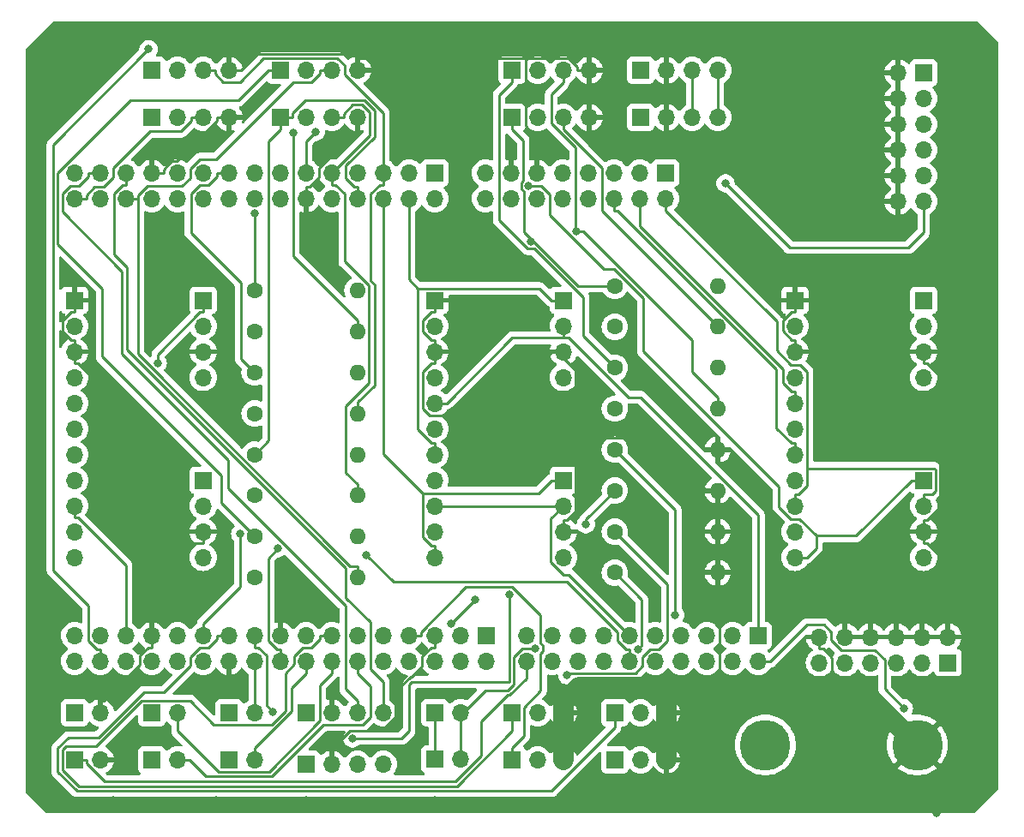
<source format=gbl>
G04 #@! TF.GenerationSoftware,KiCad,Pcbnew,8.0.7*
G04 #@! TF.CreationDate,2024-12-23T09:47:44+09:00*
G04 #@! TF.ProjectId,F767ZI_MB_V1.1,46373637-5a49-45f4-9d42-5f56312e312e,rev?*
G04 #@! TF.SameCoordinates,Original*
G04 #@! TF.FileFunction,Copper,L2,Bot*
G04 #@! TF.FilePolarity,Positive*
%FSLAX46Y46*%
G04 Gerber Fmt 4.6, Leading zero omitted, Abs format (unit mm)*
G04 Created by KiCad (PCBNEW 8.0.7) date 2024-12-23 09:47:44*
%MOMM*%
%LPD*%
G01*
G04 APERTURE LIST*
G04 #@! TA.AperFunction,ComponentPad*
%ADD10R,1.700000X1.700000*%
G04 #@! TD*
G04 #@! TA.AperFunction,ComponentPad*
%ADD11O,1.700000X1.700000*%
G04 #@! TD*
G04 #@! TA.AperFunction,ComponentPad*
%ADD12C,5.000000*%
G04 #@! TD*
G04 #@! TA.AperFunction,ComponentPad*
%ADD13C,1.600000*%
G04 #@! TD*
G04 #@! TA.AperFunction,ComponentPad*
%ADD14O,1.600000X1.600000*%
G04 #@! TD*
G04 #@! TA.AperFunction,ViaPad*
%ADD15C,0.800000*%
G04 #@! TD*
G04 #@! TA.AperFunction,Conductor*
%ADD16C,0.250000*%
G04 #@! TD*
G04 #@! TA.AperFunction,Conductor*
%ADD17C,2.000000*%
G04 #@! TD*
G04 APERTURE END LIST*
D10*
X91440000Y-88783000D03*
D11*
X91440000Y-91323000D03*
X91440000Y-93863000D03*
X91440000Y-96403000D03*
D12*
X146939000Y-132725000D03*
X161939000Y-132725000D03*
D10*
X162560000Y-106563000D03*
D11*
X162560000Y-109103000D03*
X162560000Y-111643000D03*
X162560000Y-114183000D03*
D10*
X93980000Y-129540000D03*
D11*
X96520000Y-129540000D03*
D10*
X121920000Y-70690000D03*
D11*
X124460000Y-70690000D03*
X127000000Y-70690000D03*
X129540000Y-70690000D03*
D10*
X162560000Y-66304000D03*
D11*
X160020000Y-66304000D03*
X162560000Y-68844000D03*
X160020000Y-68844000D03*
X162560000Y-71384000D03*
X160020000Y-71384000D03*
X162560000Y-73924000D03*
X160020000Y-73924000D03*
X162560000Y-76464000D03*
X160020000Y-76464000D03*
X162560000Y-79004000D03*
X160020000Y-79004000D03*
D13*
X96520000Y-87823000D03*
D14*
X106680000Y-87823000D03*
D10*
X121920000Y-134190000D03*
D11*
X124460000Y-134190000D03*
X127000000Y-134190000D03*
D13*
X96520000Y-104023000D03*
D14*
X106680000Y-104023000D03*
D10*
X134620000Y-66040000D03*
D11*
X137160000Y-66040000D03*
X139700000Y-66040000D03*
X142240000Y-66040000D03*
D10*
X149860000Y-88783000D03*
D11*
X149860000Y-91323000D03*
X149860000Y-93863000D03*
X149860000Y-96403000D03*
X149860000Y-98943000D03*
X149860000Y-101483000D03*
X149860000Y-104023000D03*
X149860000Y-106563000D03*
X149860000Y-109103000D03*
X149860000Y-111643000D03*
X149860000Y-114183000D03*
D10*
X86360000Y-129540000D03*
D11*
X88900000Y-129540000D03*
D10*
X121920000Y-129540000D03*
D11*
X124460000Y-129540000D03*
X127000000Y-129540000D03*
D13*
X132080000Y-107593000D03*
D14*
X142240000Y-107593000D03*
D13*
X132080000Y-99493000D03*
D14*
X142240000Y-99493000D03*
D10*
X114300000Y-134140000D03*
D11*
X116840000Y-134140000D03*
D10*
X164973000Y-124597000D03*
D11*
X164973000Y-122057000D03*
X162433000Y-124597000D03*
X162433000Y-122057000D03*
X159893000Y-124597000D03*
X159893000Y-122057000D03*
X157353000Y-124597000D03*
X157353000Y-122057000D03*
X154813000Y-124597000D03*
X154813000Y-122057000D03*
X152273000Y-124597000D03*
X152273000Y-122057000D03*
D13*
X132080000Y-103543000D03*
D14*
X142240000Y-103543000D03*
D13*
X96520000Y-108073000D03*
D14*
X106680000Y-108073000D03*
D13*
X132080000Y-111643000D03*
D14*
X142240000Y-111643000D03*
D10*
X101600000Y-134620000D03*
D11*
X104140000Y-134620000D03*
X106680000Y-134620000D03*
X109220000Y-134620000D03*
D10*
X101600000Y-129540000D03*
D11*
X104140000Y-129540000D03*
X106680000Y-129540000D03*
X109220000Y-129540000D03*
D10*
X114300000Y-88783000D03*
D11*
X114300000Y-91323000D03*
X114300000Y-93863000D03*
X114300000Y-96403000D03*
X114300000Y-98943000D03*
X114300000Y-101483000D03*
X114300000Y-104023000D03*
X114300000Y-106563000D03*
X114300000Y-109103000D03*
X114300000Y-111643000D03*
X114300000Y-114183000D03*
D10*
X86360000Y-66040000D03*
D11*
X88900000Y-66040000D03*
X91440000Y-66040000D03*
X93980000Y-66040000D03*
D13*
X132080000Y-87343000D03*
D14*
X142240000Y-87343000D03*
D13*
X96520000Y-116173000D03*
D14*
X106680000Y-116173000D03*
D10*
X121920000Y-66040000D03*
D11*
X124460000Y-66040000D03*
X127000000Y-66040000D03*
X129540000Y-66040000D03*
D13*
X96520000Y-99973000D03*
D14*
X106680000Y-99973000D03*
D10*
X99060000Y-70690000D03*
D11*
X101600000Y-70690000D03*
X104140000Y-70690000D03*
X106680000Y-70690000D03*
D10*
X127000000Y-106563000D03*
D11*
X127000000Y-109103000D03*
X127000000Y-111643000D03*
X127000000Y-114183000D03*
D10*
X162560000Y-88783000D03*
D11*
X162560000Y-91323000D03*
X162560000Y-93863000D03*
X162560000Y-96403000D03*
D10*
X134620000Y-70690000D03*
D11*
X137160000Y-70690000D03*
X139700000Y-70690000D03*
X142240000Y-70690000D03*
D10*
X91440000Y-106563000D03*
D11*
X91440000Y-109103000D03*
X91440000Y-111643000D03*
X91440000Y-114183000D03*
D13*
X132080000Y-115693000D03*
D14*
X142240000Y-115693000D03*
D13*
X132080000Y-91393000D03*
D14*
X142240000Y-91393000D03*
D13*
X96520000Y-95923000D03*
D14*
X106680000Y-95923000D03*
D10*
X93980000Y-134190000D03*
D11*
X96520000Y-134190000D03*
D10*
X86360000Y-70690000D03*
D11*
X88900000Y-70690000D03*
X91440000Y-70690000D03*
X93980000Y-70690000D03*
D10*
X132080000Y-129540000D03*
D11*
X134620000Y-129540000D03*
X137160000Y-129540000D03*
D10*
X132080000Y-134190000D03*
D11*
X134620000Y-134190000D03*
X137160000Y-134190000D03*
D10*
X78740000Y-134190000D03*
D11*
X81280000Y-134190000D03*
D10*
X86360000Y-134190000D03*
D11*
X88900000Y-134190000D03*
D13*
X96520000Y-91873000D03*
D14*
X106680000Y-91873000D03*
D10*
X78740000Y-88783000D03*
D11*
X78740000Y-91323000D03*
X78740000Y-93863000D03*
X78740000Y-96403000D03*
X78740000Y-98943000D03*
X78740000Y-101483000D03*
X78740000Y-104023000D03*
X78740000Y-106563000D03*
X78740000Y-109103000D03*
X78740000Y-111643000D03*
X78740000Y-114183000D03*
D10*
X78740000Y-129540000D03*
D11*
X81280000Y-129540000D03*
D10*
X114300000Y-129540000D03*
D11*
X116840000Y-129540000D03*
D10*
X99060000Y-66040000D03*
D11*
X101600000Y-66040000D03*
X104140000Y-66040000D03*
X106680000Y-66040000D03*
D13*
X96520000Y-112123000D03*
D14*
X106680000Y-112123000D03*
D10*
X127000000Y-88783000D03*
D11*
X127000000Y-91323000D03*
X127000000Y-93863000D03*
X127000000Y-96403000D03*
D13*
X132080000Y-95443000D03*
D14*
X142240000Y-95443000D03*
D10*
X146240000Y-121920000D03*
D11*
X146240000Y-124460000D03*
X143700000Y-121920000D03*
X143700000Y-124460000D03*
X141160000Y-121920000D03*
X141160000Y-124460000D03*
X138620000Y-121920000D03*
X138620000Y-124460000D03*
X136080000Y-121920000D03*
X136080000Y-124460000D03*
X133540000Y-121920000D03*
X133540000Y-124460000D03*
X131000000Y-121920000D03*
X131000000Y-124460000D03*
X128460000Y-121920000D03*
X128460000Y-124460000D03*
X125920000Y-121920000D03*
X125920000Y-124460000D03*
X123380000Y-121920000D03*
X123380000Y-124460000D03*
D10*
X119380000Y-121920000D03*
D11*
X119380000Y-124460000D03*
X116840000Y-121920000D03*
X116840000Y-124460000D03*
X114300000Y-121920000D03*
X114300000Y-124460000D03*
X111760000Y-121920000D03*
X111760000Y-124460000D03*
X109220000Y-121920000D03*
X109220000Y-124460000D03*
X106680000Y-121920000D03*
X106680000Y-124460000D03*
X104140000Y-121920000D03*
X104140000Y-124460000D03*
X101600000Y-121920000D03*
X101600000Y-124460000D03*
X99060000Y-121920000D03*
X99060000Y-124460000D03*
X96520000Y-121920000D03*
X96520000Y-124460000D03*
X93980000Y-121920000D03*
X93980000Y-124460000D03*
X91440000Y-121920000D03*
X91440000Y-124460000D03*
X88900000Y-121920000D03*
X88900000Y-124460000D03*
X86360000Y-121920000D03*
X86360000Y-124460000D03*
X83820000Y-121920000D03*
X83820000Y-124460000D03*
X81280000Y-121920000D03*
X81280000Y-124460000D03*
X78740000Y-121920000D03*
X78740000Y-124460000D03*
D10*
X137080000Y-76200000D03*
D11*
X137080000Y-78740000D03*
X134540000Y-76200000D03*
X134540000Y-78740000D03*
X132000000Y-76200000D03*
X132000000Y-78740000D03*
X129460000Y-76200000D03*
X129460000Y-78740000D03*
X126920000Y-76200000D03*
X126920000Y-78740000D03*
X124380000Y-76200000D03*
X124380000Y-78740000D03*
X121840000Y-76200000D03*
X121840000Y-78740000D03*
X119300000Y-76200000D03*
X119300000Y-78740000D03*
D10*
X114300000Y-76200000D03*
D11*
X114300000Y-78740000D03*
X111760000Y-76200000D03*
X111760000Y-78740000D03*
X109220000Y-76200000D03*
X109220000Y-78740000D03*
X106680000Y-76200000D03*
X106680000Y-78740000D03*
X104140000Y-76200000D03*
X104140000Y-78740000D03*
X101600000Y-76200000D03*
X101600000Y-78740000D03*
X99060000Y-76200000D03*
X99060000Y-78740000D03*
X96520000Y-76200000D03*
X96520000Y-78740000D03*
X93980000Y-76200000D03*
X93980000Y-78740000D03*
X91440000Y-76200000D03*
X91440000Y-78740000D03*
X88900000Y-76200000D03*
X88900000Y-78740000D03*
X86360000Y-76200000D03*
X86360000Y-78740000D03*
X83820000Y-76200000D03*
X83820000Y-78740000D03*
X81280000Y-76200000D03*
X81280000Y-78740000D03*
X78740000Y-76200000D03*
X78740000Y-78740000D03*
D15*
X124460000Y-86116000D03*
X74930000Y-70876000D03*
X147320000Y-75956000D03*
X123190000Y-89926000D03*
X168910000Y-108976000D03*
X92710000Y-138186000D03*
X82550000Y-138186000D03*
X157480000Y-116596000D03*
X116840000Y-67066000D03*
X142240000Y-61986000D03*
X74930000Y-108976000D03*
X118110000Y-102626000D03*
X163830000Y-139456000D03*
X74930000Y-75956000D03*
X147320000Y-70876000D03*
X156210000Y-69606000D03*
X166370000Y-73416000D03*
X168910000Y-69606000D03*
X123190000Y-95006000D03*
X74930000Y-83576000D03*
X168910000Y-119136000D03*
X101600000Y-138186000D03*
X158750000Y-98816000D03*
X154940000Y-63256000D03*
X74930000Y-120406000D03*
X97790000Y-68336000D03*
X74930000Y-131836000D03*
X168910000Y-98816000D03*
X166370000Y-65796000D03*
X149860000Y-136916000D03*
X168910000Y-88656000D03*
X154940000Y-130566000D03*
X168910000Y-78496000D03*
X144780000Y-105166000D03*
X78740000Y-64526000D03*
X88900000Y-61986000D03*
X82550000Y-106436000D03*
X114300000Y-69606000D03*
X129540000Y-135646000D03*
X165100000Y-84846000D03*
X167640000Y-63256000D03*
X125730000Y-101356000D03*
X86360000Y-89926000D03*
X76200000Y-67066000D03*
X86360000Y-84846000D03*
X139700000Y-78496000D03*
X114300000Y-138186000D03*
X132080000Y-61986000D03*
X121920000Y-61986000D03*
X119380000Y-91196000D03*
X146050000Y-83576000D03*
X101600000Y-61986000D03*
X85090000Y-103896000D03*
X124460000Y-103896000D03*
X144780000Y-114056000D03*
X168910000Y-130566000D03*
X74930000Y-96276000D03*
X111760000Y-67066000D03*
X111760000Y-61986000D03*
X152400000Y-133106000D03*
X148590000Y-67066000D03*
X151130000Y-130566000D03*
X106172000Y-132090000D03*
X121666000Y-117866000D03*
X143002000Y-77226000D03*
X96520000Y-80196100D03*
X100330000Y-72220500D03*
X107564700Y-113950400D03*
X98811500Y-113309500D03*
X123779400Y-82945100D03*
X102543000Y-72146200D03*
X95086600Y-111876400D03*
X128287700Y-81936800D03*
X86042300Y-63970200D03*
X134385200Y-123246800D03*
X129216900Y-110921800D03*
X118263900Y-118400900D03*
X115958100Y-120706700D03*
X98328200Y-129450800D03*
X138041900Y-119881100D03*
X127383300Y-125849000D03*
X86960000Y-94995100D03*
X160606800Y-129093200D03*
X124196700Y-123190000D03*
X123555600Y-77470000D03*
D16*
X160020000Y-71384000D02*
X160020000Y-68844000D01*
D17*
X128524000Y-127010000D02*
X137668000Y-127010000D01*
D16*
X89386800Y-105319700D02*
X79105200Y-95038100D01*
X149860000Y-93863000D02*
X149860000Y-92687900D01*
X142240000Y-115693000D02*
X142240000Y-111643000D01*
X110421000Y-127435800D02*
X111899800Y-125957000D01*
X78740000Y-88783000D02*
X78740000Y-89958100D01*
X149860000Y-88783000D02*
X149860000Y-89958100D01*
D17*
X137160000Y-127518000D02*
X137668000Y-127010000D01*
D16*
X160020000Y-73924000D02*
X160020000Y-71384000D01*
X114300000Y-121920000D02*
X114300000Y-123095100D01*
X81280000Y-128364900D02*
X81647100Y-128364900D01*
X127000000Y-93863000D02*
X126412500Y-93863000D01*
X123264400Y-64864900D02*
X106680000Y-64864900D01*
X114300000Y-93863000D02*
X114300000Y-95038100D01*
X88835200Y-75024900D02*
X92804900Y-71055200D01*
X93980000Y-66040000D02*
X95155100Y-66040000D01*
X101600000Y-77564900D02*
X101965200Y-77564900D01*
X137160000Y-70690000D02*
X137160000Y-66040000D01*
X128364900Y-66040000D02*
X128364900Y-65672700D01*
D17*
X137668000Y-127010000D02*
X142430000Y-127010000D01*
D16*
X141114900Y-107593000D02*
X135890300Y-102368400D01*
X113798400Y-100149100D02*
X119538800Y-100149100D01*
D17*
X137160000Y-129540000D02*
X137160000Y-127518000D01*
D16*
X164973000Y-122057000D02*
X164973000Y-114865900D01*
X127557100Y-64864900D02*
X123264400Y-64864900D01*
X164212500Y-109180600D02*
X162925200Y-110467900D01*
X78740000Y-93863000D02*
X78740000Y-92687900D01*
X104140000Y-133080400D02*
X105883700Y-131336700D01*
X162560000Y-95038100D02*
X162927200Y-95038100D01*
X142430000Y-127010000D02*
X142430000Y-117008100D01*
X162927200Y-95038100D02*
X164212500Y-96323400D01*
X160020000Y-68844000D02*
X160020000Y-66304000D01*
X164212500Y-96323400D02*
X164212500Y-109180600D01*
X113934700Y-92687900D02*
X114300000Y-92687900D01*
X142240000Y-111643000D02*
X142240000Y-107593000D01*
X111899800Y-125957000D02*
X112041200Y-125957000D01*
X114300000Y-95038100D02*
X113932800Y-95038100D01*
X102870000Y-76660100D02*
X102870000Y-75675100D01*
X113932800Y-89958100D02*
X113110500Y-90780400D01*
X128194200Y-109638900D02*
X127365200Y-110467900D01*
X127000000Y-111643000D02*
X127000000Y-110467900D01*
X93980000Y-70690000D02*
X92804900Y-70690000D01*
X81280000Y-129540000D02*
X81280000Y-128364900D01*
X129540000Y-66040000D02*
X128364900Y-66040000D01*
X106680000Y-70690000D02*
X106680000Y-71865100D01*
X86360000Y-122157900D02*
X86360000Y-123095100D01*
X105883700Y-131336700D02*
X109091700Y-131336700D01*
X142430000Y-117008100D02*
X142240000Y-116818100D01*
X114300000Y-88783000D02*
X114300000Y-89958100D01*
X113030000Y-124968200D02*
X113030000Y-123999800D01*
X114300000Y-93863000D02*
X114300000Y-92687900D01*
X86360000Y-121920000D02*
X86360000Y-115844900D01*
X79105200Y-95038100D02*
X78740000Y-95038100D01*
X78372800Y-92687900D02*
X77564900Y-91880000D01*
X113110500Y-95860400D02*
X113110500Y-99461200D01*
X162925200Y-110467900D02*
X162560000Y-110467900D01*
X162560000Y-111643000D02*
X162560000Y-110467900D01*
X160020000Y-76464000D02*
X160020000Y-73924000D01*
X86360000Y-76200000D02*
X87535100Y-76200000D01*
X104140000Y-134620000D02*
X104140000Y-133080400D01*
X89386800Y-112818100D02*
X91440000Y-112818100D01*
X85992700Y-123095100D02*
X86360000Y-123095100D01*
X123264400Y-64864900D02*
X123264400Y-71584300D01*
X113934700Y-123095100D02*
X114300000Y-123095100D01*
X113932800Y-95038100D02*
X113110500Y-95860400D01*
X112041200Y-125957000D02*
X113030000Y-124968200D01*
X148684900Y-91823600D02*
X148684900Y-90765900D01*
D17*
X127000000Y-128534000D02*
X128524000Y-127010000D01*
D16*
X128194200Y-95644700D02*
X128194200Y-102368400D01*
X78740000Y-92687900D02*
X78372800Y-92687900D01*
X152638200Y-123232100D02*
X152273000Y-123232100D01*
X87535100Y-76200000D02*
X87535100Y-75832700D01*
X149860000Y-92687900D02*
X149549200Y-92687900D01*
X110421000Y-130007400D02*
X110421000Y-127435800D01*
X102870000Y-75675100D02*
X106680000Y-71865100D01*
X164973000Y-114865900D02*
X162925200Y-112818100D01*
X152273000Y-122057000D02*
X152273000Y-123232100D01*
D17*
X156224000Y-127010000D02*
X161939000Y-132725000D01*
D16*
X119538800Y-100149100D02*
X125824900Y-93863000D01*
X153543000Y-127010000D02*
X153543000Y-124136900D01*
X113110500Y-91863700D02*
X113934700Y-92687900D01*
X106680000Y-66040000D02*
X106680000Y-64864900D01*
X126412500Y-93863000D02*
X125824900Y-93863000D01*
D17*
X153543000Y-127010000D02*
X156224000Y-127010000D01*
D16*
X88342900Y-75024900D02*
X88835200Y-75024900D01*
X124380000Y-72699900D02*
X124380000Y-76200000D01*
X77564900Y-90765900D02*
X78372700Y-89958100D01*
X142240000Y-107593000D02*
X141114900Y-107593000D01*
X142240000Y-115693000D02*
X142240000Y-116818100D01*
X128194200Y-102368400D02*
X128194200Y-109638900D01*
X135890300Y-102368400D02*
X128194200Y-102368400D01*
X101965200Y-77564900D02*
X102870000Y-76660100D01*
D17*
X127000000Y-134190000D02*
X127000000Y-129540000D01*
X137160000Y-134190000D02*
X137160000Y-129540000D01*
D16*
X162560000Y-93863000D02*
X162560000Y-95038100D01*
X77564900Y-91880000D02*
X77564900Y-90765900D01*
X85184900Y-123902900D02*
X85992700Y-123095100D01*
X149549200Y-92687900D02*
X148684900Y-91823600D01*
X87535100Y-75832700D02*
X88342900Y-75024900D01*
X106680000Y-64864900D02*
X106229700Y-64414600D01*
X86360000Y-122157900D02*
X86360000Y-121920000D01*
X126412500Y-93863000D02*
X128194200Y-95644700D01*
X128364900Y-65672700D02*
X127557100Y-64864900D01*
X91440000Y-111643000D02*
X91440000Y-112818100D01*
X89386800Y-112818100D02*
X89386800Y-105319700D01*
X78740000Y-93863000D02*
X78740000Y-95038100D01*
X127365200Y-110467900D02*
X127000000Y-110467900D01*
X81647100Y-128364900D02*
X85184900Y-124827100D01*
X153543000Y-124136900D02*
X152638200Y-123232100D01*
X123264400Y-71584300D02*
X124380000Y-72699900D01*
X86360000Y-115844900D02*
X89386800Y-112818100D01*
D17*
X142430000Y-127010000D02*
X153543000Y-127010000D01*
D16*
X78372700Y-89958100D02*
X78740000Y-89958100D01*
X160020000Y-79004000D02*
X160020000Y-76464000D01*
X106229700Y-64414600D02*
X96780500Y-64414600D01*
X113110500Y-90780400D02*
X113110500Y-91863700D01*
X85184900Y-124827100D02*
X85184900Y-123902900D01*
X113110500Y-99461200D02*
X113798400Y-100149100D01*
X148684900Y-90765900D02*
X149492700Y-89958100D01*
X129540000Y-70690000D02*
X129540000Y-66040000D01*
X101600000Y-78740000D02*
X101600000Y-77564900D01*
X113030000Y-123999800D02*
X113934700Y-123095100D01*
X114300000Y-89958100D02*
X113932800Y-89958100D01*
X162925200Y-112818100D02*
X162560000Y-112818100D01*
X92804900Y-71055200D02*
X92804900Y-70690000D01*
X162560000Y-111643000D02*
X162560000Y-112818100D01*
X149492700Y-89958100D02*
X149860000Y-89958100D01*
D17*
X127000000Y-129540000D02*
X127000000Y-128534000D01*
D16*
X109091700Y-131336700D02*
X110421000Y-130007400D01*
X96780500Y-64414600D02*
X95155100Y-66040000D01*
X112014000Y-126502000D02*
X121666000Y-126502000D01*
X162560000Y-82052000D02*
X162560000Y-79004000D01*
X143002000Y-77226000D02*
X149352000Y-83576000D01*
X110998000Y-132090000D02*
X111760000Y-131328000D01*
X111760000Y-126756000D02*
X112014000Y-126502000D01*
X161036000Y-83576000D02*
X162560000Y-82052000D01*
X111760000Y-131328000D02*
X111760000Y-126756000D01*
X106172000Y-132090000D02*
X110998000Y-132090000D01*
X121666000Y-126502000D02*
X121666000Y-117866000D01*
X149352000Y-83576000D02*
X161036000Y-83576000D01*
X78302000Y-77470000D02*
X79200100Y-77470000D01*
X105504900Y-127189800D02*
X105504900Y-118977500D01*
X106680000Y-128364900D02*
X105504900Y-127189800D01*
X106680000Y-129540000D02*
X106680000Y-128364900D01*
X93921600Y-104539800D02*
X83445900Y-94064100D01*
X83445900Y-94064100D02*
X83445900Y-85935100D01*
X77562700Y-80051900D02*
X77562700Y-78209300D01*
X79200100Y-77470000D02*
X80104900Y-76565200D01*
X93921600Y-107394200D02*
X93921600Y-104539800D01*
X80104900Y-76565200D02*
X80104900Y-76200000D01*
X83445900Y-85935100D02*
X77562700Y-80051900D01*
X77562700Y-78209300D02*
X78302000Y-77470000D01*
X105504900Y-118977500D02*
X93921600Y-107394200D01*
X81280000Y-76200000D02*
X80104900Y-76200000D01*
X83820000Y-76200000D02*
X83820000Y-77375100D01*
X83909100Y-85536500D02*
X82613700Y-84241100D01*
X107950000Y-120599400D02*
X105540200Y-118189600D01*
X109220000Y-126466500D02*
X107950000Y-125196500D01*
X83909100Y-93642500D02*
X83909100Y-85536500D01*
X107950000Y-125196500D02*
X107950000Y-120599400D01*
X105540200Y-118189600D02*
X105540200Y-115273600D01*
X82613700Y-78214200D02*
X83452800Y-77375100D01*
X83452800Y-77375100D02*
X83820000Y-77375100D01*
X105540200Y-115273600D02*
X83909100Y-93642500D01*
X109220000Y-129540000D02*
X109220000Y-126466500D01*
X82613700Y-84241100D02*
X82613700Y-78214200D01*
X96520000Y-87823000D02*
X96520000Y-80196100D01*
X90264900Y-71055200D02*
X90264900Y-70690000D01*
X79915100Y-78740000D02*
X79915100Y-78372700D01*
X100330000Y-84397900D02*
X100330000Y-72220500D01*
X82550000Y-75727500D02*
X86197300Y-72080200D01*
X91440000Y-70690000D02*
X90264900Y-70690000D01*
X80722900Y-77564900D02*
X81616000Y-77564900D01*
X89239900Y-72080200D02*
X90264900Y-71055200D01*
X86197300Y-72080200D02*
X89239900Y-72080200D01*
X106680000Y-90747900D02*
X100330000Y-84397900D01*
X82550000Y-76630900D02*
X82550000Y-75727500D01*
X106680000Y-91873000D02*
X106680000Y-90747900D01*
X79915100Y-78372700D02*
X80722900Y-77564900D01*
X81616000Y-77564900D02*
X82550000Y-76630900D01*
X78740000Y-78740000D02*
X79915100Y-78740000D01*
X92804900Y-76567300D02*
X91997100Y-77375100D01*
X91997100Y-77375100D02*
X91097300Y-77375100D01*
X90225600Y-82102800D02*
X95189100Y-87066300D01*
X93980000Y-76200000D02*
X92804900Y-76200000D01*
X95189100Y-87066300D02*
X95189100Y-94592100D01*
X91097300Y-77375100D02*
X90225600Y-78246800D01*
X92804900Y-76200000D02*
X92804900Y-76567300D01*
X95189100Y-94592100D02*
X96520000Y-95923000D01*
X90225600Y-78246800D02*
X90225600Y-82102800D01*
X109220000Y-76787500D02*
X109220000Y-77375100D01*
X109220000Y-76787500D02*
X109220000Y-76200000D01*
X95054300Y-67219400D02*
X93429200Y-67219400D01*
X108356600Y-97171300D02*
X108356600Y-87247700D01*
X108852800Y-77375100D02*
X109220000Y-77375100D01*
X105410000Y-66453800D02*
X105410000Y-65580300D01*
X109220000Y-76200000D02*
X109220000Y-70263800D01*
X106680000Y-98847900D02*
X108356600Y-97171300D01*
X93429200Y-67219400D02*
X92615100Y-66405300D01*
X108356600Y-87247700D02*
X107962800Y-86853900D01*
X97408900Y-64864800D02*
X95054300Y-67219400D01*
X109220000Y-70263800D02*
X105410000Y-66453800D01*
X92615100Y-66405300D02*
X92615100Y-66040000D01*
X106680000Y-99973000D02*
X106680000Y-98847900D01*
X107962800Y-86853900D02*
X107962800Y-78265100D01*
X104694500Y-64864800D02*
X97408900Y-64864800D01*
X107962800Y-78265100D02*
X108852800Y-77375100D01*
X91440000Y-66040000D02*
X92615100Y-66040000D01*
X105410000Y-65580300D02*
X104694500Y-64864800D01*
X107810100Y-87337800D02*
X105410000Y-84937700D01*
X105315100Y-70324700D02*
X106181100Y-69458700D01*
X107894500Y-72445500D02*
X104140000Y-76200000D01*
X105410000Y-78279900D02*
X104505200Y-77375100D01*
X105315100Y-70690000D02*
X105315100Y-70324700D01*
X107810100Y-96957800D02*
X107810100Y-87337800D01*
X106680000Y-108073000D02*
X106680000Y-106947900D01*
X105543900Y-99224000D02*
X107810100Y-96957800D01*
X104505200Y-77375100D02*
X104140000Y-77375100D01*
X105410000Y-84937700D02*
X105410000Y-78279900D01*
X104140000Y-76200000D02*
X104140000Y-77375100D01*
X104140000Y-70690000D02*
X105315100Y-70690000D01*
X107141900Y-69458700D02*
X107894500Y-70211300D01*
X106181100Y-69458700D02*
X107141900Y-69458700D01*
X105543900Y-105811800D02*
X105543900Y-99224000D01*
X107894500Y-70211300D02*
X107894500Y-72445500D01*
X106680000Y-106947900D02*
X105543900Y-105811800D01*
X105502200Y-75474500D02*
X108344800Y-72631900D01*
X99060000Y-70690000D02*
X99060000Y-71865100D01*
X101550400Y-69007500D02*
X100235100Y-70322800D01*
X99060000Y-71865100D02*
X97884900Y-73040200D01*
X97884900Y-102658100D02*
X96520000Y-104023000D01*
X108344800Y-70025100D02*
X107327200Y-69007500D01*
X106312800Y-77564900D02*
X105502200Y-76754300D01*
X105502200Y-76754300D02*
X105502200Y-75474500D01*
X107327200Y-69007500D02*
X101550400Y-69007500D01*
X106680000Y-78740000D02*
X106680000Y-77564900D01*
X108344800Y-72631900D02*
X108344800Y-70025100D01*
X106680000Y-77564900D02*
X106312800Y-77564900D01*
X97884900Y-73040200D02*
X97884900Y-102658100D01*
X99060000Y-70690000D02*
X100235100Y-70690000D01*
X100235100Y-70322800D02*
X100235100Y-70690000D01*
X77056400Y-76186900D02*
X84264100Y-68979200D01*
X93202600Y-106107000D02*
X81455500Y-94359900D01*
X94945700Y-68979200D02*
X97884900Y-66040000D01*
X132364900Y-121603800D02*
X127373500Y-116612400D01*
X84264100Y-68979200D02*
X94945700Y-68979200D01*
X93202600Y-108805600D02*
X93202600Y-106107000D01*
X127373500Y-116612400D02*
X110226700Y-116612400D01*
X96520000Y-112123000D02*
X93202600Y-108805600D01*
X81455500Y-87607800D02*
X77056400Y-83208700D01*
X132364900Y-122477100D02*
X132364900Y-121603800D01*
X77056400Y-83208700D02*
X77056400Y-76186900D01*
X133540000Y-123284900D02*
X133172700Y-123284900D01*
X133172700Y-123284900D02*
X132364900Y-122477100D01*
X110226700Y-116612400D02*
X107564700Y-113950400D01*
X133540000Y-124460000D02*
X133540000Y-123284900D01*
X99060000Y-66040000D02*
X97884900Y-66040000D01*
X81455500Y-94359900D02*
X81455500Y-87607800D01*
X102964900Y-66040000D02*
X102964900Y-66407300D01*
X84984400Y-94081100D02*
X84984400Y-78740000D01*
X89366400Y-77470000D02*
X85953600Y-77470000D01*
X84984400Y-78439200D02*
X84984400Y-78740000D01*
X106680000Y-116173000D02*
X106680000Y-115047900D01*
X92748100Y-74842200D02*
X91110000Y-74842200D01*
X104140000Y-66040000D02*
X102964900Y-66040000D01*
X90148900Y-75803300D02*
X90148900Y-76687500D01*
X100375200Y-67215100D02*
X92748100Y-74842200D01*
X91110000Y-74842200D02*
X90148900Y-75803300D01*
X85953600Y-77470000D02*
X84984400Y-78439200D01*
X105951200Y-115047900D02*
X84984400Y-94081100D01*
X90148900Y-76687500D02*
X89366400Y-77470000D01*
X102157100Y-67215100D02*
X100375200Y-67215100D01*
X83820000Y-78740000D02*
X84984400Y-78740000D01*
X102964900Y-66407300D02*
X102157100Y-67215100D01*
X106680000Y-115047900D02*
X105951200Y-115047900D01*
X130814200Y-79967200D02*
X142240000Y-91393000D01*
X127000000Y-71865100D02*
X130814200Y-75679300D01*
X130814200Y-75679300D02*
X130814200Y-79967200D01*
X127000000Y-70690000D02*
X127000000Y-71865100D01*
X123028900Y-76971300D02*
X122830500Y-77169700D01*
X123028900Y-72974000D02*
X123028900Y-76971300D01*
X121920000Y-71865100D02*
X123028900Y-72974000D01*
X122830500Y-77770300D02*
X123095100Y-78034900D01*
X123095100Y-82025800D02*
X123896900Y-82827600D01*
X122830500Y-77169700D02*
X122830500Y-77770300D01*
X97853800Y-122445900D02*
X97853800Y-114267200D01*
X123095100Y-78034900D02*
X123095100Y-82025800D01*
X128412300Y-87343000D02*
X132080000Y-87343000D01*
X98692800Y-123284900D02*
X97853800Y-122445900D01*
X99060000Y-123284900D02*
X98692800Y-123284900D01*
X123779400Y-82945100D02*
X123896900Y-82827600D01*
X123896900Y-82827600D02*
X128412300Y-87343000D01*
X99060000Y-124460000D02*
X99060000Y-123284900D01*
X97853800Y-114267200D02*
X98811500Y-113309500D01*
X121920000Y-70690000D02*
X121920000Y-71865100D01*
X128942200Y-88509700D02*
X128942200Y-92305200D01*
X120654400Y-68480700D02*
X120654400Y-80845500D01*
X124102700Y-83670200D02*
X128942200Y-88509700D01*
X101600000Y-75024900D02*
X101600000Y-73089200D01*
X121920000Y-67215100D02*
X120654400Y-68480700D01*
X123479100Y-83670200D02*
X124102700Y-83670200D01*
X101600000Y-73089200D02*
X102543000Y-72146200D01*
X128942200Y-92305200D02*
X132080000Y-95443000D01*
X101600000Y-76200000D02*
X101600000Y-75024900D01*
X121920000Y-66040000D02*
X121920000Y-67215100D01*
X120654400Y-80845500D02*
X123479100Y-83670200D01*
X128924500Y-81936800D02*
X128287700Y-81936800D01*
X128287700Y-81936800D02*
X128190000Y-81839100D01*
X95086600Y-117098300D02*
X95086600Y-111876400D01*
X125798200Y-71306600D02*
X125798200Y-68416900D01*
X127000000Y-66040000D02*
X127000000Y-67215100D01*
X142240000Y-99493000D02*
X142240000Y-98367900D01*
X139688200Y-95816100D02*
X139688200Y-92700500D01*
X91440000Y-121920000D02*
X91440000Y-120744900D01*
X125798200Y-68416900D02*
X127000000Y-67215100D01*
X142240000Y-98367900D02*
X139688200Y-95816100D01*
X139688200Y-92700500D02*
X128924500Y-81936800D01*
X91440000Y-120744900D02*
X95086600Y-117098300D01*
X128190000Y-81839100D02*
X128190000Y-73698400D01*
X128190000Y-73698400D02*
X125798200Y-71306600D01*
X142240000Y-70690000D02*
X142240000Y-66040000D01*
X76606200Y-115468000D02*
X80104900Y-118966700D01*
X80104900Y-122477100D02*
X80912700Y-123284900D01*
X86042300Y-63970200D02*
X76606200Y-73406300D01*
X139700000Y-70690000D02*
X139700000Y-66040000D01*
X80104900Y-118966700D02*
X80104900Y-122477100D01*
X80912700Y-123284900D02*
X81280000Y-123284900D01*
X81280000Y-124460000D02*
X81280000Y-123284900D01*
X76606200Y-73406300D02*
X76606200Y-115468000D01*
X132080000Y-115693000D02*
X134730400Y-118343400D01*
X134730400Y-118343400D02*
X134730400Y-122901600D01*
X134730400Y-122901600D02*
X134385200Y-123246800D01*
X96520000Y-124460000D02*
X96520000Y-129540000D01*
X104140000Y-125635100D02*
X102964900Y-126810200D01*
X129216900Y-110456100D02*
X129216900Y-110921800D01*
X92937600Y-135365200D02*
X88900000Y-131327600D01*
X132080000Y-107593000D02*
X129216900Y-110456100D01*
X97935100Y-135365200D02*
X92937600Y-135365200D01*
X102964900Y-130335400D02*
X97935100Y-135365200D01*
X102964900Y-126810200D02*
X102964900Y-130335400D01*
X115958100Y-120706700D02*
X118263900Y-118400900D01*
X104140000Y-124460000D02*
X104140000Y-125635100D01*
X88900000Y-131327600D02*
X88900000Y-129540000D01*
X96520000Y-121920000D02*
X96520000Y-123095100D01*
X96520000Y-123095100D02*
X96887300Y-123095100D01*
X97695100Y-128817700D02*
X98328200Y-129450800D01*
X97695100Y-123902900D02*
X97695100Y-128817700D01*
X96887300Y-123095100D02*
X97695100Y-123902900D01*
X116484900Y-136793800D02*
X121920000Y-131358700D01*
X121920000Y-131358700D02*
X121920000Y-129540000D01*
X90140200Y-128363000D02*
X85358000Y-128363000D01*
X85358000Y-128363000D02*
X80844100Y-132876900D01*
X102964900Y-122287300D02*
X102157100Y-123095100D01*
X104140000Y-121920000D02*
X102964900Y-121920000D01*
X79150800Y-136793800D02*
X116484900Y-136793800D01*
X100424800Y-124757200D02*
X99535800Y-125646200D01*
X77876500Y-132876900D02*
X77564300Y-133189100D01*
X100424800Y-123970300D02*
X100424800Y-124757200D01*
X77564300Y-133189100D02*
X77564300Y-135207300D01*
X101300000Y-123095100D02*
X100424800Y-123970300D01*
X92492400Y-130715200D02*
X90140200Y-128363000D01*
X102964900Y-121920000D02*
X102964900Y-122287300D01*
X99535800Y-129362400D02*
X98183000Y-130715200D01*
X77564300Y-135207300D02*
X79150800Y-136793800D01*
X80844100Y-132876900D02*
X77876500Y-132876900D01*
X102157100Y-123095100D02*
X101300000Y-123095100D01*
X98183000Y-130715200D02*
X92492400Y-130715200D01*
X99535800Y-125646200D02*
X99535800Y-129362400D01*
X107938500Y-129969800D02*
X107193100Y-130715200D01*
X106680000Y-125635100D02*
X107938500Y-126893600D01*
X103334300Y-130715200D02*
X98231700Y-135817800D01*
X138041900Y-109504900D02*
X138041900Y-119881100D01*
X107938500Y-126893600D02*
X107938500Y-129969800D01*
X98231700Y-135817800D02*
X91702900Y-135817800D01*
X107193100Y-130715200D02*
X103334300Y-130715200D01*
X91702900Y-135817800D02*
X90075100Y-134190000D01*
X132080000Y-103543000D02*
X138041900Y-109504900D01*
X88900000Y-134190000D02*
X90075100Y-134190000D01*
X106680000Y-124460000D02*
X106680000Y-125635100D01*
X90170000Y-124932500D02*
X87590400Y-127512100D01*
X93980000Y-121920000D02*
X92804900Y-121920000D01*
X77095900Y-133017600D02*
X77095900Y-135376300D01*
X132080000Y-131004900D02*
X132080000Y-129540000D01*
X78963600Y-137244000D02*
X125840900Y-137244000D01*
X90170000Y-124029100D02*
X90170000Y-124932500D01*
X78117600Y-131995900D02*
X77095900Y-133017600D01*
X92804900Y-122287300D02*
X91997100Y-123095100D01*
X91997100Y-123095100D02*
X91104000Y-123095100D01*
X92804900Y-121920000D02*
X92804900Y-122287300D01*
X87590400Y-127512100D02*
X85572300Y-127512100D01*
X81088500Y-131995900D02*
X78117600Y-131995900D01*
X85572300Y-127512100D02*
X81088500Y-131995900D01*
X91104000Y-123095100D02*
X90170000Y-124029100D01*
X125840900Y-137244000D02*
X132080000Y-131004900D01*
X77095900Y-135376300D02*
X78963600Y-137244000D01*
X134810000Y-124029100D02*
X134810000Y-124932600D01*
X100149700Y-129385200D02*
X100149700Y-127085400D01*
X96520000Y-134190000D02*
X96520000Y-133014900D01*
X100149700Y-127085400D02*
X101600000Y-125635100D01*
X132080000Y-111643000D02*
X137255200Y-116818200D01*
X137255200Y-122445700D02*
X136416100Y-123284800D01*
X136416100Y-123284800D02*
X135554300Y-123284800D01*
X101600000Y-124460000D02*
X101600000Y-125635100D01*
X137255200Y-116818200D02*
X137255200Y-122445700D01*
X127587300Y-125645000D02*
X127383300Y-125849000D01*
X134810000Y-124932600D02*
X134097600Y-125645000D01*
X134097600Y-125645000D02*
X127587300Y-125645000D01*
X96520000Y-133014900D02*
X100149700Y-129385200D01*
X135554300Y-123284800D02*
X134810000Y-124029100D01*
X79105200Y-110278100D02*
X78740000Y-110278100D01*
X83820000Y-121920000D02*
X83820000Y-114992900D01*
X83820000Y-114992900D02*
X79105200Y-110278100D01*
X78740000Y-109103000D02*
X78740000Y-110278100D01*
X124744200Y-127355800D02*
X124744200Y-123708100D01*
X121920000Y-133014900D02*
X123095100Y-131839800D01*
X124744200Y-123708100D02*
X124961900Y-123490400D01*
X121920000Y-134190000D02*
X121920000Y-133014900D01*
X124961900Y-122889600D02*
X124744300Y-122672000D01*
X123095100Y-129004900D02*
X124744200Y-127355800D01*
X111760000Y-121920000D02*
X112935100Y-121920000D01*
X124744300Y-119915200D02*
X121923000Y-117093900D01*
X124961900Y-123490400D02*
X124961900Y-122889600D01*
X121923000Y-117093900D02*
X117394000Y-117093900D01*
X123095100Y-131839800D02*
X123095100Y-129004900D01*
X117394000Y-117093900D02*
X112935100Y-121552800D01*
X124744300Y-122672000D02*
X124744300Y-119915200D01*
X112935100Y-121552800D02*
X112935100Y-121920000D01*
X163596600Y-105386600D02*
X163735200Y-105525200D01*
X151060500Y-95844800D02*
X151060500Y-105386600D01*
X163735200Y-105525200D02*
X163735200Y-107583700D01*
X163391000Y-107927900D02*
X162560000Y-107927900D01*
X151060500Y-105386600D02*
X163596600Y-105386600D01*
X150348700Y-95133000D02*
X151060500Y-95844800D01*
X148048300Y-90883400D02*
X148048300Y-93715500D01*
X148048300Y-93715500D02*
X149465800Y-95133000D01*
X163735200Y-107583700D02*
X163391000Y-107927900D01*
X149860000Y-109103000D02*
X149860000Y-107927900D01*
X137080000Y-79915100D02*
X148048300Y-90883400D01*
X150225200Y-107927900D02*
X149860000Y-107927900D01*
X162560000Y-109103000D02*
X162560000Y-107927900D01*
X137080000Y-78740000D02*
X137080000Y-79915100D01*
X149465800Y-95133000D02*
X150348700Y-95133000D01*
X151060500Y-105386600D02*
X151060500Y-107092600D01*
X151060500Y-107092600D02*
X150225200Y-107927900D01*
X91440000Y-89958100D02*
X91131500Y-89958100D01*
X91440000Y-88783000D02*
X91440000Y-89958100D01*
X91131500Y-89958100D02*
X86960000Y-94129600D01*
X86960000Y-94129600D02*
X86960000Y-94995100D01*
X149494700Y-102847900D02*
X149860000Y-102847900D01*
X132000000Y-78740000D02*
X132000000Y-79915100D01*
X149860000Y-104023000D02*
X149860000Y-102847900D01*
X132000000Y-79915100D02*
X132367200Y-79915100D01*
X148045100Y-95593000D02*
X148045100Y-101398300D01*
X148045100Y-101398300D02*
X149494700Y-102847900D01*
X132367200Y-79915100D02*
X148045100Y-95593000D01*
X134540000Y-81451200D02*
X148654200Y-95565400D01*
X134540000Y-78740000D02*
X134540000Y-81451200D01*
X149508300Y-97767900D02*
X149860000Y-97767900D01*
X149860000Y-98943000D02*
X149860000Y-97767900D01*
X148654200Y-95565400D02*
X148654200Y-96913800D01*
X148654200Y-96913800D02*
X149508300Y-97767900D01*
X81672600Y-136314700D02*
X79915100Y-134557200D01*
X78740000Y-134190000D02*
X79915100Y-134190000D01*
X123380000Y-124460000D02*
X123380000Y-126133500D01*
X79915100Y-134557200D02*
X79915100Y-134190000D01*
X121702700Y-127810800D02*
X121463100Y-127810800D01*
X118854000Y-133788000D02*
X116327300Y-136314700D01*
X116327300Y-136314700D02*
X81672600Y-136314700D01*
X123380000Y-126133500D02*
X121702700Y-127810800D01*
X121463100Y-127810800D02*
X118854000Y-130419900D01*
X118854000Y-130419900D02*
X118854000Y-133788000D01*
X154418900Y-123327000D02*
X157747900Y-123327000D01*
X114300000Y-129540000D02*
X114300000Y-134140000D01*
X153448200Y-121570100D02*
X153448200Y-122356300D01*
X158717800Y-127204200D02*
X160606800Y-129093200D01*
X157747900Y-123327000D02*
X158717800Y-124296900D01*
X146240000Y-124460000D02*
X147415100Y-124460000D01*
X153448200Y-122356300D02*
X154418900Y-123327000D01*
X147415100Y-124460000D02*
X151032900Y-120842200D01*
X158717800Y-124296900D02*
X158717800Y-127204200D01*
X152720300Y-120842200D02*
X153448200Y-121570100D01*
X151032900Y-120842200D02*
X152720300Y-120842200D01*
X133402300Y-98367800D02*
X127532600Y-92498100D01*
X127000000Y-91323000D02*
X127000000Y-92498100D01*
X134639900Y-98367800D02*
X133402300Y-98367800D01*
X146240000Y-109967900D02*
X134639900Y-98367800D01*
X115475100Y-98943000D02*
X121920000Y-92498100D01*
X127532600Y-92498100D02*
X127000000Y-92498100D01*
X146240000Y-121920000D02*
X146240000Y-109967900D01*
X121920000Y-92498100D02*
X127000000Y-92498100D01*
X114300000Y-98943000D02*
X115475100Y-98943000D01*
X127007100Y-115919500D02*
X125765400Y-114677800D01*
X125765400Y-114677800D02*
X125765400Y-110337600D01*
X127539500Y-115919500D02*
X127007100Y-115919500D01*
X133540000Y-121920000D02*
X127539500Y-115919500D01*
X125765400Y-110337600D02*
X127000000Y-109103000D01*
X127000000Y-109103000D02*
X114300000Y-109103000D01*
X119308000Y-127360600D02*
X121516200Y-127360600D01*
X122116200Y-126760600D02*
X122116200Y-124026100D01*
X116840000Y-134140000D02*
X116840000Y-129828600D01*
X116840000Y-129828600D02*
X117128600Y-129540000D01*
X122116200Y-124026100D02*
X122952300Y-123190000D01*
X117128600Y-129540000D02*
X119308000Y-127360600D01*
X122952300Y-123190000D02*
X124196700Y-123190000D01*
X116840000Y-129540000D02*
X117128600Y-129540000D01*
X121516200Y-127360600D02*
X122116200Y-126760600D01*
X113934700Y-102847900D02*
X114300000Y-102847900D01*
X124648000Y-87606100D02*
X125824900Y-88783000D01*
X111760000Y-86722600D02*
X112643500Y-87606100D01*
X111760000Y-78740000D02*
X111760000Y-86722600D01*
X112643500Y-101556700D02*
X113934700Y-102847900D01*
X112643500Y-87606100D02*
X124648000Y-87606100D01*
X127000000Y-88783000D02*
X125824900Y-88783000D01*
X114300000Y-104023000D02*
X114300000Y-102847900D01*
X112643500Y-87606100D02*
X112643500Y-101556700D01*
X125650000Y-78309200D02*
X125650000Y-80362600D01*
X148291300Y-107196200D02*
X148291300Y-109196700D01*
X149860000Y-114183000D02*
X151035100Y-114183000D01*
X134890400Y-93795300D02*
X148291300Y-107196200D01*
X155886300Y-112061600D02*
X161384900Y-106563000D01*
X148291300Y-109196700D02*
X149467600Y-110373000D01*
X151955300Y-113262800D02*
X151035100Y-114183000D01*
X123555600Y-77470000D02*
X124810800Y-77470000D01*
X162560000Y-106563000D02*
X161384900Y-106563000D01*
X151955300Y-112061600D02*
X155886300Y-112061600D01*
X149467600Y-110373000D02*
X150266700Y-110373000D01*
X132008500Y-85657500D02*
X134890400Y-88539400D01*
X151955300Y-112061600D02*
X151955300Y-113262800D01*
X134890400Y-88539400D02*
X134890400Y-93795300D01*
X150266700Y-110373000D02*
X151955300Y-112061600D01*
X130944900Y-85657500D02*
X132008500Y-85657500D01*
X124810800Y-77470000D02*
X125650000Y-78309200D01*
X125650000Y-80362600D02*
X130944900Y-85657500D01*
X113097300Y-107833000D02*
X109220000Y-103955700D01*
X125824900Y-106563000D02*
X124554900Y-107833000D01*
X114300000Y-114183000D02*
X114300000Y-113007900D01*
X113097300Y-112170400D02*
X113934800Y-113007900D01*
X113097300Y-107833000D02*
X113097300Y-112170400D01*
X127000000Y-106563000D02*
X125824900Y-106563000D01*
X109220000Y-103955700D02*
X109220000Y-78740000D01*
X124554900Y-107833000D02*
X113097300Y-107833000D01*
X113934800Y-113007900D02*
X114300000Y-113007900D01*
G04 #@! TA.AperFunction,Conductor*
G36*
X84928834Y-129779269D02*
G01*
X84984767Y-129821141D01*
X85009184Y-129886605D01*
X85009500Y-129895451D01*
X85009500Y-130437870D01*
X85009501Y-130437876D01*
X85015908Y-130497483D01*
X85066202Y-130632328D01*
X85066206Y-130632335D01*
X85152452Y-130747544D01*
X85152455Y-130747547D01*
X85267664Y-130833793D01*
X85267671Y-130833797D01*
X85402517Y-130884091D01*
X85402516Y-130884091D01*
X85409444Y-130884835D01*
X85462127Y-130890500D01*
X87257872Y-130890499D01*
X87317483Y-130884091D01*
X87452331Y-130833796D01*
X87567546Y-130747546D01*
X87653796Y-130632331D01*
X87702810Y-130500916D01*
X87744681Y-130444984D01*
X87810145Y-130420566D01*
X87878418Y-130435417D01*
X87906673Y-130456569D01*
X88028597Y-130578493D01*
X88028603Y-130578498D01*
X88054738Y-130596798D01*
X88221624Y-130713653D01*
X88265248Y-130768228D01*
X88274500Y-130815226D01*
X88274500Y-131389208D01*
X88280050Y-131417108D01*
X88280050Y-131417111D01*
X88298535Y-131510046D01*
X88298537Y-131510053D01*
X88298704Y-131510454D01*
X88298735Y-131510530D01*
X88345685Y-131623881D01*
X88345688Y-131623886D01*
X88366467Y-131654983D01*
X88366468Y-131654986D01*
X88366469Y-131654986D01*
X88414140Y-131726331D01*
X88414141Y-131726332D01*
X88414142Y-131726333D01*
X88501267Y-131813458D01*
X88501268Y-131813458D01*
X88508335Y-131820525D01*
X88508334Y-131820525D01*
X88508338Y-131820528D01*
X89364612Y-132676802D01*
X89398097Y-132738125D01*
X89393113Y-132807817D01*
X89351241Y-132863750D01*
X89285777Y-132888167D01*
X89244838Y-132884258D01*
X89135413Y-132854938D01*
X89135403Y-132854936D01*
X88900001Y-132834341D01*
X88899999Y-132834341D01*
X88664596Y-132854936D01*
X88664586Y-132854938D01*
X88436344Y-132916094D01*
X88436335Y-132916098D01*
X88222171Y-133015964D01*
X88222169Y-133015965D01*
X88028600Y-133151503D01*
X87906673Y-133273430D01*
X87845350Y-133306914D01*
X87775658Y-133301930D01*
X87719725Y-133260058D01*
X87702810Y-133229081D01*
X87653797Y-133097671D01*
X87653793Y-133097664D01*
X87567547Y-132982455D01*
X87567544Y-132982452D01*
X87452335Y-132896206D01*
X87452328Y-132896202D01*
X87317482Y-132845908D01*
X87317483Y-132845908D01*
X87257883Y-132839501D01*
X87257881Y-132839500D01*
X87257873Y-132839500D01*
X87257864Y-132839500D01*
X85462129Y-132839500D01*
X85462123Y-132839501D01*
X85402516Y-132845908D01*
X85267671Y-132896202D01*
X85267664Y-132896206D01*
X85152455Y-132982452D01*
X85152452Y-132982455D01*
X85066206Y-133097664D01*
X85066202Y-133097671D01*
X85015908Y-133232517D01*
X85009501Y-133292116D01*
X85009500Y-133292135D01*
X85009500Y-135087870D01*
X85009501Y-135087876D01*
X85015908Y-135147483D01*
X85066202Y-135282328D01*
X85066206Y-135282335D01*
X85152452Y-135397544D01*
X85152453Y-135397544D01*
X85152454Y-135397546D01*
X85196312Y-135430378D01*
X85243808Y-135465934D01*
X85285678Y-135521868D01*
X85290662Y-135591559D01*
X85257176Y-135652882D01*
X85195853Y-135686367D01*
X85169496Y-135689200D01*
X81983053Y-135689200D01*
X81916014Y-135669515D01*
X81895372Y-135652881D01*
X81843090Y-135600599D01*
X81809605Y-135539276D01*
X81814589Y-135469584D01*
X81856461Y-135413651D01*
X81878368Y-135400535D01*
X81957578Y-135363599D01*
X82151082Y-135228105D01*
X82318105Y-135061082D01*
X82453600Y-134867578D01*
X82553429Y-134653492D01*
X82553432Y-134653486D01*
X82610636Y-134440000D01*
X81713012Y-134440000D01*
X81745925Y-134382993D01*
X81780000Y-134255826D01*
X81780000Y-134124174D01*
X81745925Y-133997007D01*
X81713012Y-133940000D01*
X82610636Y-133940000D01*
X82610635Y-133939999D01*
X82553432Y-133726513D01*
X82553429Y-133726507D01*
X82453600Y-133512422D01*
X82453599Y-133512420D01*
X82318113Y-133318926D01*
X82318108Y-133318920D01*
X82151082Y-133151894D01*
X81957578Y-133016399D01*
X81866839Y-132974087D01*
X81814400Y-132927914D01*
X81795248Y-132860721D01*
X81815464Y-132793840D01*
X81831553Y-132774035D01*
X84797821Y-129807768D01*
X84859142Y-129774285D01*
X84928834Y-129779269D01*
G37*
G04 #@! TD.AperFunction*
G04 #@! TA.AperFunction,Conductor*
G36*
X118424187Y-127147185D02*
G01*
X118469942Y-127199989D01*
X118479886Y-127269147D01*
X118450861Y-127332703D01*
X118444829Y-127339181D01*
X117511172Y-128272836D01*
X117449849Y-128306321D01*
X117380157Y-128301337D01*
X117371094Y-128297540D01*
X117303663Y-128266097D01*
X117303659Y-128266096D01*
X117303655Y-128266094D01*
X117075413Y-128204938D01*
X117075403Y-128204936D01*
X116840001Y-128184341D01*
X116839999Y-128184341D01*
X116604596Y-128204936D01*
X116604586Y-128204938D01*
X116376344Y-128266094D01*
X116376335Y-128266098D01*
X116162171Y-128365964D01*
X116162169Y-128365965D01*
X115968600Y-128501503D01*
X115846673Y-128623430D01*
X115785350Y-128656914D01*
X115715658Y-128651930D01*
X115659725Y-128610058D01*
X115642810Y-128579081D01*
X115593797Y-128447671D01*
X115593793Y-128447664D01*
X115507547Y-128332455D01*
X115507544Y-128332452D01*
X115392335Y-128246206D01*
X115392328Y-128246202D01*
X115257482Y-128195908D01*
X115257483Y-128195908D01*
X115197883Y-128189501D01*
X115197881Y-128189500D01*
X115197873Y-128189500D01*
X115197864Y-128189500D01*
X113402129Y-128189500D01*
X113402123Y-128189501D01*
X113342516Y-128195908D01*
X113207671Y-128246202D01*
X113207664Y-128246206D01*
X113092455Y-128332452D01*
X113092452Y-128332455D01*
X113006206Y-128447664D01*
X113006202Y-128447671D01*
X112955908Y-128582517D01*
X112949501Y-128642116D01*
X112949500Y-128642135D01*
X112949500Y-130437870D01*
X112949501Y-130437876D01*
X112955908Y-130497483D01*
X113006202Y-130632328D01*
X113006206Y-130632335D01*
X113092452Y-130747544D01*
X113092455Y-130747547D01*
X113207664Y-130833793D01*
X113207671Y-130833797D01*
X113252618Y-130850561D01*
X113342517Y-130884091D01*
X113402127Y-130890500D01*
X113550500Y-130890499D01*
X113617539Y-130910183D01*
X113663294Y-130962987D01*
X113674500Y-131014499D01*
X113674500Y-132665500D01*
X113654815Y-132732539D01*
X113602011Y-132778294D01*
X113550501Y-132789500D01*
X113402130Y-132789500D01*
X113402123Y-132789501D01*
X113342516Y-132795908D01*
X113207671Y-132846202D01*
X113207664Y-132846206D01*
X113092455Y-132932452D01*
X113092452Y-132932455D01*
X113006206Y-133047664D01*
X113006202Y-133047671D01*
X112955908Y-133182517D01*
X112949501Y-133242116D01*
X112949500Y-133242135D01*
X112949500Y-135037870D01*
X112949501Y-135037876D01*
X112955908Y-135097483D01*
X113006202Y-135232328D01*
X113006206Y-135232335D01*
X113092452Y-135347544D01*
X113092455Y-135347547D01*
X113207664Y-135433793D01*
X113207671Y-135433797D01*
X113248480Y-135449018D01*
X113304414Y-135490889D01*
X113328831Y-135556354D01*
X113313979Y-135624627D01*
X113264574Y-135674032D01*
X113205147Y-135689200D01*
X110358197Y-135689200D01*
X110291158Y-135669515D01*
X110245403Y-135616711D01*
X110235459Y-135547553D01*
X110256622Y-135494077D01*
X110394032Y-135297834D01*
X110394031Y-135297834D01*
X110394035Y-135297830D01*
X110493903Y-135083663D01*
X110555063Y-134855408D01*
X110575659Y-134620000D01*
X110555063Y-134384592D01*
X110493903Y-134156337D01*
X110394035Y-133942171D01*
X110392515Y-133939999D01*
X110258494Y-133748597D01*
X110091402Y-133581506D01*
X110091395Y-133581501D01*
X109897834Y-133445967D01*
X109897830Y-133445965D01*
X109848942Y-133423168D01*
X109683663Y-133346097D01*
X109683659Y-133346096D01*
X109683655Y-133346094D01*
X109455413Y-133284938D01*
X109455403Y-133284936D01*
X109220001Y-133264341D01*
X109219999Y-133264341D01*
X108984596Y-133284936D01*
X108984586Y-133284938D01*
X108756344Y-133346094D01*
X108756335Y-133346098D01*
X108542171Y-133445964D01*
X108542169Y-133445965D01*
X108348597Y-133581505D01*
X108181505Y-133748597D01*
X108051575Y-133934158D01*
X107996998Y-133977783D01*
X107927500Y-133984977D01*
X107865145Y-133953454D01*
X107848425Y-133934158D01*
X107718494Y-133748597D01*
X107551402Y-133581506D01*
X107551395Y-133581501D01*
X107357834Y-133445967D01*
X107357830Y-133445965D01*
X107308942Y-133423168D01*
X107143663Y-133346097D01*
X107143659Y-133346096D01*
X107143655Y-133346094D01*
X106915413Y-133284938D01*
X106915403Y-133284936D01*
X106680001Y-133264341D01*
X106679999Y-133264341D01*
X106444596Y-133284936D01*
X106444586Y-133284938D01*
X106216344Y-133346094D01*
X106216335Y-133346098D01*
X106002171Y-133445964D01*
X106002169Y-133445965D01*
X105808597Y-133581505D01*
X105641508Y-133748594D01*
X105511269Y-133934595D01*
X105456692Y-133978219D01*
X105387193Y-133985412D01*
X105324839Y-133953890D01*
X105308119Y-133934594D01*
X105178113Y-133748926D01*
X105178108Y-133748920D01*
X105011082Y-133581894D01*
X104817578Y-133446399D01*
X104603492Y-133346570D01*
X104603486Y-133346567D01*
X104390000Y-133289364D01*
X104390000Y-134186988D01*
X104332993Y-134154075D01*
X104205826Y-134120000D01*
X104074174Y-134120000D01*
X103947007Y-134154075D01*
X103890000Y-134186988D01*
X103890000Y-133289364D01*
X103889999Y-133289364D01*
X103676513Y-133346567D01*
X103676507Y-133346570D01*
X103462422Y-133446399D01*
X103462420Y-133446400D01*
X103268926Y-133581886D01*
X103146865Y-133703947D01*
X103085542Y-133737431D01*
X103015850Y-133732447D01*
X102959917Y-133690575D01*
X102943002Y-133659598D01*
X102893797Y-133527671D01*
X102893793Y-133527664D01*
X102807547Y-133412455D01*
X102807544Y-133412452D01*
X102692335Y-133326206D01*
X102692328Y-133326202D01*
X102557482Y-133275908D01*
X102557483Y-133275908D01*
X102497883Y-133269501D01*
X102497881Y-133269500D01*
X102497873Y-133269500D01*
X102497865Y-133269500D01*
X101963951Y-133269500D01*
X101896912Y-133249815D01*
X101851157Y-133197011D01*
X101841213Y-133127853D01*
X101870238Y-133064297D01*
X101876270Y-133057819D01*
X102655831Y-132278259D01*
X103557071Y-131377019D01*
X103618394Y-131343534D01*
X103644752Y-131340700D01*
X105356422Y-131340700D01*
X105423461Y-131360385D01*
X105469216Y-131413189D01*
X105479160Y-131482347D01*
X105450135Y-131545903D01*
X105448572Y-131547672D01*
X105439466Y-131557785D01*
X105344821Y-131721715D01*
X105344818Y-131721722D01*
X105286327Y-131901740D01*
X105286326Y-131901744D01*
X105266540Y-132090000D01*
X105286326Y-132278256D01*
X105286327Y-132278259D01*
X105344818Y-132458277D01*
X105344821Y-132458284D01*
X105439467Y-132622216D01*
X105532015Y-132725001D01*
X105566128Y-132762887D01*
X105566129Y-132762888D01*
X105719265Y-132874148D01*
X105719270Y-132874151D01*
X105892192Y-132951142D01*
X105892197Y-132951144D01*
X106077354Y-132990500D01*
X106077355Y-132990500D01*
X106266644Y-132990500D01*
X106266646Y-132990500D01*
X106451803Y-132951144D01*
X106624730Y-132874151D01*
X106777871Y-132762888D01*
X106783270Y-132756892D01*
X106783600Y-132756526D01*
X106843087Y-132719879D01*
X106875748Y-132715500D01*
X111059608Y-132715500D01*
X111059608Y-132715499D01*
X111121233Y-132703242D01*
X111121234Y-132703242D01*
X111136138Y-132700277D01*
X111180452Y-132691463D01*
X111230496Y-132670734D01*
X111294286Y-132644312D01*
X111345509Y-132610084D01*
X111396733Y-132575858D01*
X111483858Y-132488733D01*
X111483859Y-132488731D01*
X111490925Y-132481665D01*
X111490928Y-132481661D01*
X112158729Y-131813860D01*
X112158733Y-131813858D01*
X112245858Y-131726733D01*
X112314311Y-131624286D01*
X112314312Y-131624285D01*
X112347768Y-131543515D01*
X112361463Y-131510452D01*
X112385500Y-131389606D01*
X112385500Y-127251500D01*
X112405185Y-127184461D01*
X112457989Y-127138706D01*
X112509500Y-127127500D01*
X118357148Y-127127500D01*
X118424187Y-127147185D01*
G37*
G04 #@! TD.AperFunction*
G04 #@! TA.AperFunction,Conductor*
G36*
X110574855Y-125126546D02*
G01*
X110591575Y-125145842D01*
X110721500Y-125331395D01*
X110721505Y-125331401D01*
X110888599Y-125498495D01*
X110968557Y-125554482D01*
X111082165Y-125634032D01*
X111082167Y-125634033D01*
X111082170Y-125634035D01*
X111296337Y-125733903D01*
X111296343Y-125733904D01*
X111296344Y-125733905D01*
X111351285Y-125748626D01*
X111524592Y-125795063D01*
X111547080Y-125797030D01*
X111612148Y-125822481D01*
X111653127Y-125879072D01*
X111657006Y-125948834D01*
X111622553Y-126009618D01*
X111615490Y-126015918D01*
X111587680Y-126043729D01*
X111528142Y-126103267D01*
X111528139Y-126103270D01*
X111361270Y-126270139D01*
X111361267Y-126270142D01*
X111317704Y-126313705D01*
X111274141Y-126357267D01*
X111258138Y-126381216D01*
X111258139Y-126381217D01*
X111205687Y-126459715D01*
X111194463Y-126486814D01*
X111183238Y-126513914D01*
X111164133Y-126560036D01*
X111158538Y-126573545D01*
X111158535Y-126573552D01*
X111153809Y-126597313D01*
X111153810Y-126597314D01*
X111136478Y-126684452D01*
X111134500Y-126694394D01*
X111134500Y-126694397D01*
X111134500Y-131017548D01*
X111114815Y-131084587D01*
X111098181Y-131105229D01*
X110775229Y-131428181D01*
X110713906Y-131461666D01*
X110687548Y-131464500D01*
X107606337Y-131464500D01*
X107539298Y-131444815D01*
X107493543Y-131392011D01*
X107483599Y-131322853D01*
X107512624Y-131259297D01*
X107537439Y-131237403D01*
X107537988Y-131237035D01*
X107550225Y-131228858D01*
X107550230Y-131228857D01*
X107581253Y-131208127D01*
X107591833Y-131201058D01*
X107678958Y-131113933D01*
X107678959Y-131113930D01*
X107686025Y-131106865D01*
X107686027Y-131106861D01*
X108196092Y-130596796D01*
X108257414Y-130563313D01*
X108327106Y-130568297D01*
X108354895Y-130582904D01*
X108542165Y-130714032D01*
X108542167Y-130714033D01*
X108542170Y-130714035D01*
X108756337Y-130813903D01*
X108756343Y-130813904D01*
X108756344Y-130813905D01*
X108811285Y-130828626D01*
X108984592Y-130875063D01*
X109161034Y-130890500D01*
X109219999Y-130895659D01*
X109220000Y-130895659D01*
X109220001Y-130895659D01*
X109278966Y-130890500D01*
X109455408Y-130875063D01*
X109683663Y-130813903D01*
X109897830Y-130714035D01*
X110091401Y-130578495D01*
X110258495Y-130411401D01*
X110394035Y-130217830D01*
X110493903Y-130003663D01*
X110555063Y-129775408D01*
X110575659Y-129540000D01*
X110555063Y-129304592D01*
X110493903Y-129076337D01*
X110394035Y-128862171D01*
X110388731Y-128854595D01*
X110258494Y-128668597D01*
X110091402Y-128501506D01*
X110091401Y-128501505D01*
X109958093Y-128408161D01*
X109898376Y-128366347D01*
X109854751Y-128311770D01*
X109845500Y-128264772D01*
X109845500Y-126404893D01*
X109845183Y-126403301D01*
X109845181Y-126403288D01*
X109821465Y-126284059D01*
X109821464Y-126284058D01*
X109821463Y-126284049D01*
X109817608Y-126274743D01*
X109774311Y-126170214D01*
X109774309Y-126170211D01*
X109774307Y-126170207D01*
X109705858Y-126067767D01*
X109705855Y-126067763D01*
X109615637Y-125977545D01*
X109615606Y-125977516D01*
X109589724Y-125951634D01*
X109556239Y-125890311D01*
X109561223Y-125820619D01*
X109603095Y-125764686D01*
X109645309Y-125744179D01*
X109683663Y-125733903D01*
X109897830Y-125634035D01*
X110091401Y-125498495D01*
X110258495Y-125331401D01*
X110388425Y-125145842D01*
X110443002Y-125102217D01*
X110512500Y-125095023D01*
X110574855Y-125126546D01*
G37*
G04 #@! TD.AperFunction*
G04 #@! TA.AperFunction,Conductor*
G36*
X94230000Y-125790633D02*
G01*
X94443483Y-125733433D01*
X94443492Y-125733429D01*
X94657578Y-125633600D01*
X94851082Y-125498105D01*
X95018105Y-125331082D01*
X95148119Y-125145405D01*
X95202696Y-125101781D01*
X95272195Y-125094588D01*
X95334549Y-125126110D01*
X95351269Y-125145405D01*
X95481505Y-125331401D01*
X95481506Y-125331402D01*
X95648597Y-125498493D01*
X95648603Y-125498498D01*
X95665912Y-125510618D01*
X95841624Y-125633653D01*
X95885248Y-125688228D01*
X95894500Y-125735226D01*
X95894500Y-128264773D01*
X95874815Y-128331812D01*
X95841623Y-128366348D01*
X95648600Y-128501503D01*
X95526673Y-128623430D01*
X95465350Y-128656914D01*
X95395658Y-128651930D01*
X95339725Y-128610058D01*
X95322810Y-128579081D01*
X95273797Y-128447671D01*
X95273793Y-128447664D01*
X95187547Y-128332455D01*
X95187544Y-128332452D01*
X95072335Y-128246206D01*
X95072328Y-128246202D01*
X94937482Y-128195908D01*
X94937483Y-128195908D01*
X94877883Y-128189501D01*
X94877881Y-128189500D01*
X94877873Y-128189500D01*
X94877864Y-128189500D01*
X93082129Y-128189500D01*
X93082123Y-128189501D01*
X93022516Y-128195908D01*
X92887671Y-128246202D01*
X92887664Y-128246206D01*
X92772455Y-128332452D01*
X92772452Y-128332455D01*
X92686206Y-128447664D01*
X92686202Y-128447671D01*
X92635908Y-128582517D01*
X92629501Y-128642116D01*
X92629500Y-128642135D01*
X92629500Y-129668348D01*
X92609815Y-129735387D01*
X92557011Y-129781142D01*
X92487853Y-129791086D01*
X92424297Y-129762061D01*
X92417819Y-129756029D01*
X90630398Y-127968608D01*
X90630378Y-127968586D01*
X90538936Y-127877144D01*
X90538932Y-127877141D01*
X90485828Y-127841658D01*
X90485825Y-127841654D01*
X90436492Y-127808692D01*
X90436491Y-127808691D01*
X90436486Y-127808688D01*
X90436483Y-127808686D01*
X90436480Y-127808685D01*
X90355992Y-127775347D01*
X90322654Y-127761538D01*
X90322655Y-127761538D01*
X90322652Y-127761537D01*
X90322648Y-127761536D01*
X90322644Y-127761535D01*
X90235052Y-127744111D01*
X90235043Y-127744111D01*
X90201807Y-127737500D01*
X90201806Y-127737500D01*
X88548952Y-127737500D01*
X88481913Y-127717815D01*
X88436158Y-127665011D01*
X88426214Y-127595853D01*
X88455239Y-127532297D01*
X88461271Y-127525819D01*
X89424489Y-126562601D01*
X90447972Y-125539117D01*
X90509293Y-125505634D01*
X90578985Y-125510618D01*
X90606768Y-125525221D01*
X90762170Y-125634035D01*
X90976337Y-125733903D01*
X90976343Y-125733904D01*
X90976344Y-125733905D01*
X91031285Y-125748626D01*
X91204592Y-125795063D01*
X91392918Y-125811539D01*
X91439999Y-125815659D01*
X91440000Y-125815659D01*
X91440001Y-125815659D01*
X91479234Y-125812226D01*
X91675408Y-125795063D01*
X91903663Y-125733903D01*
X92117830Y-125634035D01*
X92311401Y-125498495D01*
X92478495Y-125331401D01*
X92608730Y-125145405D01*
X92663307Y-125101781D01*
X92732805Y-125094587D01*
X92795160Y-125126110D01*
X92811879Y-125145405D01*
X92941890Y-125331078D01*
X93108917Y-125498105D01*
X93302421Y-125633600D01*
X93516507Y-125733429D01*
X93516516Y-125733433D01*
X93730000Y-125790634D01*
X93730000Y-124893012D01*
X93787007Y-124925925D01*
X93914174Y-124960000D01*
X94045826Y-124960000D01*
X94172993Y-124925925D01*
X94230000Y-124893012D01*
X94230000Y-125790633D01*
G37*
G04 #@! TD.AperFunction*
G04 #@! TA.AperFunction,Conductor*
G36*
X104838261Y-125970904D02*
G01*
X104874981Y-126030347D01*
X104879400Y-126063154D01*
X104879400Y-127251411D01*
X104891116Y-127310310D01*
X104891116Y-127310311D01*
X104903435Y-127372245D01*
X104903436Y-127372249D01*
X104903437Y-127372252D01*
X104909402Y-127386652D01*
X104935845Y-127450492D01*
X104950588Y-127486087D01*
X104969584Y-127514514D01*
X104969585Y-127514516D01*
X105019040Y-127588531D01*
X105019041Y-127588532D01*
X105019042Y-127588533D01*
X105106167Y-127675658D01*
X105106168Y-127675658D01*
X105113235Y-127682725D01*
X105113234Y-127682725D01*
X105113238Y-127682728D01*
X105782625Y-128352116D01*
X105816110Y-128413439D01*
X105811126Y-128483131D01*
X105782625Y-128527478D01*
X105641508Y-128668594D01*
X105511269Y-128854595D01*
X105456692Y-128898219D01*
X105387193Y-128905412D01*
X105324839Y-128873890D01*
X105308119Y-128854594D01*
X105178113Y-128668926D01*
X105178108Y-128668920D01*
X105011082Y-128501894D01*
X104817578Y-128366399D01*
X104603492Y-128266570D01*
X104603486Y-128266567D01*
X104390000Y-128209364D01*
X104390000Y-129106988D01*
X104332993Y-129074075D01*
X104205826Y-129040000D01*
X104074174Y-129040000D01*
X103947007Y-129074075D01*
X103890000Y-129106988D01*
X103890000Y-128209364D01*
X103889999Y-128209363D01*
X103746493Y-128247816D01*
X103676644Y-128246153D01*
X103618781Y-128206990D01*
X103591277Y-128142762D01*
X103590400Y-128128041D01*
X103590400Y-127120652D01*
X103610085Y-127053613D01*
X103626719Y-127032971D01*
X104097089Y-126562601D01*
X104625857Y-126033834D01*
X104627450Y-126031451D01*
X104652298Y-125994263D01*
X104705909Y-125949459D01*
X104775234Y-125940750D01*
X104838261Y-125970904D01*
G37*
G04 #@! TD.AperFunction*
G04 #@! TA.AperFunction,Conductor*
G36*
X113114855Y-125126546D02*
G01*
X113131575Y-125145842D01*
X113261500Y-125331395D01*
X113261505Y-125331401D01*
X113428599Y-125498495D01*
X113622170Y-125634035D01*
X113635217Y-125640119D01*
X113687655Y-125686289D01*
X113706807Y-125753483D01*
X113686592Y-125820364D01*
X113633427Y-125865699D01*
X113582811Y-125876500D01*
X112477189Y-125876500D01*
X112410150Y-125856815D01*
X112364395Y-125804011D01*
X112354451Y-125734853D01*
X112383476Y-125671297D01*
X112424781Y-125640119D01*
X112437830Y-125634035D01*
X112631401Y-125498495D01*
X112798495Y-125331401D01*
X112928425Y-125145842D01*
X112983002Y-125102217D01*
X113052500Y-125095023D01*
X113114855Y-125126546D01*
G37*
G04 #@! TD.AperFunction*
G04 #@! TA.AperFunction,Conductor*
G36*
X153276126Y-123078925D02*
G01*
X153310520Y-123103210D01*
X153766432Y-123559122D01*
X153799917Y-123620445D01*
X153794933Y-123690137D01*
X153777076Y-123720790D01*
X153777610Y-123721164D01*
X153644575Y-123911158D01*
X153589998Y-123954783D01*
X153520500Y-123961977D01*
X153458145Y-123930454D01*
X153441425Y-123911158D01*
X153311494Y-123725597D01*
X153144402Y-123558506D01*
X153144401Y-123558505D01*
X152958405Y-123428269D01*
X152914781Y-123373692D01*
X152907588Y-123304193D01*
X152939110Y-123241839D01*
X152958405Y-123225119D01*
X153148512Y-123092004D01*
X153149340Y-123093187D01*
X153207133Y-123067890D01*
X153276126Y-123078925D01*
G37*
G04 #@! TD.AperFunction*
G04 #@! TA.AperFunction,Conductor*
G36*
X85175160Y-122586110D02*
G01*
X85191879Y-122605405D01*
X85321890Y-122791078D01*
X85488917Y-122958105D01*
X85674595Y-123088119D01*
X85718219Y-123142696D01*
X85725412Y-123212195D01*
X85693890Y-123274549D01*
X85674595Y-123291269D01*
X85488594Y-123421508D01*
X85321505Y-123588597D01*
X85191575Y-123774158D01*
X85136998Y-123817783D01*
X85067500Y-123824977D01*
X85005145Y-123793454D01*
X84988425Y-123774158D01*
X84858494Y-123588597D01*
X84691402Y-123421506D01*
X84691396Y-123421501D01*
X84505842Y-123291575D01*
X84462217Y-123236998D01*
X84455023Y-123167500D01*
X84486546Y-123105145D01*
X84505842Y-123088425D01*
X84585337Y-123032762D01*
X84691401Y-122958495D01*
X84858495Y-122791401D01*
X84988730Y-122605405D01*
X85043307Y-122561781D01*
X85112805Y-122554587D01*
X85175160Y-122586110D01*
G37*
G04 #@! TD.AperFunction*
G04 #@! TA.AperFunction,Conductor*
G36*
X113115160Y-122586110D02*
G01*
X113131879Y-122605405D01*
X113261890Y-122791078D01*
X113428917Y-122958105D01*
X113614595Y-123088119D01*
X113658219Y-123142696D01*
X113665412Y-123212195D01*
X113633890Y-123274549D01*
X113614595Y-123291269D01*
X113428594Y-123421508D01*
X113261505Y-123588597D01*
X113131575Y-123774158D01*
X113076998Y-123817783D01*
X113007500Y-123824977D01*
X112945145Y-123793454D01*
X112928425Y-123774158D01*
X112798494Y-123588597D01*
X112631402Y-123421506D01*
X112631396Y-123421501D01*
X112445842Y-123291575D01*
X112402217Y-123236998D01*
X112395023Y-123167500D01*
X112426546Y-123105145D01*
X112445842Y-123088425D01*
X112525337Y-123032762D01*
X112631401Y-122958495D01*
X112798495Y-122791401D01*
X112928730Y-122605405D01*
X112983307Y-122561781D01*
X113052805Y-122554587D01*
X113115160Y-122586110D01*
G37*
G04 #@! TD.AperFunction*
G04 #@! TA.AperFunction,Conductor*
G36*
X142514855Y-122586546D02*
G01*
X142531575Y-122605842D01*
X142661501Y-122791396D01*
X142661506Y-122791402D01*
X142828597Y-122958493D01*
X142828603Y-122958498D01*
X143014158Y-123088425D01*
X143057783Y-123143002D01*
X143064977Y-123212500D01*
X143033454Y-123274855D01*
X143014158Y-123291575D01*
X142828597Y-123421505D01*
X142661505Y-123588597D01*
X142531575Y-123774158D01*
X142476998Y-123817783D01*
X142407500Y-123824977D01*
X142345145Y-123793454D01*
X142328425Y-123774158D01*
X142198494Y-123588597D01*
X142031402Y-123421506D01*
X142031396Y-123421501D01*
X141845842Y-123291575D01*
X141802217Y-123236998D01*
X141795023Y-123167500D01*
X141826546Y-123105145D01*
X141845842Y-123088425D01*
X141925337Y-123032762D01*
X142031401Y-122958495D01*
X142198495Y-122791401D01*
X142328425Y-122605842D01*
X142383002Y-122562217D01*
X142452500Y-122555023D01*
X142514855Y-122586546D01*
G37*
G04 #@! TD.AperFunction*
G04 #@! TA.AperFunction,Conductor*
G36*
X154347075Y-121864007D02*
G01*
X154313000Y-121991174D01*
X154313000Y-122122826D01*
X154347075Y-122249993D01*
X154379988Y-122307000D01*
X154334852Y-122307000D01*
X154267813Y-122287315D01*
X154247171Y-122270681D01*
X154110019Y-122133529D01*
X154076534Y-122072206D01*
X154073700Y-122045848D01*
X154073700Y-121931000D01*
X154093385Y-121863961D01*
X154146189Y-121818206D01*
X154197700Y-121807000D01*
X154379988Y-121807000D01*
X154347075Y-121864007D01*
G37*
G04 #@! TD.AperFunction*
G04 #@! TA.AperFunction,Conductor*
G36*
X156887075Y-121864007D02*
G01*
X156853000Y-121991174D01*
X156853000Y-122122826D01*
X156887075Y-122249993D01*
X156919988Y-122307000D01*
X155246012Y-122307000D01*
X155278925Y-122249993D01*
X155313000Y-122122826D01*
X155313000Y-121991174D01*
X155278925Y-121864007D01*
X155246012Y-121807000D01*
X156919988Y-121807000D01*
X156887075Y-121864007D01*
G37*
G04 #@! TD.AperFunction*
G04 #@! TA.AperFunction,Conductor*
G36*
X159427075Y-121864007D02*
G01*
X159393000Y-121991174D01*
X159393000Y-122122826D01*
X159427075Y-122249993D01*
X159459988Y-122307000D01*
X157786012Y-122307000D01*
X157818925Y-122249993D01*
X157853000Y-122122826D01*
X157853000Y-121991174D01*
X157818925Y-121864007D01*
X157786012Y-121807000D01*
X159459988Y-121807000D01*
X159427075Y-121864007D01*
G37*
G04 #@! TD.AperFunction*
G04 #@! TA.AperFunction,Conductor*
G36*
X161967075Y-121864007D02*
G01*
X161933000Y-121991174D01*
X161933000Y-122122826D01*
X161967075Y-122249993D01*
X161999988Y-122307000D01*
X160326012Y-122307000D01*
X160358925Y-122249993D01*
X160393000Y-122122826D01*
X160393000Y-121991174D01*
X160358925Y-121864007D01*
X160326012Y-121807000D01*
X161999988Y-121807000D01*
X161967075Y-121864007D01*
G37*
G04 #@! TD.AperFunction*
G04 #@! TA.AperFunction,Conductor*
G36*
X164507075Y-121864007D02*
G01*
X164473000Y-121991174D01*
X164473000Y-122122826D01*
X164507075Y-122249993D01*
X164539988Y-122307000D01*
X162866012Y-122307000D01*
X162898925Y-122249993D01*
X162933000Y-122122826D01*
X162933000Y-121991174D01*
X162898925Y-121864007D01*
X162866012Y-121807000D01*
X164539988Y-121807000D01*
X164507075Y-121864007D01*
G37*
G04 #@! TD.AperFunction*
G04 #@! TA.AperFunction,Conductor*
G36*
X152765739Y-121826685D02*
G01*
X152811494Y-121879489D01*
X152822700Y-121931000D01*
X152822700Y-122183000D01*
X152803015Y-122250039D01*
X152750211Y-122295794D01*
X152707062Y-122305180D01*
X152738925Y-122249993D01*
X152773000Y-122122826D01*
X152773000Y-121991174D01*
X152738925Y-121864007D01*
X152707504Y-121809585D01*
X152765739Y-121826685D01*
G37*
G04 #@! TD.AperFunction*
G04 #@! TA.AperFunction,Conductor*
G36*
X77436903Y-84474239D02*
G01*
X77443381Y-84480271D01*
X80793681Y-87830571D01*
X80827166Y-87891894D01*
X80830000Y-87918252D01*
X80830000Y-94421504D01*
X80851885Y-94531537D01*
X80854037Y-94542352D01*
X80857184Y-94549948D01*
X80857186Y-94549959D01*
X80857188Y-94549958D01*
X80901188Y-94656186D01*
X80921333Y-94686335D01*
X80927965Y-94696259D01*
X80927966Y-94696261D01*
X80969641Y-94758632D01*
X80969644Y-94758636D01*
X81061086Y-94850078D01*
X81061108Y-94850098D01*
X91211829Y-105000819D01*
X91245314Y-105062142D01*
X91240330Y-105131834D01*
X91198458Y-105187767D01*
X91132994Y-105212184D01*
X91124148Y-105212500D01*
X90542129Y-105212500D01*
X90542123Y-105212501D01*
X90482516Y-105218908D01*
X90347671Y-105269202D01*
X90347664Y-105269206D01*
X90232455Y-105355452D01*
X90232452Y-105355455D01*
X90146206Y-105470664D01*
X90146202Y-105470671D01*
X90095908Y-105605517D01*
X90089501Y-105665116D01*
X90089501Y-105665123D01*
X90089500Y-105665135D01*
X90089500Y-107460870D01*
X90089501Y-107460876D01*
X90095908Y-107520483D01*
X90146202Y-107655328D01*
X90146206Y-107655335D01*
X90232452Y-107770544D01*
X90232455Y-107770547D01*
X90347664Y-107856793D01*
X90347671Y-107856797D01*
X90479081Y-107905810D01*
X90535015Y-107947681D01*
X90559432Y-108013145D01*
X90544580Y-108081418D01*
X90523430Y-108109673D01*
X90401503Y-108231600D01*
X90265965Y-108425169D01*
X90265964Y-108425171D01*
X90166098Y-108639335D01*
X90166094Y-108639344D01*
X90104938Y-108867586D01*
X90104936Y-108867596D01*
X90084341Y-109102999D01*
X90084341Y-109103000D01*
X90104936Y-109338403D01*
X90104938Y-109338413D01*
X90166094Y-109566655D01*
X90166096Y-109566659D01*
X90166097Y-109566663D01*
X90241563Y-109728500D01*
X90265965Y-109780830D01*
X90265967Y-109780834D01*
X90315616Y-109851739D01*
X90401505Y-109974401D01*
X90568599Y-110141495D01*
X90568601Y-110141496D01*
X90568603Y-110141498D01*
X90654936Y-110201949D01*
X90718761Y-110246640D01*
X90754594Y-110271730D01*
X90798219Y-110326307D01*
X90805413Y-110395805D01*
X90773890Y-110458160D01*
X90754595Y-110474880D01*
X90568922Y-110604890D01*
X90568920Y-110604891D01*
X90401891Y-110771920D01*
X90401886Y-110771926D01*
X90266400Y-110965420D01*
X90266399Y-110965422D01*
X90166570Y-111179507D01*
X90166567Y-111179513D01*
X90109364Y-111392999D01*
X90109364Y-111393000D01*
X91006988Y-111393000D01*
X90974075Y-111450007D01*
X90940000Y-111577174D01*
X90940000Y-111708826D01*
X90974075Y-111835993D01*
X91006988Y-111893000D01*
X90109364Y-111893000D01*
X90166567Y-112106486D01*
X90166570Y-112106492D01*
X90266399Y-112320578D01*
X90401894Y-112514082D01*
X90568917Y-112681105D01*
X90754595Y-112811119D01*
X90798219Y-112865696D01*
X90805412Y-112935195D01*
X90773890Y-112997549D01*
X90754595Y-113014269D01*
X90568594Y-113144508D01*
X90401505Y-113311597D01*
X90265965Y-113505169D01*
X90265964Y-113505171D01*
X90166098Y-113719335D01*
X90166094Y-113719344D01*
X90104938Y-113947586D01*
X90104936Y-113947596D01*
X90084341Y-114182999D01*
X90084341Y-114183000D01*
X90104936Y-114418403D01*
X90104938Y-114418413D01*
X90166094Y-114646655D01*
X90166096Y-114646659D01*
X90166097Y-114646663D01*
X90245192Y-114816282D01*
X90265965Y-114860830D01*
X90265967Y-114860834D01*
X90373566Y-115014500D01*
X90401505Y-115054401D01*
X90568599Y-115221495D01*
X90647860Y-115276994D01*
X90762165Y-115357032D01*
X90762167Y-115357033D01*
X90762170Y-115357035D01*
X90976337Y-115456903D01*
X91204592Y-115518063D01*
X91371776Y-115532690D01*
X91439999Y-115538659D01*
X91440000Y-115538659D01*
X91440001Y-115538659D01*
X91496017Y-115533758D01*
X91675408Y-115518063D01*
X91903663Y-115456903D01*
X92117830Y-115357035D01*
X92311401Y-115221495D01*
X92478495Y-115054401D01*
X92614035Y-114860830D01*
X92713903Y-114646663D01*
X92775063Y-114418408D01*
X92795659Y-114183000D01*
X92775063Y-113947592D01*
X92723655Y-113755731D01*
X92713905Y-113719344D01*
X92713904Y-113719343D01*
X92713903Y-113719337D01*
X92614035Y-113505171D01*
X92572080Y-113445252D01*
X92478494Y-113311597D01*
X92311402Y-113144506D01*
X92311401Y-113144505D01*
X92125405Y-113014269D01*
X92081781Y-112959692D01*
X92074588Y-112890193D01*
X92106110Y-112827839D01*
X92125405Y-112811119D01*
X92311082Y-112681105D01*
X92478105Y-112514082D01*
X92613600Y-112320578D01*
X92713429Y-112106492D01*
X92713432Y-112106486D01*
X92770636Y-111893000D01*
X91873012Y-111893000D01*
X91905925Y-111835993D01*
X91940000Y-111708826D01*
X91940000Y-111577174D01*
X91905925Y-111450007D01*
X91873012Y-111393000D01*
X92770636Y-111393000D01*
X92770635Y-111392999D01*
X92713432Y-111179513D01*
X92713429Y-111179507D01*
X92613600Y-110965422D01*
X92613599Y-110965420D01*
X92478113Y-110771926D01*
X92478108Y-110771920D01*
X92311078Y-110604890D01*
X92125405Y-110474879D01*
X92081780Y-110420302D01*
X92074588Y-110350804D01*
X92106110Y-110288449D01*
X92125406Y-110271730D01*
X92153592Y-110251994D01*
X92311401Y-110141495D01*
X92478495Y-109974401D01*
X92614035Y-109780830D01*
X92713903Y-109566663D01*
X92719920Y-109544209D01*
X92723831Y-109529611D01*
X92735484Y-109486117D01*
X92771848Y-109426458D01*
X92834694Y-109395928D01*
X92904070Y-109404222D01*
X92942940Y-109430530D01*
X94514289Y-111001879D01*
X94547774Y-111063202D01*
X94542790Y-111132894D01*
X94500918Y-111188827D01*
X94499496Y-111189876D01*
X94480730Y-111203510D01*
X94480729Y-111203511D01*
X94354066Y-111344185D01*
X94259421Y-111508115D01*
X94259418Y-111508122D01*
X94200927Y-111688140D01*
X94200926Y-111688144D01*
X94181140Y-111876400D01*
X94200926Y-112064656D01*
X94200927Y-112064659D01*
X94259418Y-112244677D01*
X94259421Y-112244684D01*
X94354067Y-112408616D01*
X94391436Y-112450118D01*
X94429250Y-112492115D01*
X94459480Y-112555106D01*
X94461100Y-112575087D01*
X94461100Y-116787847D01*
X94441415Y-116854886D01*
X94424781Y-116875528D01*
X90954144Y-120346164D01*
X90954138Y-120346172D01*
X90885690Y-120448608D01*
X90885688Y-120448613D01*
X90861670Y-120506599D01*
X90838539Y-120562441D01*
X90838535Y-120562455D01*
X90818166Y-120664859D01*
X90785781Y-120726770D01*
X90766111Y-120742155D01*
X90766605Y-120742860D01*
X90568597Y-120881505D01*
X90401505Y-121048597D01*
X90271575Y-121234158D01*
X90216998Y-121277783D01*
X90147500Y-121284977D01*
X90085145Y-121253454D01*
X90068425Y-121234158D01*
X89938494Y-121048597D01*
X89771402Y-120881506D01*
X89771395Y-120881501D01*
X89760041Y-120873551D01*
X89694518Y-120827671D01*
X89577834Y-120745967D01*
X89577830Y-120745965D01*
X89536666Y-120726770D01*
X89363663Y-120646097D01*
X89363659Y-120646096D01*
X89363655Y-120646094D01*
X89135413Y-120584938D01*
X89135403Y-120584936D01*
X88900001Y-120564341D01*
X88899999Y-120564341D01*
X88664596Y-120584936D01*
X88664586Y-120584938D01*
X88436344Y-120646094D01*
X88436337Y-120646096D01*
X88436337Y-120646097D01*
X88434244Y-120647073D01*
X88222171Y-120745964D01*
X88222169Y-120745965D01*
X88028597Y-120881505D01*
X87861508Y-121048594D01*
X87731269Y-121234595D01*
X87676692Y-121278219D01*
X87607193Y-121285412D01*
X87544839Y-121253890D01*
X87528119Y-121234594D01*
X87398113Y-121048926D01*
X87398108Y-121048920D01*
X87231082Y-120881894D01*
X87037578Y-120746399D01*
X86823492Y-120646570D01*
X86823486Y-120646567D01*
X86610000Y-120589364D01*
X86610000Y-121486988D01*
X86552993Y-121454075D01*
X86425826Y-121420000D01*
X86294174Y-121420000D01*
X86167007Y-121454075D01*
X86110000Y-121486988D01*
X86110000Y-120589364D01*
X86109999Y-120589364D01*
X85896513Y-120646567D01*
X85896507Y-120646570D01*
X85682422Y-120746399D01*
X85682420Y-120746400D01*
X85488926Y-120881886D01*
X85488920Y-120881891D01*
X85321891Y-121048920D01*
X85321890Y-121048922D01*
X85191880Y-121234595D01*
X85137303Y-121278219D01*
X85067804Y-121285412D01*
X85005450Y-121253890D01*
X84988730Y-121234594D01*
X84858494Y-121048597D01*
X84691402Y-120881506D01*
X84691401Y-120881505D01*
X84558093Y-120788161D01*
X84498376Y-120746347D01*
X84454751Y-120691770D01*
X84445500Y-120644772D01*
X84445500Y-114931293D01*
X84445499Y-114931289D01*
X84434044Y-114873701D01*
X84421463Y-114810448D01*
X84397691Y-114753057D01*
X84374312Y-114696614D01*
X84316564Y-114610190D01*
X84316564Y-114610189D01*
X84305858Y-114594167D01*
X84305853Y-114594161D01*
X84215637Y-114503945D01*
X84215606Y-114503916D01*
X79814013Y-110102323D01*
X79780528Y-110041000D01*
X79785512Y-109971308D01*
X79800117Y-109943521D01*
X79914035Y-109780830D01*
X80013903Y-109566663D01*
X80075063Y-109338408D01*
X80095659Y-109103000D01*
X80075063Y-108867592D01*
X80013903Y-108639337D01*
X79914035Y-108425171D01*
X79913652Y-108424623D01*
X79778494Y-108231597D01*
X79611402Y-108064506D01*
X79611396Y-108064501D01*
X79425842Y-107934575D01*
X79382217Y-107879998D01*
X79375023Y-107810500D01*
X79406546Y-107748145D01*
X79425842Y-107731425D01*
X79454176Y-107711585D01*
X79611401Y-107601495D01*
X79778495Y-107434401D01*
X79914035Y-107240830D01*
X80013903Y-107026663D01*
X80075063Y-106798408D01*
X80095659Y-106563000D01*
X80094448Y-106549164D01*
X80080091Y-106385066D01*
X80075063Y-106327592D01*
X80026528Y-106146455D01*
X80013905Y-106099344D01*
X80013904Y-106099341D01*
X80013903Y-106099337D01*
X79914035Y-105885171D01*
X79778495Y-105691599D01*
X79778494Y-105691597D01*
X79611402Y-105524506D01*
X79611396Y-105524501D01*
X79425842Y-105394575D01*
X79382217Y-105339998D01*
X79375023Y-105270500D01*
X79406546Y-105208145D01*
X79425842Y-105191425D01*
X79479909Y-105153567D01*
X79611401Y-105061495D01*
X79778495Y-104894401D01*
X79914035Y-104700830D01*
X80013903Y-104486663D01*
X80075063Y-104258408D01*
X80095659Y-104023000D01*
X80075063Y-103787592D01*
X80013903Y-103559337D01*
X79914035Y-103345171D01*
X79902936Y-103329319D01*
X79778494Y-103151597D01*
X79611402Y-102984506D01*
X79611396Y-102984501D01*
X79425842Y-102854575D01*
X79382217Y-102799998D01*
X79375023Y-102730500D01*
X79406546Y-102668145D01*
X79425842Y-102651425D01*
X79580754Y-102542954D01*
X79611401Y-102521495D01*
X79778495Y-102354401D01*
X79914035Y-102160830D01*
X80013903Y-101946663D01*
X80075063Y-101718408D01*
X80095659Y-101483000D01*
X80075063Y-101247592D01*
X80013903Y-101019337D01*
X79914035Y-100805171D01*
X79896077Y-100779523D01*
X79778494Y-100611597D01*
X79611402Y-100444506D01*
X79611396Y-100444501D01*
X79425842Y-100314575D01*
X79382217Y-100259998D01*
X79375023Y-100190500D01*
X79406546Y-100128145D01*
X79425842Y-100111425D01*
X79448026Y-100095891D01*
X79611401Y-99981495D01*
X79778495Y-99814401D01*
X79914035Y-99620830D01*
X80013903Y-99406663D01*
X80075063Y-99178408D01*
X80095659Y-98943000D01*
X80094321Y-98927712D01*
X80077736Y-98738142D01*
X80075063Y-98707592D01*
X80013903Y-98479337D01*
X79914035Y-98265171D01*
X79873559Y-98207364D01*
X79778494Y-98071597D01*
X79611402Y-97904506D01*
X79611396Y-97904501D01*
X79425842Y-97774575D01*
X79382217Y-97719998D01*
X79375023Y-97650500D01*
X79406546Y-97588145D01*
X79425842Y-97571425D01*
X79448026Y-97555891D01*
X79611401Y-97441495D01*
X79778495Y-97274401D01*
X79914035Y-97080830D01*
X80013903Y-96866663D01*
X80075063Y-96638408D01*
X80095659Y-96403000D01*
X80075063Y-96167592D01*
X80013903Y-95939337D01*
X79914035Y-95725171D01*
X79906405Y-95714273D01*
X79778494Y-95531597D01*
X79611402Y-95364506D01*
X79611401Y-95364505D01*
X79425405Y-95234269D01*
X79381781Y-95179692D01*
X79374588Y-95110193D01*
X79406110Y-95047839D01*
X79425405Y-95031119D01*
X79611082Y-94901105D01*
X79778105Y-94734082D01*
X79913600Y-94540578D01*
X80013429Y-94326492D01*
X80013432Y-94326486D01*
X80070636Y-94113000D01*
X79173012Y-94113000D01*
X79205925Y-94055993D01*
X79240000Y-93928826D01*
X79240000Y-93797174D01*
X79205925Y-93670007D01*
X79173012Y-93613000D01*
X80070636Y-93613000D01*
X80070635Y-93612999D01*
X80013432Y-93399513D01*
X80013429Y-93399507D01*
X79913600Y-93185422D01*
X79913599Y-93185420D01*
X79778113Y-92991926D01*
X79778108Y-92991920D01*
X79611078Y-92824890D01*
X79425405Y-92694879D01*
X79381780Y-92640302D01*
X79374588Y-92570804D01*
X79406110Y-92508449D01*
X79425406Y-92491730D01*
X79611401Y-92361495D01*
X79778495Y-92194401D01*
X79914035Y-92000830D01*
X80013903Y-91786663D01*
X80075063Y-91558408D01*
X80095659Y-91323000D01*
X80075063Y-91087592D01*
X80013903Y-90859337D01*
X79914035Y-90645171D01*
X79873558Y-90587364D01*
X79778496Y-90451600D01*
X79719849Y-90392953D01*
X79656179Y-90329283D01*
X79622696Y-90267963D01*
X79627680Y-90198271D01*
X79669551Y-90142337D01*
X79700529Y-90125422D01*
X79832086Y-90076354D01*
X79832093Y-90076350D01*
X79947187Y-89990190D01*
X79947190Y-89990187D01*
X80033350Y-89875093D01*
X80033354Y-89875086D01*
X80083596Y-89740379D01*
X80083598Y-89740372D01*
X80089999Y-89680844D01*
X80090000Y-89680827D01*
X80090000Y-89033000D01*
X79173012Y-89033000D01*
X79205925Y-88975993D01*
X79240000Y-88848826D01*
X79240000Y-88717174D01*
X79205925Y-88590007D01*
X79173012Y-88533000D01*
X80090000Y-88533000D01*
X80090000Y-87885172D01*
X80089999Y-87885155D01*
X80083598Y-87825627D01*
X80083596Y-87825620D01*
X80033354Y-87690913D01*
X80033350Y-87690906D01*
X79947190Y-87575812D01*
X79947187Y-87575809D01*
X79832093Y-87489649D01*
X79832086Y-87489645D01*
X79697379Y-87439403D01*
X79697372Y-87439401D01*
X79637844Y-87433000D01*
X78990000Y-87433000D01*
X78990000Y-88349988D01*
X78932993Y-88317075D01*
X78805826Y-88283000D01*
X78674174Y-88283000D01*
X78547007Y-88317075D01*
X78490000Y-88349988D01*
X78490000Y-87433000D01*
X77842155Y-87433000D01*
X77782627Y-87439401D01*
X77782620Y-87439403D01*
X77647913Y-87489645D01*
X77647906Y-87489649D01*
X77532812Y-87575809D01*
X77532809Y-87575812D01*
X77454966Y-87679797D01*
X77399032Y-87721668D01*
X77329341Y-87726652D01*
X77268018Y-87693166D01*
X77234534Y-87631843D01*
X77231700Y-87605486D01*
X77231700Y-84567952D01*
X77251385Y-84500913D01*
X77304189Y-84455158D01*
X77373347Y-84445214D01*
X77436903Y-84474239D01*
G37*
G04 #@! TD.AperFunction*
G04 #@! TA.AperFunction,Conductor*
G36*
X99557745Y-113934815D02*
G01*
X99608235Y-113965425D01*
X104843081Y-119200271D01*
X104876566Y-119261594D01*
X104879400Y-119287952D01*
X104879400Y-120580034D01*
X104859715Y-120647073D01*
X104806911Y-120692828D01*
X104737753Y-120702772D01*
X104702996Y-120692416D01*
X104603669Y-120646099D01*
X104603655Y-120646094D01*
X104375413Y-120584938D01*
X104375403Y-120584936D01*
X104140001Y-120564341D01*
X104139999Y-120564341D01*
X103904596Y-120584936D01*
X103904586Y-120584938D01*
X103676344Y-120646094D01*
X103676337Y-120646096D01*
X103676337Y-120646097D01*
X103674244Y-120647073D01*
X103462171Y-120745964D01*
X103462169Y-120745965D01*
X103268597Y-120881505D01*
X103101508Y-121048594D01*
X102971574Y-121234160D01*
X102916997Y-121277784D01*
X102847498Y-121284977D01*
X102785144Y-121253455D01*
X102768429Y-121234164D01*
X102638495Y-121048599D01*
X102638493Y-121048596D01*
X102471402Y-120881506D01*
X102471395Y-120881501D01*
X102460041Y-120873551D01*
X102394518Y-120827671D01*
X102277834Y-120745967D01*
X102277830Y-120745965D01*
X102236666Y-120726770D01*
X102063663Y-120646097D01*
X102063659Y-120646096D01*
X102063655Y-120646094D01*
X101835413Y-120584938D01*
X101835403Y-120584936D01*
X101600001Y-120564341D01*
X101599999Y-120564341D01*
X101364596Y-120584936D01*
X101364586Y-120584938D01*
X101136344Y-120646094D01*
X101136337Y-120646096D01*
X101136337Y-120646097D01*
X101134244Y-120647073D01*
X100922171Y-120745964D01*
X100922169Y-120745965D01*
X100728597Y-120881505D01*
X100561508Y-121048594D01*
X100431269Y-121234595D01*
X100376692Y-121278219D01*
X100307193Y-121285412D01*
X100244839Y-121253890D01*
X100228119Y-121234594D01*
X100098113Y-121048926D01*
X100098108Y-121048920D01*
X99931082Y-120881894D01*
X99737578Y-120746399D01*
X99523492Y-120646570D01*
X99523486Y-120646567D01*
X99310000Y-120589364D01*
X99310000Y-121486988D01*
X99252993Y-121454075D01*
X99125826Y-121420000D01*
X98994174Y-121420000D01*
X98867007Y-121454075D01*
X98810000Y-121486988D01*
X98810000Y-120589364D01*
X98809999Y-120589363D01*
X98635393Y-120636149D01*
X98565543Y-120634486D01*
X98507681Y-120595323D01*
X98480177Y-120531095D01*
X98479300Y-120516374D01*
X98479300Y-114577652D01*
X98498985Y-114510613D01*
X98515619Y-114489971D01*
X98759272Y-114246319D01*
X98820595Y-114212834D01*
X98846953Y-114210000D01*
X98906144Y-114210000D01*
X98906146Y-114210000D01*
X99091303Y-114170644D01*
X99264230Y-114093651D01*
X99417371Y-113982388D01*
X99428403Y-113970135D01*
X99487888Y-113933486D01*
X99557745Y-113934815D01*
G37*
G04 #@! TD.AperFunction*
G04 #@! TA.AperFunction,Conductor*
G36*
X125727626Y-93143285D02*
G01*
X125773381Y-93196089D01*
X125783325Y-93265247D01*
X125772969Y-93300005D01*
X125726569Y-93399507D01*
X125726567Y-93399513D01*
X125669364Y-93612999D01*
X125669364Y-93613000D01*
X126566988Y-93613000D01*
X126534075Y-93670007D01*
X126500000Y-93797174D01*
X126500000Y-93928826D01*
X126534075Y-94055993D01*
X126566988Y-94113000D01*
X125669364Y-94113000D01*
X125726567Y-94326486D01*
X125726570Y-94326492D01*
X125826399Y-94540578D01*
X125961894Y-94734082D01*
X126128917Y-94901105D01*
X126314595Y-95031119D01*
X126358219Y-95085696D01*
X126365412Y-95155195D01*
X126333890Y-95217549D01*
X126314595Y-95234269D01*
X126128594Y-95364508D01*
X125961505Y-95531597D01*
X125825965Y-95725169D01*
X125825964Y-95725171D01*
X125726098Y-95939335D01*
X125726094Y-95939344D01*
X125664938Y-96167586D01*
X125664936Y-96167596D01*
X125644341Y-96402999D01*
X125644341Y-96403000D01*
X125664936Y-96638403D01*
X125664938Y-96638413D01*
X125726094Y-96866655D01*
X125726096Y-96866659D01*
X125726097Y-96866663D01*
X125825965Y-97080830D01*
X125825967Y-97080834D01*
X125915454Y-97208633D01*
X125961505Y-97274401D01*
X126128599Y-97441495D01*
X126225384Y-97509265D01*
X126322165Y-97577032D01*
X126322167Y-97577033D01*
X126322170Y-97577035D01*
X126536337Y-97676903D01*
X126764592Y-97738063D01*
X126950383Y-97754318D01*
X126999999Y-97758659D01*
X127000000Y-97758659D01*
X127000001Y-97758659D01*
X127049605Y-97754319D01*
X127235408Y-97738063D01*
X127463663Y-97676903D01*
X127677830Y-97577035D01*
X127871401Y-97441495D01*
X128038495Y-97274401D01*
X128174035Y-97080830D01*
X128273903Y-96866663D01*
X128335063Y-96638408D01*
X128355659Y-96403000D01*
X128335063Y-96167592D01*
X128273903Y-95939337D01*
X128174035Y-95725171D01*
X128166405Y-95714273D01*
X128038494Y-95531597D01*
X127871402Y-95364506D01*
X127871401Y-95364505D01*
X127685405Y-95234269D01*
X127641781Y-95179692D01*
X127634588Y-95110193D01*
X127666110Y-95047839D01*
X127685405Y-95031119D01*
X127871082Y-94901105D01*
X128038105Y-94734082D01*
X128173600Y-94540578D01*
X128263137Y-94348566D01*
X128309309Y-94296127D01*
X128376503Y-94276975D01*
X128443384Y-94297191D01*
X128463198Y-94313288D01*
X130297221Y-96147312D01*
X132128697Y-97978788D01*
X132162182Y-98040111D01*
X132157198Y-98109803D01*
X132115326Y-98165736D01*
X132051823Y-98189997D01*
X131853313Y-98207364D01*
X131853302Y-98207366D01*
X131633511Y-98266258D01*
X131633502Y-98266261D01*
X131427267Y-98362431D01*
X131427265Y-98362432D01*
X131240858Y-98492954D01*
X131079954Y-98653858D01*
X130949432Y-98840265D01*
X130949431Y-98840267D01*
X130853261Y-99046502D01*
X130853258Y-99046511D01*
X130794366Y-99266302D01*
X130794364Y-99266313D01*
X130774532Y-99492998D01*
X130774532Y-99493001D01*
X130794364Y-99719686D01*
X130794366Y-99719697D01*
X130853258Y-99939488D01*
X130853261Y-99939497D01*
X130949431Y-100145732D01*
X130949432Y-100145734D01*
X131079954Y-100332141D01*
X131240858Y-100493045D01*
X131240861Y-100493047D01*
X131427266Y-100623568D01*
X131633504Y-100719739D01*
X131853308Y-100778635D01*
X132015230Y-100792801D01*
X132079998Y-100798468D01*
X132080000Y-100798468D01*
X132080002Y-100798468D01*
X132136673Y-100793509D01*
X132306692Y-100778635D01*
X132526496Y-100719739D01*
X132732734Y-100623568D01*
X132919139Y-100493047D01*
X133080047Y-100332139D01*
X133210568Y-100145734D01*
X133306739Y-99939496D01*
X133365635Y-99719692D01*
X133385468Y-99493000D01*
X133365635Y-99266308D01*
X133341550Y-99176422D01*
X133334308Y-99149393D01*
X133335971Y-99079543D01*
X133375134Y-99021681D01*
X133439362Y-98994177D01*
X133454083Y-98993300D01*
X134329448Y-98993300D01*
X134396487Y-99012985D01*
X134417129Y-99029619D01*
X141641561Y-106254051D01*
X141675046Y-106315374D01*
X141670062Y-106385066D01*
X141628190Y-106440999D01*
X141606285Y-106454114D01*
X141587519Y-106462864D01*
X141401179Y-106593342D01*
X141240342Y-106754179D01*
X141109865Y-106940517D01*
X141013734Y-107146673D01*
X141013730Y-107146682D01*
X140961127Y-107342999D01*
X140961128Y-107343000D01*
X141924314Y-107343000D01*
X141919920Y-107347394D01*
X141867259Y-107438606D01*
X141840000Y-107540339D01*
X141840000Y-107645661D01*
X141867259Y-107747394D01*
X141919920Y-107838606D01*
X141924314Y-107843000D01*
X140961128Y-107843000D01*
X141013730Y-108039317D01*
X141013734Y-108039326D01*
X141109865Y-108245482D01*
X141240342Y-108431820D01*
X141401179Y-108592657D01*
X141587517Y-108723134D01*
X141793673Y-108819265D01*
X141793682Y-108819269D01*
X141989999Y-108871872D01*
X141990000Y-108871871D01*
X141990000Y-107908686D01*
X141994394Y-107913080D01*
X142085606Y-107965741D01*
X142187339Y-107993000D01*
X142292661Y-107993000D01*
X142394394Y-107965741D01*
X142485606Y-107913080D01*
X142490000Y-107908686D01*
X142490000Y-108871872D01*
X142686317Y-108819269D01*
X142686326Y-108819265D01*
X142892482Y-108723134D01*
X143078820Y-108592657D01*
X143239657Y-108431820D01*
X143370133Y-108245483D01*
X143378883Y-108226718D01*
X143425054Y-108174277D01*
X143492247Y-108155123D01*
X143559129Y-108175337D01*
X143578948Y-108191438D01*
X145578181Y-110190671D01*
X145611666Y-110251994D01*
X145614500Y-110278352D01*
X145614500Y-120445500D01*
X145594815Y-120512539D01*
X145542011Y-120558294D01*
X145490501Y-120569500D01*
X145342130Y-120569500D01*
X145342123Y-120569501D01*
X145282516Y-120575908D01*
X145147671Y-120626202D01*
X145147664Y-120626206D01*
X145032455Y-120712452D01*
X145032452Y-120712455D01*
X144946206Y-120827664D01*
X144946203Y-120827669D01*
X144897189Y-120959083D01*
X144855317Y-121015016D01*
X144789853Y-121039433D01*
X144721580Y-121024581D01*
X144693326Y-121003430D01*
X144571402Y-120881506D01*
X144571395Y-120881501D01*
X144560041Y-120873551D01*
X144494518Y-120827671D01*
X144377834Y-120745967D01*
X144377830Y-120745965D01*
X144336666Y-120726770D01*
X144163663Y-120646097D01*
X144163659Y-120646096D01*
X144163655Y-120646094D01*
X143935413Y-120584938D01*
X143935403Y-120584936D01*
X143700001Y-120564341D01*
X143699999Y-120564341D01*
X143464596Y-120584936D01*
X143464586Y-120584938D01*
X143236344Y-120646094D01*
X143236337Y-120646096D01*
X143236337Y-120646097D01*
X143234244Y-120647073D01*
X143022171Y-120745964D01*
X143022169Y-120745965D01*
X142828597Y-120881505D01*
X142661505Y-121048597D01*
X142531575Y-121234158D01*
X142476998Y-121277783D01*
X142407500Y-121284977D01*
X142345145Y-121253454D01*
X142328425Y-121234158D01*
X142198494Y-121048597D01*
X142031402Y-120881506D01*
X142031395Y-120881501D01*
X142020041Y-120873551D01*
X141954518Y-120827671D01*
X141837834Y-120745967D01*
X141837830Y-120745965D01*
X141796666Y-120726770D01*
X141623663Y-120646097D01*
X141623659Y-120646096D01*
X141623655Y-120646094D01*
X141395413Y-120584938D01*
X141395403Y-120584936D01*
X141160001Y-120564341D01*
X141159999Y-120564341D01*
X140924596Y-120584936D01*
X140924586Y-120584938D01*
X140696344Y-120646094D01*
X140696337Y-120646096D01*
X140696337Y-120646097D01*
X140694244Y-120647073D01*
X140482171Y-120745964D01*
X140482169Y-120745965D01*
X140288597Y-120881505D01*
X140121505Y-121048597D01*
X139991575Y-121234158D01*
X139936998Y-121277783D01*
X139867500Y-121284977D01*
X139805145Y-121253454D01*
X139788425Y-121234158D01*
X139658494Y-121048597D01*
X139491402Y-120881506D01*
X139491395Y-120881501D01*
X139480041Y-120873551D01*
X139414518Y-120827671D01*
X139297834Y-120745967D01*
X139297830Y-120745965D01*
X139256666Y-120726770D01*
X139083663Y-120646097D01*
X139083659Y-120646096D01*
X139083655Y-120646094D01*
X138855565Y-120584979D01*
X138795904Y-120548614D01*
X138765375Y-120485767D01*
X138773670Y-120416392D01*
X138780271Y-120403204D01*
X138807326Y-120356343D01*
X138869079Y-120249384D01*
X138927574Y-120069356D01*
X138947360Y-119881100D01*
X138927574Y-119692844D01*
X138869079Y-119512816D01*
X138774433Y-119348884D01*
X138734230Y-119304234D01*
X138699250Y-119265384D01*
X138669020Y-119202392D01*
X138667400Y-119182412D01*
X138667400Y-115442999D01*
X140961127Y-115442999D01*
X140961128Y-115443000D01*
X141924314Y-115443000D01*
X141919920Y-115447394D01*
X141867259Y-115538606D01*
X141840000Y-115640339D01*
X141840000Y-115745661D01*
X141867259Y-115847394D01*
X141919920Y-115938606D01*
X141924314Y-115943000D01*
X140961128Y-115943000D01*
X141013730Y-116139317D01*
X141013734Y-116139326D01*
X141109865Y-116345482D01*
X141240342Y-116531820D01*
X141401179Y-116692657D01*
X141587517Y-116823134D01*
X141793673Y-116919265D01*
X141793682Y-116919269D01*
X141989999Y-116971872D01*
X141990000Y-116971871D01*
X141990000Y-116008686D01*
X141994394Y-116013080D01*
X142085606Y-116065741D01*
X142187339Y-116093000D01*
X142292661Y-116093000D01*
X142394394Y-116065741D01*
X142485606Y-116013080D01*
X142490000Y-116008686D01*
X142490000Y-116971872D01*
X142686317Y-116919269D01*
X142686326Y-116919265D01*
X142892482Y-116823134D01*
X143078820Y-116692657D01*
X143239657Y-116531820D01*
X143370134Y-116345482D01*
X143466265Y-116139326D01*
X143466269Y-116139317D01*
X143518872Y-115943000D01*
X142555686Y-115943000D01*
X142560080Y-115938606D01*
X142612741Y-115847394D01*
X142640000Y-115745661D01*
X142640000Y-115640339D01*
X142612741Y-115538606D01*
X142560080Y-115447394D01*
X142555686Y-115443000D01*
X143518872Y-115443000D01*
X143518872Y-115442999D01*
X143466269Y-115246682D01*
X143466265Y-115246673D01*
X143370134Y-115040517D01*
X143239657Y-114854179D01*
X143078820Y-114693342D01*
X142892482Y-114562865D01*
X142686328Y-114466734D01*
X142490000Y-114414127D01*
X142490000Y-115377314D01*
X142485606Y-115372920D01*
X142394394Y-115320259D01*
X142292661Y-115293000D01*
X142187339Y-115293000D01*
X142085606Y-115320259D01*
X141994394Y-115372920D01*
X141990000Y-115377314D01*
X141990000Y-114414127D01*
X141793671Y-114466734D01*
X141587517Y-114562865D01*
X141401179Y-114693342D01*
X141240342Y-114854179D01*
X141109865Y-115040517D01*
X141013734Y-115246673D01*
X141013730Y-115246682D01*
X140961127Y-115442999D01*
X138667400Y-115442999D01*
X138667400Y-111392999D01*
X140961127Y-111392999D01*
X140961128Y-111393000D01*
X141924314Y-111393000D01*
X141919920Y-111397394D01*
X141867259Y-111488606D01*
X141840000Y-111590339D01*
X141840000Y-111695661D01*
X141867259Y-111797394D01*
X141919920Y-111888606D01*
X141924314Y-111893000D01*
X140961128Y-111893000D01*
X141013730Y-112089317D01*
X141013734Y-112089326D01*
X141109865Y-112295482D01*
X141240342Y-112481820D01*
X141401179Y-112642657D01*
X141587517Y-112773134D01*
X141793673Y-112869265D01*
X141793682Y-112869269D01*
X141989999Y-112921872D01*
X141990000Y-112921871D01*
X141990000Y-111958686D01*
X141994394Y-111963080D01*
X142085606Y-112015741D01*
X142187339Y-112043000D01*
X142292661Y-112043000D01*
X142394394Y-112015741D01*
X142485606Y-111963080D01*
X142490000Y-111958686D01*
X142490000Y-112921872D01*
X142686317Y-112869269D01*
X142686326Y-112869265D01*
X142892482Y-112773134D01*
X143078820Y-112642657D01*
X143239657Y-112481820D01*
X143370134Y-112295482D01*
X143466265Y-112089326D01*
X143466269Y-112089317D01*
X143518872Y-111893000D01*
X142555686Y-111893000D01*
X142560080Y-111888606D01*
X142612741Y-111797394D01*
X142640000Y-111695661D01*
X142640000Y-111590339D01*
X142612741Y-111488606D01*
X142560080Y-111397394D01*
X142555686Y-111393000D01*
X143518872Y-111393000D01*
X143518872Y-111392999D01*
X143466269Y-111196682D01*
X143466265Y-111196673D01*
X143370134Y-110990517D01*
X143239657Y-110804179D01*
X143078820Y-110643342D01*
X142892482Y-110512865D01*
X142686328Y-110416734D01*
X142490000Y-110364127D01*
X142490000Y-111327314D01*
X142485606Y-111322920D01*
X142394394Y-111270259D01*
X142292661Y-111243000D01*
X142187339Y-111243000D01*
X142085606Y-111270259D01*
X141994394Y-111322920D01*
X141990000Y-111327314D01*
X141990000Y-110364127D01*
X141793671Y-110416734D01*
X141587517Y-110512865D01*
X141401179Y-110643342D01*
X141240342Y-110804179D01*
X141109865Y-110990517D01*
X141013734Y-111196673D01*
X141013730Y-111196682D01*
X140961127Y-111392999D01*
X138667400Y-111392999D01*
X138667400Y-109443294D01*
X138661491Y-109413591D01*
X138661490Y-109413585D01*
X138650561Y-109358633D01*
X138650561Y-109358632D01*
X138643364Y-109322453D01*
X138643363Y-109322452D01*
X138643363Y-109322448D01*
X138627799Y-109284874D01*
X138616794Y-109258305D01*
X138596213Y-109208618D01*
X138596212Y-109208615D01*
X138566806Y-109164606D01*
X138527758Y-109106167D01*
X138527755Y-109106163D01*
X138437537Y-109015945D01*
X138437506Y-109015916D01*
X133379412Y-103957822D01*
X133345927Y-103896499D01*
X133347318Y-103838048D01*
X133365635Y-103769692D01*
X133385468Y-103543000D01*
X133365635Y-103316308D01*
X133306739Y-103096504D01*
X133210568Y-102890266D01*
X133098700Y-102730500D01*
X133080045Y-102703858D01*
X132919141Y-102542954D01*
X132732734Y-102412432D01*
X132732732Y-102412431D01*
X132526497Y-102316261D01*
X132526488Y-102316258D01*
X132306697Y-102257366D01*
X132306693Y-102257365D01*
X132306692Y-102257365D01*
X132306691Y-102257364D01*
X132306686Y-102257364D01*
X132080002Y-102237532D01*
X132079998Y-102237532D01*
X131853313Y-102257364D01*
X131853302Y-102257366D01*
X131633511Y-102316258D01*
X131633502Y-102316261D01*
X131427267Y-102412431D01*
X131427265Y-102412432D01*
X131240858Y-102542954D01*
X131079954Y-102703858D01*
X130949432Y-102890265D01*
X130949431Y-102890267D01*
X130853261Y-103096502D01*
X130853258Y-103096511D01*
X130794366Y-103316302D01*
X130794364Y-103316313D01*
X130774532Y-103542998D01*
X130774532Y-103543001D01*
X130794364Y-103769686D01*
X130794366Y-103769697D01*
X130853258Y-103989488D01*
X130853261Y-103989497D01*
X130949431Y-104195732D01*
X130949432Y-104195734D01*
X131079954Y-104382141D01*
X131240858Y-104543045D01*
X131287693Y-104575839D01*
X131427266Y-104673568D01*
X131633504Y-104769739D01*
X131853308Y-104828635D01*
X132010780Y-104842412D01*
X132079998Y-104848468D01*
X132080000Y-104848468D01*
X132080002Y-104848468D01*
X132149220Y-104842412D01*
X132306692Y-104828635D01*
X132375048Y-104810319D01*
X132444896Y-104811980D01*
X132494822Y-104842412D01*
X137380081Y-109727671D01*
X137413566Y-109788994D01*
X137416400Y-109815352D01*
X137416400Y-115795448D01*
X137396715Y-115862487D01*
X137343911Y-115908242D01*
X137274753Y-115918186D01*
X137211197Y-115889161D01*
X137204719Y-115883129D01*
X133379412Y-112057822D01*
X133345927Y-111996499D01*
X133347318Y-111938048D01*
X133365635Y-111869692D01*
X133385468Y-111643000D01*
X133365635Y-111416308D01*
X133306739Y-111196504D01*
X133210568Y-110990266D01*
X133100418Y-110832954D01*
X133080045Y-110803858D01*
X132919141Y-110642954D01*
X132732734Y-110512432D01*
X132732732Y-110512431D01*
X132526497Y-110416261D01*
X132526488Y-110416258D01*
X132306697Y-110357366D01*
X132306693Y-110357365D01*
X132306692Y-110357365D01*
X132306691Y-110357364D01*
X132306686Y-110357364D01*
X132080002Y-110337532D01*
X132079998Y-110337532D01*
X131853313Y-110357364D01*
X131853302Y-110357366D01*
X131633511Y-110416258D01*
X131633502Y-110416261D01*
X131427267Y-110512431D01*
X131427265Y-110512432D01*
X131240858Y-110642954D01*
X131079954Y-110803858D01*
X130949432Y-110990265D01*
X130949431Y-110990267D01*
X130853261Y-111196502D01*
X130853258Y-111196511D01*
X130794366Y-111416302D01*
X130794364Y-111416313D01*
X130774532Y-111642998D01*
X130774532Y-111643001D01*
X130794364Y-111869686D01*
X130794366Y-111869697D01*
X130853258Y-112089488D01*
X130853261Y-112089497D01*
X130949431Y-112295732D01*
X130949432Y-112295734D01*
X131079954Y-112482141D01*
X131240858Y-112643045D01*
X131240861Y-112643047D01*
X131427266Y-112773568D01*
X131633504Y-112869739D01*
X131853308Y-112928635D01*
X131997178Y-112941222D01*
X132079998Y-112948468D01*
X132080000Y-112948468D01*
X132080002Y-112948468D01*
X132149220Y-112942412D01*
X132306692Y-112928635D01*
X132375048Y-112910319D01*
X132444896Y-112911980D01*
X132494822Y-112942412D01*
X136593381Y-117040971D01*
X136626866Y-117102294D01*
X136629700Y-117128652D01*
X136629700Y-120507550D01*
X136610015Y-120574589D01*
X136557211Y-120620344D01*
X136488053Y-120630288D01*
X136473607Y-120627325D01*
X136315413Y-120584938D01*
X136315403Y-120584936D01*
X136080001Y-120564341D01*
X136079999Y-120564341D01*
X135844596Y-120584936D01*
X135844586Y-120584938D01*
X135616344Y-120646094D01*
X135616337Y-120646096D01*
X135616337Y-120646097D01*
X135614244Y-120647073D01*
X135532305Y-120685282D01*
X135463227Y-120695774D01*
X135399443Y-120667254D01*
X135361204Y-120608778D01*
X135355900Y-120572900D01*
X135355900Y-118411141D01*
X135355901Y-118411120D01*
X135355901Y-118281791D01*
X135331864Y-118160955D01*
X135331863Y-118160949D01*
X135284712Y-118047115D01*
X135216258Y-117944667D01*
X135216255Y-117944663D01*
X133379413Y-116107822D01*
X133345928Y-116046499D01*
X133347319Y-115988048D01*
X133352901Y-115967215D01*
X133365635Y-115919692D01*
X133385468Y-115693000D01*
X133384662Y-115683793D01*
X133371535Y-115533749D01*
X133365635Y-115466308D01*
X133306739Y-115246504D01*
X133210568Y-115040266D01*
X133089622Y-114867535D01*
X133080045Y-114853858D01*
X132919140Y-114692953D01*
X132732734Y-114562432D01*
X132732732Y-114562431D01*
X132526497Y-114466261D01*
X132526488Y-114466258D01*
X132306697Y-114407366D01*
X132306693Y-114407365D01*
X132306692Y-114407365D01*
X132306691Y-114407364D01*
X132306686Y-114407364D01*
X132080002Y-114387532D01*
X132079998Y-114387532D01*
X131853313Y-114407364D01*
X131853302Y-114407366D01*
X131633511Y-114466258D01*
X131633502Y-114466261D01*
X131427267Y-114562431D01*
X131427265Y-114562432D01*
X131240860Y-114692953D01*
X131079954Y-114853858D01*
X130949432Y-115040265D01*
X130949431Y-115040267D01*
X130853261Y-115246502D01*
X130853258Y-115246511D01*
X130794366Y-115466302D01*
X130794364Y-115466313D01*
X130774532Y-115692998D01*
X130774532Y-115693001D01*
X130794364Y-115919686D01*
X130794366Y-115919697D01*
X130853258Y-116139488D01*
X130853261Y-116139497D01*
X130949431Y-116345732D01*
X130949432Y-116345734D01*
X131079954Y-116532141D01*
X131240858Y-116693045D01*
X131240861Y-116693047D01*
X131427266Y-116823568D01*
X131633504Y-116919739D01*
X131853308Y-116978635D01*
X132010791Y-116992413D01*
X132079998Y-116998468D01*
X132080000Y-116998468D01*
X132080002Y-116998468D01*
X132136673Y-116993509D01*
X132306692Y-116978635D01*
X132375048Y-116960319D01*
X132444897Y-116961982D01*
X132494822Y-116992413D01*
X134068581Y-118566171D01*
X134102066Y-118627494D01*
X134104900Y-118653852D01*
X134104900Y-120511623D01*
X134085215Y-120578662D01*
X134032411Y-120624417D01*
X133963253Y-120634361D01*
X133948807Y-120631398D01*
X133775413Y-120584938D01*
X133775403Y-120584936D01*
X133540001Y-120564341D01*
X133539999Y-120564341D01*
X133304590Y-120584937D01*
X133304589Y-120584937D01*
X133204124Y-120611855D01*
X133134274Y-120610191D01*
X133084352Y-120579761D01*
X128032428Y-115527838D01*
X128032425Y-115527834D01*
X128032425Y-115527835D01*
X128025358Y-115520768D01*
X128025358Y-115520767D01*
X127938233Y-115433642D01*
X127896626Y-115405841D01*
X127851823Y-115352231D01*
X127843115Y-115282906D01*
X127873269Y-115219878D01*
X127877837Y-115215059D01*
X127941817Y-115151079D01*
X128038495Y-115054401D01*
X128174035Y-114860830D01*
X128273903Y-114646663D01*
X128335063Y-114418408D01*
X128355659Y-114183000D01*
X128335063Y-113947592D01*
X128283655Y-113755731D01*
X128273905Y-113719344D01*
X128273904Y-113719343D01*
X128273903Y-113719337D01*
X128174035Y-113505171D01*
X128132080Y-113445252D01*
X128038494Y-113311597D01*
X127871402Y-113144506D01*
X127871401Y-113144505D01*
X127685405Y-113014269D01*
X127641781Y-112959692D01*
X127634588Y-112890193D01*
X127666110Y-112827839D01*
X127685405Y-112811119D01*
X127871082Y-112681105D01*
X128038105Y-112514082D01*
X128173600Y-112320578D01*
X128273429Y-112106492D01*
X128273432Y-112106486D01*
X128330636Y-111893000D01*
X127433012Y-111893000D01*
X127465925Y-111835993D01*
X127500000Y-111708826D01*
X127500000Y-111577174D01*
X127465925Y-111450007D01*
X127433012Y-111393000D01*
X128377548Y-111393000D01*
X128444587Y-111412685D01*
X128479620Y-111449427D01*
X128480545Y-111448756D01*
X128484365Y-111454014D01*
X128611029Y-111594688D01*
X128764165Y-111705948D01*
X128764170Y-111705951D01*
X128937092Y-111782942D01*
X128937097Y-111782944D01*
X129122254Y-111822300D01*
X129122255Y-111822300D01*
X129311544Y-111822300D01*
X129311546Y-111822300D01*
X129496703Y-111782944D01*
X129669630Y-111705951D01*
X129822771Y-111594688D01*
X129949433Y-111454016D01*
X130044079Y-111290084D01*
X130102574Y-111110056D01*
X130122360Y-110921800D01*
X130102574Y-110733544D01*
X130057748Y-110595587D01*
X130055754Y-110525747D01*
X130087997Y-110469591D01*
X131665178Y-108892410D01*
X131726499Y-108858927D01*
X131784946Y-108860317D01*
X131853308Y-108878635D01*
X132010780Y-108892412D01*
X132079998Y-108898468D01*
X132080000Y-108898468D01*
X132080002Y-108898468D01*
X132149220Y-108892412D01*
X132306692Y-108878635D01*
X132526496Y-108819739D01*
X132732734Y-108723568D01*
X132919139Y-108593047D01*
X133080047Y-108432139D01*
X133210568Y-108245734D01*
X133306739Y-108039496D01*
X133365635Y-107819692D01*
X133385468Y-107593000D01*
X133365635Y-107366308D01*
X133306739Y-107146504D01*
X133210568Y-106940266D01*
X133088160Y-106765448D01*
X133080045Y-106753858D01*
X132919141Y-106592954D01*
X132732734Y-106462432D01*
X132732732Y-106462431D01*
X132526497Y-106366261D01*
X132526488Y-106366258D01*
X132306697Y-106307366D01*
X132306693Y-106307365D01*
X132306692Y-106307365D01*
X132306691Y-106307364D01*
X132306686Y-106307364D01*
X132080002Y-106287532D01*
X132079998Y-106287532D01*
X131853313Y-106307364D01*
X131853302Y-106307366D01*
X131633511Y-106366258D01*
X131633502Y-106366261D01*
X131427267Y-106462431D01*
X131427265Y-106462432D01*
X131240858Y-106592954D01*
X131079954Y-106753858D01*
X130949432Y-106940265D01*
X130949431Y-106940267D01*
X130853261Y-107146502D01*
X130853258Y-107146511D01*
X130794366Y-107366302D01*
X130794364Y-107366313D01*
X130774532Y-107592998D01*
X130774532Y-107593000D01*
X130793560Y-107810500D01*
X130794365Y-107819692D01*
X130794367Y-107819699D01*
X130812680Y-107888049D01*
X130811016Y-107957899D01*
X130780586Y-108007822D01*
X129772493Y-109015916D01*
X128818170Y-109970239D01*
X128818167Y-109970242D01*
X128785693Y-110002716D01*
X128731040Y-110057368D01*
X128705465Y-110095646D01*
X128705463Y-110095649D01*
X128674830Y-110141493D01*
X128662588Y-110159814D01*
X128662585Y-110159818D01*
X128645134Y-110201949D01*
X128615365Y-110244072D01*
X128615377Y-110244083D01*
X128615288Y-110244180D01*
X128613551Y-110246640D01*
X128611033Y-110248907D01*
X128484366Y-110389585D01*
X128389721Y-110553515D01*
X128389718Y-110553522D01*
X128331227Y-110733540D01*
X128331226Y-110733544D01*
X128324130Y-110801058D01*
X128297546Y-110865670D01*
X128240249Y-110905655D01*
X128170430Y-110908315D01*
X128110256Y-110872806D01*
X128099235Y-110859217D01*
X128038113Y-110771927D01*
X128038108Y-110771920D01*
X127871078Y-110604890D01*
X127685405Y-110474879D01*
X127641780Y-110420302D01*
X127634588Y-110350804D01*
X127666110Y-110288449D01*
X127685406Y-110271730D01*
X127713592Y-110251994D01*
X127871401Y-110141495D01*
X128038495Y-109974401D01*
X128174035Y-109780830D01*
X128273903Y-109566663D01*
X128335063Y-109338408D01*
X128355659Y-109103000D01*
X128335063Y-108867592D01*
X128273903Y-108639337D01*
X128174035Y-108425171D01*
X128173651Y-108424623D01*
X128038496Y-108231600D01*
X127981173Y-108174277D01*
X127916567Y-108109671D01*
X127883084Y-108048351D01*
X127888068Y-107978659D01*
X127929939Y-107922725D01*
X127960915Y-107905810D01*
X128092331Y-107856796D01*
X128207546Y-107770546D01*
X128293796Y-107655331D01*
X128344091Y-107520483D01*
X128350500Y-107460873D01*
X128350499Y-105665128D01*
X128344091Y-105605517D01*
X128337941Y-105589029D01*
X128293797Y-105470671D01*
X128293793Y-105470664D01*
X128207547Y-105355455D01*
X128207544Y-105355452D01*
X128092335Y-105269206D01*
X128092328Y-105269202D01*
X127957482Y-105218908D01*
X127957483Y-105218908D01*
X127897883Y-105212501D01*
X127897881Y-105212500D01*
X127897873Y-105212500D01*
X127897864Y-105212500D01*
X126102129Y-105212500D01*
X126102123Y-105212501D01*
X126042516Y-105218908D01*
X125907671Y-105269202D01*
X125907664Y-105269206D01*
X125792455Y-105355452D01*
X125792452Y-105355455D01*
X125706206Y-105470664D01*
X125706202Y-105470671D01*
X125655908Y-105605517D01*
X125649501Y-105665116D01*
X125649501Y-105665123D01*
X125649500Y-105665135D01*
X125649500Y-105875761D01*
X125629815Y-105942800D01*
X125577011Y-105988555D01*
X125572955Y-105990321D01*
X125528619Y-106008686D01*
X125528607Y-106008692D01*
X125426168Y-106077140D01*
X125403974Y-106099335D01*
X125339042Y-106164267D01*
X125339039Y-106164270D01*
X124831489Y-106671821D01*
X124332129Y-107171181D01*
X124270806Y-107204666D01*
X124244448Y-107207500D01*
X115684218Y-107207500D01*
X115617179Y-107187815D01*
X115571424Y-107135011D01*
X115561480Y-107065853D01*
X115571837Y-107031094D01*
X115573900Y-107026669D01*
X115573903Y-107026663D01*
X115635063Y-106798408D01*
X115655659Y-106563000D01*
X115654448Y-106549164D01*
X115640091Y-106385066D01*
X115635063Y-106327592D01*
X115586528Y-106146455D01*
X115573905Y-106099344D01*
X115573904Y-106099341D01*
X115573903Y-106099337D01*
X115474035Y-105885171D01*
X115338495Y-105691599D01*
X115338494Y-105691597D01*
X115171402Y-105524506D01*
X115171396Y-105524501D01*
X114985842Y-105394575D01*
X114942217Y-105339998D01*
X114935023Y-105270500D01*
X114966546Y-105208145D01*
X114985842Y-105191425D01*
X115039909Y-105153567D01*
X115171401Y-105061495D01*
X115338495Y-104894401D01*
X115474035Y-104700830D01*
X115573903Y-104486663D01*
X115635063Y-104258408D01*
X115655659Y-104023000D01*
X115635063Y-103787592D01*
X115573903Y-103559337D01*
X115474035Y-103345171D01*
X115462936Y-103329319D01*
X115338494Y-103151597D01*
X115171402Y-102984506D01*
X115171396Y-102984501D01*
X114985842Y-102854575D01*
X114942217Y-102799998D01*
X114935023Y-102730500D01*
X114966546Y-102668145D01*
X114985842Y-102651425D01*
X115140754Y-102542954D01*
X115171401Y-102521495D01*
X115338495Y-102354401D01*
X115474035Y-102160830D01*
X115573903Y-101946663D01*
X115635063Y-101718408D01*
X115655659Y-101483000D01*
X115635063Y-101247592D01*
X115573903Y-101019337D01*
X115474035Y-100805171D01*
X115456077Y-100779523D01*
X115338494Y-100611597D01*
X115171402Y-100444506D01*
X115171396Y-100444501D01*
X114985842Y-100314575D01*
X114942217Y-100259998D01*
X114935023Y-100190500D01*
X114966546Y-100128145D01*
X114985842Y-100111425D01*
X115008026Y-100095891D01*
X115171401Y-99981495D01*
X115338495Y-99814401D01*
X115474035Y-99620830D01*
X115477140Y-99616396D01*
X115479031Y-99617720D01*
X115522419Y-99576282D01*
X115555130Y-99564835D01*
X115606558Y-99554606D01*
X115657552Y-99544463D01*
X115690892Y-99530652D01*
X115771386Y-99497312D01*
X115843145Y-99449363D01*
X115873833Y-99428858D01*
X115960958Y-99341733D01*
X115960959Y-99341731D01*
X115968025Y-99334665D01*
X115968027Y-99334661D01*
X122142771Y-93159919D01*
X122204094Y-93126434D01*
X122230452Y-93123600D01*
X125660587Y-93123600D01*
X125727626Y-93143285D01*
G37*
G04 #@! TD.AperFunction*
G04 #@! TA.AperFunction,Conductor*
G36*
X133395975Y-87933283D02*
G01*
X133415794Y-87949384D01*
X134228581Y-88762171D01*
X134262066Y-88823494D01*
X134264900Y-88849852D01*
X134264900Y-93856911D01*
X134288935Y-93977744D01*
X134288940Y-93977761D01*
X134336085Y-94091581D01*
X134336087Y-94091585D01*
X134351221Y-94114233D01*
X134351222Y-94114235D01*
X134404540Y-94194031D01*
X134404541Y-94194032D01*
X134404542Y-94194033D01*
X134491667Y-94281158D01*
X134491669Y-94281160D01*
X141051355Y-100840846D01*
X142453681Y-102243171D01*
X142487166Y-102304494D01*
X142490000Y-102330852D01*
X142490000Y-103227314D01*
X142485606Y-103222920D01*
X142394394Y-103170259D01*
X142292661Y-103143000D01*
X142187339Y-103143000D01*
X142085606Y-103170259D01*
X141994394Y-103222920D01*
X141990000Y-103227314D01*
X141990000Y-102264127D01*
X141793671Y-102316734D01*
X141587517Y-102412865D01*
X141401179Y-102543342D01*
X141240342Y-102704179D01*
X141109865Y-102890517D01*
X141013734Y-103096673D01*
X141013730Y-103096682D01*
X140961127Y-103292999D01*
X140961128Y-103293000D01*
X141924314Y-103293000D01*
X141919920Y-103297394D01*
X141867259Y-103388606D01*
X141840000Y-103490339D01*
X141840000Y-103595661D01*
X141867259Y-103697394D01*
X141919920Y-103788606D01*
X141924314Y-103793000D01*
X141001052Y-103793000D01*
X140934013Y-103773315D01*
X140913371Y-103756681D01*
X135130098Y-97973408D01*
X135130078Y-97973386D01*
X135038636Y-97881944D01*
X135038628Y-97881938D01*
X134960161Y-97829508D01*
X134960159Y-97829506D01*
X134960159Y-97829507D01*
X134936185Y-97813487D01*
X134895939Y-97796817D01*
X134855692Y-97780147D01*
X134822353Y-97766337D01*
X134812327Y-97764343D01*
X134761929Y-97754318D01*
X134701510Y-97742300D01*
X134701507Y-97742300D01*
X134701506Y-97742300D01*
X133712753Y-97742300D01*
X133645714Y-97722615D01*
X133625072Y-97705981D01*
X132694227Y-96775136D01*
X132660742Y-96713813D01*
X132665726Y-96644121D01*
X132707598Y-96588188D01*
X132729510Y-96575071D01*
X132732734Y-96573568D01*
X132919139Y-96443047D01*
X133080047Y-96282139D01*
X133210568Y-96095734D01*
X133306739Y-95889496D01*
X133365635Y-95669692D01*
X133385468Y-95443000D01*
X133365635Y-95216308D01*
X133306739Y-94996504D01*
X133210568Y-94790266D01*
X133096119Y-94626815D01*
X133080045Y-94603858D01*
X132919141Y-94442954D01*
X132732734Y-94312432D01*
X132732732Y-94312431D01*
X132526497Y-94216261D01*
X132526488Y-94216258D01*
X132306697Y-94157366D01*
X132306693Y-94157365D01*
X132306692Y-94157365D01*
X132306691Y-94157364D01*
X132306686Y-94157364D01*
X132080002Y-94137532D01*
X132079999Y-94137532D01*
X131853313Y-94157364D01*
X131853307Y-94157365D01*
X131784948Y-94175681D01*
X131715098Y-94174016D01*
X131665176Y-94143586D01*
X129604019Y-92082429D01*
X129570534Y-92021106D01*
X129567700Y-91994748D01*
X129567700Y-91392998D01*
X130774532Y-91392998D01*
X130774532Y-91393001D01*
X130794364Y-91619686D01*
X130794366Y-91619697D01*
X130853258Y-91839488D01*
X130853261Y-91839497D01*
X130949431Y-92045732D01*
X130949432Y-92045734D01*
X131079954Y-92232141D01*
X131240858Y-92393045D01*
X131240861Y-92393047D01*
X131427266Y-92523568D01*
X131633504Y-92619739D01*
X131853308Y-92678635D01*
X132015230Y-92692801D01*
X132079998Y-92698468D01*
X132080000Y-92698468D01*
X132080002Y-92698468D01*
X132136673Y-92693509D01*
X132306692Y-92678635D01*
X132526496Y-92619739D01*
X132732734Y-92523568D01*
X132919139Y-92393047D01*
X133080047Y-92232139D01*
X133210568Y-92045734D01*
X133306739Y-91839496D01*
X133365635Y-91619692D01*
X133385468Y-91393000D01*
X133365635Y-91166308D01*
X133306739Y-90946504D01*
X133210568Y-90740266D01*
X133103506Y-90587364D01*
X133080045Y-90553858D01*
X132919141Y-90392954D01*
X132732734Y-90262432D01*
X132732732Y-90262431D01*
X132526497Y-90166261D01*
X132526488Y-90166258D01*
X132306697Y-90107366D01*
X132306693Y-90107365D01*
X132306692Y-90107365D01*
X132306691Y-90107364D01*
X132306686Y-90107364D01*
X132080002Y-90087532D01*
X132079998Y-90087532D01*
X131853313Y-90107364D01*
X131853302Y-90107366D01*
X131633511Y-90166258D01*
X131633502Y-90166261D01*
X131427267Y-90262431D01*
X131427265Y-90262432D01*
X131240858Y-90392954D01*
X131079954Y-90553858D01*
X130949432Y-90740265D01*
X130949431Y-90740267D01*
X130853261Y-90946502D01*
X130853258Y-90946511D01*
X130794366Y-91166302D01*
X130794364Y-91166313D01*
X130774532Y-91392998D01*
X129567700Y-91392998D01*
X129567700Y-88577441D01*
X129567701Y-88577420D01*
X129567701Y-88448091D01*
X129552663Y-88372496D01*
X129547651Y-88347297D01*
X129543663Y-88327248D01*
X129508973Y-88243500D01*
X129496512Y-88213415D01*
X129496508Y-88213409D01*
X129461751Y-88161390D01*
X129440873Y-88094713D01*
X129459358Y-88027333D01*
X129511337Y-87980643D01*
X129564853Y-87968500D01*
X130865812Y-87968500D01*
X130932851Y-87988185D01*
X130967387Y-88021377D01*
X131079954Y-88182141D01*
X131240858Y-88343045D01*
X131240861Y-88343047D01*
X131427266Y-88473568D01*
X131633504Y-88569739D01*
X131633509Y-88569740D01*
X131633511Y-88569741D01*
X131662170Y-88577420D01*
X131853308Y-88628635D01*
X132015230Y-88642801D01*
X132079998Y-88648468D01*
X132080000Y-88648468D01*
X132080002Y-88648468D01*
X132136673Y-88643509D01*
X132306692Y-88628635D01*
X132526496Y-88569739D01*
X132732734Y-88473568D01*
X132919139Y-88343047D01*
X133080047Y-88182139D01*
X133210568Y-87995734D01*
X133215731Y-87984661D01*
X133261900Y-87932223D01*
X133329093Y-87913069D01*
X133395975Y-87933283D01*
G37*
G04 #@! TD.AperFunction*
G04 #@! TA.AperFunction,Conductor*
G36*
X87714855Y-79406546D02*
G01*
X87731575Y-79425842D01*
X87861500Y-79611395D01*
X87861505Y-79611401D01*
X88028599Y-79778495D01*
X88104381Y-79831558D01*
X88222165Y-79914032D01*
X88222167Y-79914033D01*
X88222170Y-79914035D01*
X88436337Y-80013903D01*
X88436343Y-80013904D01*
X88436344Y-80013905D01*
X88484933Y-80026924D01*
X88664592Y-80075063D01*
X88852918Y-80091539D01*
X88899999Y-80095659D01*
X88900000Y-80095659D01*
X88900001Y-80095659D01*
X88939234Y-80092226D01*
X89135408Y-80075063D01*
X89363663Y-80013903D01*
X89423696Y-79985908D01*
X89492772Y-79975417D01*
X89556556Y-80003936D01*
X89594796Y-80062413D01*
X89600100Y-80098291D01*
X89600100Y-82164411D01*
X89624135Y-82285244D01*
X89624140Y-82285261D01*
X89671285Y-82399081D01*
X89671290Y-82399090D01*
X89687039Y-82422659D01*
X89687040Y-82422660D01*
X89739741Y-82501532D01*
X89739744Y-82501536D01*
X89831186Y-82592978D01*
X89831208Y-82592998D01*
X94527281Y-87289071D01*
X94560766Y-87350394D01*
X94563600Y-87376752D01*
X94563600Y-94653711D01*
X94587635Y-94774544D01*
X94587640Y-94774561D01*
X94634785Y-94888381D01*
X94634787Y-94888385D01*
X94657886Y-94922953D01*
X94657887Y-94922955D01*
X94703241Y-94990832D01*
X94703244Y-94990836D01*
X94794686Y-95082278D01*
X94794708Y-95082298D01*
X95220586Y-95508176D01*
X95254071Y-95569499D01*
X95252681Y-95627948D01*
X95234365Y-95696307D01*
X95234364Y-95696313D01*
X95214532Y-95922999D01*
X95214532Y-95923001D01*
X95234364Y-96149686D01*
X95234366Y-96149697D01*
X95293258Y-96369488D01*
X95293261Y-96369497D01*
X95389431Y-96575732D01*
X95389432Y-96575734D01*
X95519954Y-96762141D01*
X95680858Y-96923045D01*
X95727693Y-96955839D01*
X95867266Y-97053568D01*
X96073504Y-97149739D01*
X96293308Y-97208635D01*
X96455230Y-97222801D01*
X96519998Y-97228468D01*
X96520000Y-97228468D01*
X96520002Y-97228468D01*
X96576673Y-97223509D01*
X96746692Y-97208635D01*
X96966496Y-97149739D01*
X97082995Y-97095413D01*
X97152072Y-97084922D01*
X97215856Y-97113442D01*
X97254096Y-97171918D01*
X97259400Y-97207796D01*
X97259400Y-98688203D01*
X97239715Y-98755242D01*
X97186911Y-98800997D01*
X97117753Y-98810941D01*
X97082996Y-98800585D01*
X96966502Y-98746263D01*
X96966488Y-98746258D01*
X96746697Y-98687366D01*
X96746693Y-98687365D01*
X96746692Y-98687365D01*
X96746691Y-98687364D01*
X96746686Y-98687364D01*
X96520002Y-98667532D01*
X96519998Y-98667532D01*
X96293313Y-98687364D01*
X96293302Y-98687366D01*
X96073511Y-98746258D01*
X96073502Y-98746261D01*
X95867267Y-98842431D01*
X95867265Y-98842432D01*
X95680858Y-98972954D01*
X95519954Y-99133858D01*
X95389432Y-99320265D01*
X95389431Y-99320267D01*
X95293261Y-99526502D01*
X95293258Y-99526511D01*
X95234366Y-99746302D01*
X95234364Y-99746313D01*
X95214532Y-99972998D01*
X95214532Y-99973001D01*
X95234364Y-100199686D01*
X95234366Y-100199697D01*
X95293258Y-100419488D01*
X95293261Y-100419497D01*
X95389431Y-100625732D01*
X95389432Y-100625734D01*
X95519954Y-100812141D01*
X95680858Y-100973045D01*
X95680861Y-100973047D01*
X95867266Y-101103568D01*
X96073504Y-101199739D01*
X96293308Y-101258635D01*
X96455230Y-101272801D01*
X96519998Y-101278468D01*
X96520000Y-101278468D01*
X96520002Y-101278468D01*
X96576673Y-101273509D01*
X96746692Y-101258635D01*
X96966496Y-101199739D01*
X97082995Y-101145413D01*
X97152072Y-101134922D01*
X97215856Y-101163442D01*
X97254096Y-101221918D01*
X97259400Y-101257796D01*
X97259400Y-102347647D01*
X97239715Y-102414686D01*
X97223081Y-102435328D01*
X96934822Y-102723586D01*
X96873499Y-102757071D01*
X96815049Y-102755680D01*
X96746699Y-102737367D01*
X96746702Y-102737367D01*
X96746692Y-102737365D01*
X96746689Y-102737364D01*
X96746686Y-102737364D01*
X96520001Y-102717532D01*
X96519998Y-102717532D01*
X96293313Y-102737364D01*
X96293302Y-102737366D01*
X96073511Y-102796258D01*
X96073502Y-102796261D01*
X95867267Y-102892431D01*
X95867265Y-102892432D01*
X95680858Y-103022954D01*
X95519954Y-103183858D01*
X95389430Y-103370268D01*
X95386721Y-103374961D01*
X95385028Y-103373983D01*
X95344493Y-103419969D01*
X95277289Y-103439085D01*
X95210419Y-103418832D01*
X95190660Y-103402770D01*
X87596963Y-95809073D01*
X87563478Y-95747750D01*
X87568462Y-95678058D01*
X87592494Y-95638420D01*
X87633094Y-95593329D01*
X87692533Y-95527316D01*
X87787179Y-95363384D01*
X87845674Y-95183356D01*
X87865460Y-94995100D01*
X87845674Y-94806844D01*
X87787179Y-94626816D01*
X87692533Y-94462884D01*
X87685403Y-94454965D01*
X87655175Y-94391973D01*
X87663802Y-94322638D01*
X87689871Y-94284317D01*
X90047692Y-91926496D01*
X90109013Y-91893013D01*
X90178705Y-91897997D01*
X90234638Y-91939869D01*
X90247753Y-91961774D01*
X90265965Y-92000830D01*
X90265967Y-92000834D01*
X90401501Y-92194395D01*
X90401506Y-92194402D01*
X90568597Y-92361493D01*
X90568603Y-92361498D01*
X90754594Y-92491730D01*
X90798219Y-92546307D01*
X90805413Y-92615805D01*
X90773890Y-92678160D01*
X90754595Y-92694880D01*
X90568922Y-92824890D01*
X90568920Y-92824891D01*
X90401891Y-92991920D01*
X90401886Y-92991926D01*
X90266400Y-93185420D01*
X90266399Y-93185422D01*
X90166570Y-93399507D01*
X90166567Y-93399513D01*
X90109364Y-93612999D01*
X90109364Y-93613000D01*
X91006988Y-93613000D01*
X90974075Y-93670007D01*
X90940000Y-93797174D01*
X90940000Y-93928826D01*
X90974075Y-94055993D01*
X91006988Y-94113000D01*
X90109364Y-94113000D01*
X90166567Y-94326486D01*
X90166570Y-94326492D01*
X90266399Y-94540578D01*
X90401894Y-94734082D01*
X90568917Y-94901105D01*
X90754595Y-95031119D01*
X90798219Y-95085696D01*
X90805412Y-95155195D01*
X90773890Y-95217549D01*
X90754595Y-95234269D01*
X90568594Y-95364508D01*
X90401505Y-95531597D01*
X90265965Y-95725169D01*
X90265964Y-95725171D01*
X90166098Y-95939335D01*
X90166094Y-95939344D01*
X90104938Y-96167586D01*
X90104936Y-96167596D01*
X90084341Y-96402999D01*
X90084341Y-96403000D01*
X90104936Y-96638403D01*
X90104938Y-96638413D01*
X90166094Y-96866655D01*
X90166096Y-96866659D01*
X90166097Y-96866663D01*
X90265965Y-97080830D01*
X90265967Y-97080834D01*
X90355454Y-97208633D01*
X90401505Y-97274401D01*
X90568599Y-97441495D01*
X90665384Y-97509265D01*
X90762165Y-97577032D01*
X90762167Y-97577033D01*
X90762170Y-97577035D01*
X90976337Y-97676903D01*
X91204592Y-97738063D01*
X91390383Y-97754318D01*
X91439999Y-97758659D01*
X91440000Y-97758659D01*
X91440001Y-97758659D01*
X91489605Y-97754319D01*
X91675408Y-97738063D01*
X91903663Y-97676903D01*
X92117830Y-97577035D01*
X92311401Y-97441495D01*
X92478495Y-97274401D01*
X92614035Y-97080830D01*
X92713903Y-96866663D01*
X92775063Y-96638408D01*
X92795659Y-96403000D01*
X92775063Y-96167592D01*
X92713903Y-95939337D01*
X92614035Y-95725171D01*
X92606405Y-95714273D01*
X92478494Y-95531597D01*
X92311402Y-95364506D01*
X92311401Y-95364505D01*
X92125405Y-95234269D01*
X92081781Y-95179692D01*
X92074588Y-95110193D01*
X92106110Y-95047839D01*
X92125405Y-95031119D01*
X92311082Y-94901105D01*
X92478105Y-94734082D01*
X92613600Y-94540578D01*
X92713429Y-94326492D01*
X92713432Y-94326486D01*
X92770636Y-94113000D01*
X91873012Y-94113000D01*
X91905925Y-94055993D01*
X91940000Y-93928826D01*
X91940000Y-93797174D01*
X91905925Y-93670007D01*
X91873012Y-93613000D01*
X92770636Y-93613000D01*
X92770635Y-93612999D01*
X92713432Y-93399513D01*
X92713429Y-93399507D01*
X92613600Y-93185422D01*
X92613599Y-93185420D01*
X92478113Y-92991926D01*
X92478108Y-92991920D01*
X92311078Y-92824890D01*
X92125405Y-92694879D01*
X92081780Y-92640302D01*
X92074588Y-92570804D01*
X92106110Y-92508449D01*
X92125406Y-92491730D01*
X92311401Y-92361495D01*
X92478495Y-92194401D01*
X92614035Y-92000830D01*
X92713903Y-91786663D01*
X92775063Y-91558408D01*
X92795659Y-91323000D01*
X92775063Y-91087592D01*
X92713903Y-90859337D01*
X92614035Y-90645171D01*
X92573558Y-90587364D01*
X92478496Y-90451600D01*
X92419849Y-90392953D01*
X92356567Y-90329671D01*
X92323084Y-90268351D01*
X92328068Y-90198659D01*
X92369939Y-90142725D01*
X92400915Y-90125810D01*
X92532331Y-90076796D01*
X92647546Y-89990546D01*
X92733796Y-89875331D01*
X92784091Y-89740483D01*
X92790500Y-89680873D01*
X92790499Y-87885128D01*
X92784091Y-87825517D01*
X92783152Y-87823000D01*
X92733797Y-87690671D01*
X92733793Y-87690664D01*
X92647547Y-87575455D01*
X92647544Y-87575452D01*
X92532335Y-87489206D01*
X92532328Y-87489202D01*
X92397482Y-87438908D01*
X92397483Y-87438908D01*
X92337883Y-87432501D01*
X92337881Y-87432500D01*
X92337873Y-87432500D01*
X92337864Y-87432500D01*
X90542129Y-87432500D01*
X90542123Y-87432501D01*
X90482516Y-87438908D01*
X90347671Y-87489202D01*
X90347664Y-87489206D01*
X90232455Y-87575452D01*
X90232452Y-87575455D01*
X90146206Y-87690664D01*
X90146202Y-87690671D01*
X90095908Y-87825517D01*
X90089501Y-87885116D01*
X90089501Y-87885123D01*
X90089500Y-87885135D01*
X90089500Y-89680870D01*
X90089501Y-89680876D01*
X90095908Y-89740483D01*
X90146202Y-89875328D01*
X90146204Y-89875332D01*
X90160359Y-89894239D01*
X90184778Y-89959702D01*
X90169928Y-90027976D01*
X90148775Y-90056233D01*
X88333286Y-91871723D01*
X86561270Y-93643739D01*
X86561267Y-93643742D01*
X86535048Y-93669961D01*
X86474140Y-93730868D01*
X86449457Y-93767811D01*
X86449455Y-93767814D01*
X86429949Y-93797006D01*
X86405687Y-93833315D01*
X86405685Y-93833318D01*
X86378915Y-93897949D01*
X86378915Y-93897951D01*
X86358537Y-93947148D01*
X86358536Y-93947152D01*
X86358536Y-93947153D01*
X86358535Y-93947156D01*
X86334500Y-94067989D01*
X86334500Y-94247248D01*
X86314815Y-94314287D01*
X86262011Y-94360042D01*
X86192853Y-94369986D01*
X86129297Y-94340961D01*
X86122819Y-94334929D01*
X85646219Y-93858329D01*
X85612734Y-93797006D01*
X85609900Y-93770648D01*
X85609900Y-80074976D01*
X85629585Y-80007937D01*
X85682389Y-79962182D01*
X85751547Y-79952238D01*
X85786304Y-79962593D01*
X85896337Y-80013903D01*
X85896343Y-80013904D01*
X85896344Y-80013905D01*
X85944933Y-80026924D01*
X86124592Y-80075063D01*
X86312918Y-80091539D01*
X86359999Y-80095659D01*
X86360000Y-80095659D01*
X86360001Y-80095659D01*
X86399234Y-80092226D01*
X86595408Y-80075063D01*
X86823663Y-80013903D01*
X87037830Y-79914035D01*
X87231401Y-79778495D01*
X87398495Y-79611401D01*
X87528426Y-79425841D01*
X87583002Y-79382217D01*
X87652500Y-79375023D01*
X87714855Y-79406546D01*
G37*
G04 #@! TD.AperFunction*
G04 #@! TA.AperFunction,Conductor*
G36*
X124404587Y-88251285D02*
G01*
X124425229Y-88267919D01*
X125335916Y-89178606D01*
X125335945Y-89178637D01*
X125426164Y-89268856D01*
X125426167Y-89268858D01*
X125503090Y-89320256D01*
X125528610Y-89337309D01*
X125528613Y-89337311D01*
X125528615Y-89337312D01*
X125572951Y-89355676D01*
X125627354Y-89399514D01*
X125649421Y-89465808D01*
X125649500Y-89470236D01*
X125649500Y-89680869D01*
X125649501Y-89680876D01*
X125655908Y-89740483D01*
X125706202Y-89875328D01*
X125706206Y-89875335D01*
X125792452Y-89990544D01*
X125792455Y-89990547D01*
X125907664Y-90076793D01*
X125907671Y-90076797D01*
X126039081Y-90125810D01*
X126095015Y-90167681D01*
X126119432Y-90233145D01*
X126104580Y-90301418D01*
X126083430Y-90329673D01*
X125961503Y-90451600D01*
X125825965Y-90645169D01*
X125825964Y-90645171D01*
X125726098Y-90859335D01*
X125726094Y-90859344D01*
X125664938Y-91087586D01*
X125664936Y-91087596D01*
X125644341Y-91322999D01*
X125644341Y-91323000D01*
X125664936Y-91558403D01*
X125664938Y-91558413D01*
X125707299Y-91716507D01*
X125705636Y-91786357D01*
X125666473Y-91844219D01*
X125602245Y-91871723D01*
X125587524Y-91872600D01*
X121858389Y-91872600D01*
X121797971Y-91884618D01*
X121760259Y-91892119D01*
X121737550Y-91896636D01*
X121732666Y-91898658D01*
X121704207Y-91910447D01*
X121623719Y-91943784D01*
X121623705Y-91943792D01*
X121521272Y-92012238D01*
X121521264Y-92012244D01*
X121434139Y-92099370D01*
X115487883Y-98045625D01*
X115426560Y-98079110D01*
X115356868Y-98074126D01*
X115312521Y-98045625D01*
X115171402Y-97904506D01*
X115171396Y-97904501D01*
X114985842Y-97774575D01*
X114942217Y-97719998D01*
X114935023Y-97650500D01*
X114966546Y-97588145D01*
X114985842Y-97571425D01*
X115008026Y-97555891D01*
X115171401Y-97441495D01*
X115338495Y-97274401D01*
X115474035Y-97080830D01*
X115573903Y-96866663D01*
X115635063Y-96638408D01*
X115655659Y-96403000D01*
X115635063Y-96167592D01*
X115573903Y-95939337D01*
X115474035Y-95725171D01*
X115466405Y-95714273D01*
X115338494Y-95531597D01*
X115171402Y-95364506D01*
X115171401Y-95364505D01*
X114985405Y-95234269D01*
X114941781Y-95179692D01*
X114934588Y-95110193D01*
X114966110Y-95047839D01*
X114985405Y-95031119D01*
X115171082Y-94901105D01*
X115338105Y-94734082D01*
X115473600Y-94540578D01*
X115573429Y-94326492D01*
X115573432Y-94326486D01*
X115630636Y-94113000D01*
X114733012Y-94113000D01*
X114765925Y-94055993D01*
X114800000Y-93928826D01*
X114800000Y-93797174D01*
X114765925Y-93670007D01*
X114733012Y-93613000D01*
X115630636Y-93613000D01*
X115630635Y-93612999D01*
X115573432Y-93399513D01*
X115573429Y-93399507D01*
X115473600Y-93185422D01*
X115473599Y-93185420D01*
X115338113Y-92991926D01*
X115338108Y-92991920D01*
X115171078Y-92824890D01*
X114985405Y-92694879D01*
X114941780Y-92640302D01*
X114934588Y-92570804D01*
X114966110Y-92508449D01*
X114985406Y-92491730D01*
X115171401Y-92361495D01*
X115338495Y-92194401D01*
X115474035Y-92000830D01*
X115573903Y-91786663D01*
X115635063Y-91558408D01*
X115655659Y-91323000D01*
X115635063Y-91087592D01*
X115573903Y-90859337D01*
X115474035Y-90645171D01*
X115433558Y-90587364D01*
X115338496Y-90451600D01*
X115279849Y-90392953D01*
X115216179Y-90329283D01*
X115182696Y-90267963D01*
X115187680Y-90198271D01*
X115229551Y-90142337D01*
X115260529Y-90125422D01*
X115392086Y-90076354D01*
X115392093Y-90076350D01*
X115507187Y-89990190D01*
X115507190Y-89990187D01*
X115593350Y-89875093D01*
X115593354Y-89875086D01*
X115643596Y-89740379D01*
X115643598Y-89740372D01*
X115649999Y-89680844D01*
X115650000Y-89680827D01*
X115650000Y-89033000D01*
X114733012Y-89033000D01*
X114765925Y-88975993D01*
X114800000Y-88848826D01*
X114800000Y-88717174D01*
X114765925Y-88590007D01*
X114733012Y-88533000D01*
X115650000Y-88533000D01*
X115650000Y-88355600D01*
X115669685Y-88288561D01*
X115722489Y-88242806D01*
X115774000Y-88231600D01*
X124337548Y-88231600D01*
X124404587Y-88251285D01*
G37*
G04 #@! TD.AperFunction*
G04 #@! TA.AperFunction,Conductor*
G36*
X77436903Y-91749611D02*
G01*
X77468080Y-91790917D01*
X77517379Y-91896637D01*
X77565965Y-92000830D01*
X77565967Y-92000834D01*
X77701501Y-92194395D01*
X77701506Y-92194402D01*
X77868597Y-92361493D01*
X77868603Y-92361498D01*
X78054594Y-92491730D01*
X78098219Y-92546307D01*
X78105413Y-92615805D01*
X78073890Y-92678160D01*
X78054595Y-92694880D01*
X77868922Y-92824890D01*
X77868920Y-92824891D01*
X77701891Y-92991920D01*
X77701886Y-92991926D01*
X77566400Y-93185420D01*
X77566399Y-93185422D01*
X77468082Y-93396264D01*
X77421910Y-93448703D01*
X77354716Y-93467855D01*
X77287835Y-93447639D01*
X77242500Y-93394474D01*
X77231700Y-93343859D01*
X77231700Y-91843324D01*
X77251385Y-91776285D01*
X77304189Y-91730530D01*
X77373347Y-91720586D01*
X77436903Y-91749611D01*
G37*
G04 #@! TD.AperFunction*
G04 #@! TA.AperFunction,Conductor*
G36*
X77436903Y-89866800D02*
G01*
X77454967Y-89886202D01*
X77532813Y-89990190D01*
X77647906Y-90076350D01*
X77647913Y-90076354D01*
X77779470Y-90125421D01*
X77835403Y-90167292D01*
X77859821Y-90232756D01*
X77844970Y-90301029D01*
X77823819Y-90329284D01*
X77701503Y-90451600D01*
X77565965Y-90645169D01*
X77565964Y-90645171D01*
X77468082Y-90855080D01*
X77421910Y-90907519D01*
X77354716Y-90926671D01*
X77287835Y-90906455D01*
X77242500Y-90853290D01*
X77231700Y-90802675D01*
X77231700Y-89960513D01*
X77251385Y-89893474D01*
X77304189Y-89847719D01*
X77373347Y-89837775D01*
X77436903Y-89866800D01*
G37*
G04 #@! TD.AperFunction*
G04 #@! TA.AperFunction,Conductor*
G36*
X101850000Y-80070633D02*
G01*
X102063483Y-80013433D01*
X102063492Y-80013429D01*
X102277578Y-79913600D01*
X102471082Y-79778105D01*
X102638105Y-79611082D01*
X102768119Y-79425405D01*
X102822696Y-79381781D01*
X102892195Y-79374588D01*
X102954549Y-79406110D01*
X102971269Y-79425405D01*
X103101505Y-79611401D01*
X103268599Y-79778495D01*
X103344381Y-79831558D01*
X103462165Y-79914032D01*
X103462167Y-79914033D01*
X103462170Y-79914035D01*
X103676337Y-80013903D01*
X103676343Y-80013904D01*
X103676344Y-80013905D01*
X103724933Y-80026924D01*
X103904592Y-80075063D01*
X104092918Y-80091539D01*
X104139999Y-80095659D01*
X104140000Y-80095659D01*
X104140001Y-80095659D01*
X104179234Y-80092226D01*
X104375408Y-80075063D01*
X104603663Y-80013903D01*
X104605802Y-80012905D01*
X104608094Y-80011837D01*
X104677171Y-80001344D01*
X104740955Y-80029863D01*
X104779196Y-80088339D01*
X104784500Y-80124218D01*
X104784500Y-84999310D01*
X104808535Y-85120144D01*
X104808537Y-85120152D01*
X104822347Y-85153492D01*
X104855688Y-85233986D01*
X104859850Y-85240214D01*
X104859854Y-85240220D01*
X104924141Y-85336432D01*
X104924144Y-85336436D01*
X105015586Y-85427878D01*
X105015608Y-85427898D01*
X106074501Y-86486791D01*
X106107986Y-86548114D01*
X106103002Y-86617806D01*
X106061130Y-86673739D01*
X106039232Y-86686851D01*
X106027268Y-86692430D01*
X105840858Y-86822954D01*
X105679954Y-86983858D01*
X105549432Y-87170265D01*
X105549431Y-87170267D01*
X105453261Y-87376502D01*
X105453258Y-87376511D01*
X105394366Y-87596302D01*
X105394364Y-87596313D01*
X105374532Y-87822998D01*
X105374532Y-87823001D01*
X105394364Y-88049686D01*
X105394366Y-88049697D01*
X105453258Y-88269488D01*
X105453263Y-88269502D01*
X105476787Y-88319949D01*
X105487279Y-88389026D01*
X105458759Y-88452810D01*
X105400282Y-88491049D01*
X105330415Y-88491603D01*
X105276724Y-88460034D01*
X100991819Y-84175129D01*
X100958334Y-84113806D01*
X100955500Y-84087448D01*
X100955500Y-80123665D01*
X100975185Y-80056626D01*
X101027989Y-80010871D01*
X101097147Y-80000927D01*
X101131914Y-80011287D01*
X101136513Y-80013432D01*
X101136516Y-80013433D01*
X101350000Y-80070634D01*
X101350000Y-79173012D01*
X101407007Y-79205925D01*
X101534174Y-79240000D01*
X101665826Y-79240000D01*
X101792993Y-79205925D01*
X101850000Y-79173012D01*
X101850000Y-80070633D01*
G37*
G04 #@! TD.AperFunction*
G04 #@! TA.AperFunction,Conductor*
G36*
X102954855Y-76866546D02*
G01*
X102971575Y-76885842D01*
X103101501Y-77071396D01*
X103101506Y-77071402D01*
X103268597Y-77238493D01*
X103268603Y-77238498D01*
X103454158Y-77368425D01*
X103497783Y-77423002D01*
X103504977Y-77492500D01*
X103473454Y-77554855D01*
X103454158Y-77571575D01*
X103268597Y-77701505D01*
X103101508Y-77868594D01*
X102971269Y-78054595D01*
X102916692Y-78098219D01*
X102847193Y-78105412D01*
X102784839Y-78073890D01*
X102768119Y-78054594D01*
X102638113Y-77868926D01*
X102638108Y-77868920D01*
X102471078Y-77701890D01*
X102285405Y-77571879D01*
X102241780Y-77517302D01*
X102234588Y-77447804D01*
X102266110Y-77385449D01*
X102285406Y-77368730D01*
X102285843Y-77368424D01*
X102471401Y-77238495D01*
X102638495Y-77071401D01*
X102768426Y-76885841D01*
X102823002Y-76842217D01*
X102892500Y-76835023D01*
X102954855Y-76866546D01*
G37*
G04 #@! TD.AperFunction*
G04 #@! TA.AperFunction,Conductor*
G36*
X122346439Y-75969685D02*
G01*
X122392194Y-76022489D01*
X122403400Y-76074000D01*
X122403400Y-76326000D01*
X122383715Y-76393039D01*
X122330911Y-76438794D01*
X122279400Y-76450000D01*
X122273012Y-76450000D01*
X122305925Y-76392993D01*
X122340000Y-76265826D01*
X122340000Y-76134174D01*
X122305925Y-76007007D01*
X122273012Y-75950000D01*
X122279400Y-75950000D01*
X122346439Y-75969685D01*
G37*
G04 #@! TD.AperFunction*
G04 #@! TA.AperFunction,Conductor*
G36*
X123914075Y-76007007D02*
G01*
X123880000Y-76134174D01*
X123880000Y-76265826D01*
X123914075Y-76392993D01*
X123946988Y-76450000D01*
X123778400Y-76450000D01*
X123711361Y-76430315D01*
X123665606Y-76377511D01*
X123654400Y-76326000D01*
X123654400Y-76074000D01*
X123674085Y-76006961D01*
X123726889Y-75961206D01*
X123778400Y-75950000D01*
X123946988Y-75950000D01*
X123914075Y-76007007D01*
G37*
G04 #@! TD.AperFunction*
G04 #@! TA.AperFunction,Conductor*
G36*
X94230000Y-72020633D02*
G01*
X94404637Y-71973841D01*
X94474487Y-71975504D01*
X94532349Y-72014667D01*
X94559853Y-72078895D01*
X94548266Y-72147797D01*
X94524411Y-72181297D01*
X92525329Y-74180381D01*
X92464006Y-74213866D01*
X92437648Y-74216700D01*
X91177741Y-74216700D01*
X91177721Y-74216699D01*
X91171607Y-74216699D01*
X91048394Y-74216699D01*
X90947597Y-74236748D01*
X90947592Y-74236748D01*
X90927551Y-74240735D01*
X90908861Y-74248477D01*
X90898638Y-74252712D01*
X90898637Y-74252712D01*
X90813721Y-74287884D01*
X90813708Y-74287891D01*
X90711267Y-74356341D01*
X90711263Y-74356344D01*
X89924201Y-75143406D01*
X89862878Y-75176891D01*
X89793186Y-75171907D01*
X89765397Y-75157300D01*
X89577834Y-75025967D01*
X89577830Y-75025965D01*
X89525500Y-75001563D01*
X89363663Y-74926097D01*
X89363659Y-74926096D01*
X89363655Y-74926094D01*
X89135413Y-74864938D01*
X89135403Y-74864936D01*
X88900001Y-74844341D01*
X88899999Y-74844341D01*
X88664596Y-74864936D01*
X88664586Y-74864938D01*
X88436344Y-74926094D01*
X88436335Y-74926098D01*
X88222171Y-75025964D01*
X88222169Y-75025965D01*
X88028597Y-75161505D01*
X87861508Y-75328594D01*
X87731269Y-75514595D01*
X87676692Y-75558219D01*
X87607193Y-75565412D01*
X87544839Y-75533890D01*
X87528119Y-75514594D01*
X87398113Y-75328926D01*
X87398108Y-75328920D01*
X87231082Y-75161894D01*
X87037578Y-75026399D01*
X86823492Y-74926570D01*
X86823486Y-74926567D01*
X86610000Y-74869364D01*
X86610000Y-75766988D01*
X86552993Y-75734075D01*
X86425826Y-75700000D01*
X86294174Y-75700000D01*
X86167007Y-75734075D01*
X86110000Y-75766988D01*
X86110000Y-74869364D01*
X86109999Y-74869364D01*
X85896513Y-74926567D01*
X85896507Y-74926570D01*
X85682422Y-75026399D01*
X85682420Y-75026400D01*
X85488926Y-75161886D01*
X85488920Y-75161891D01*
X85321891Y-75328920D01*
X85321890Y-75328922D01*
X85191880Y-75514595D01*
X85137303Y-75558219D01*
X85067804Y-75565412D01*
X85005450Y-75533890D01*
X84988730Y-75514594D01*
X84858494Y-75328597D01*
X84691402Y-75161506D01*
X84691395Y-75161501D01*
X84685395Y-75157300D01*
X84633383Y-75120880D01*
X84497834Y-75025967D01*
X84497830Y-75025965D01*
X84411649Y-74985778D01*
X84359210Y-74939605D01*
X84340058Y-74872412D01*
X84360274Y-74805531D01*
X84376368Y-74785720D01*
X86420071Y-72742019D01*
X86481394Y-72708534D01*
X86507752Y-72705700D01*
X89301508Y-72705700D01*
X89301508Y-72705699D01*
X89388336Y-72688429D01*
X89388338Y-72688429D01*
X89422342Y-72681665D01*
X89422342Y-72681664D01*
X89422352Y-72681663D01*
X89455692Y-72667852D01*
X89536186Y-72634512D01*
X89604621Y-72588784D01*
X89638633Y-72566058D01*
X89725758Y-72478933D01*
X89725759Y-72478931D01*
X89732825Y-72471865D01*
X89732827Y-72471861D01*
X90440677Y-71764011D01*
X90501999Y-71730528D01*
X90571691Y-71735512D01*
X90599480Y-71750119D01*
X90762165Y-71864032D01*
X90762167Y-71864033D01*
X90762170Y-71864035D01*
X90976337Y-71963903D01*
X90976343Y-71963904D01*
X90976344Y-71963905D01*
X91019633Y-71975504D01*
X91204592Y-72025063D01*
X91381034Y-72040500D01*
X91439999Y-72045659D01*
X91440000Y-72045659D01*
X91440001Y-72045659D01*
X91498966Y-72040500D01*
X91675408Y-72025063D01*
X91903663Y-71963903D01*
X92117830Y-71864035D01*
X92311401Y-71728495D01*
X92478495Y-71561401D01*
X92608730Y-71375405D01*
X92663307Y-71331781D01*
X92732805Y-71324587D01*
X92795160Y-71356110D01*
X92811879Y-71375405D01*
X92941890Y-71561078D01*
X93108917Y-71728105D01*
X93302421Y-71863600D01*
X93516507Y-71963429D01*
X93516516Y-71963433D01*
X93730000Y-72020634D01*
X93730000Y-71123012D01*
X93787007Y-71155925D01*
X93914174Y-71190000D01*
X94045826Y-71190000D01*
X94172993Y-71155925D01*
X94230000Y-71123012D01*
X94230000Y-72020633D01*
G37*
G04 #@! TD.AperFunction*
G04 #@! TA.AperFunction,Conductor*
G36*
X121485103Y-72315240D02*
G01*
X121491581Y-72321272D01*
X121528332Y-72358023D01*
X121528338Y-72358028D01*
X122367081Y-73196771D01*
X122400566Y-73258094D01*
X122403400Y-73284452D01*
X122403400Y-74791739D01*
X122383715Y-74858778D01*
X122330911Y-74904533D01*
X122261753Y-74914477D01*
X122247306Y-74911514D01*
X122090000Y-74869364D01*
X122090000Y-75766988D01*
X122032993Y-75734075D01*
X121905826Y-75700000D01*
X121774174Y-75700000D01*
X121647007Y-75734075D01*
X121590000Y-75766988D01*
X121590000Y-74869364D01*
X121589999Y-74869363D01*
X121435993Y-74910629D01*
X121366143Y-74908966D01*
X121308281Y-74869803D01*
X121280777Y-74805575D01*
X121279900Y-74790854D01*
X121279900Y-72408953D01*
X121299585Y-72341914D01*
X121352389Y-72296159D01*
X121421547Y-72286215D01*
X121485103Y-72315240D01*
G37*
G04 #@! TD.AperFunction*
G04 #@! TA.AperFunction,Conductor*
G36*
X123438418Y-71585417D02*
G01*
X123466673Y-71606569D01*
X123588599Y-71728495D01*
X123668010Y-71784099D01*
X123782165Y-71864032D01*
X123782167Y-71864033D01*
X123782170Y-71864035D01*
X123996337Y-71963903D01*
X123996343Y-71963904D01*
X123996344Y-71963905D01*
X124039633Y-71975504D01*
X124224592Y-72025063D01*
X124401034Y-72040500D01*
X124459999Y-72045659D01*
X124460000Y-72045659D01*
X124460001Y-72045659D01*
X124518966Y-72040500D01*
X124695408Y-72025063D01*
X124923663Y-71963903D01*
X125137830Y-71864035D01*
X125248585Y-71786483D01*
X125314789Y-71764157D01*
X125382557Y-71781167D01*
X125407388Y-71800378D01*
X127528181Y-73921171D01*
X127561666Y-73982494D01*
X127564500Y-74008852D01*
X127564500Y-74815781D01*
X127544815Y-74882820D01*
X127492011Y-74928575D01*
X127422853Y-74938519D01*
X127388104Y-74928167D01*
X127383671Y-74926100D01*
X127383655Y-74926094D01*
X127155413Y-74864938D01*
X127155403Y-74864936D01*
X126920001Y-74844341D01*
X126919999Y-74844341D01*
X126684596Y-74864936D01*
X126684586Y-74864938D01*
X126456344Y-74926094D01*
X126456335Y-74926098D01*
X126242171Y-75025964D01*
X126242169Y-75025965D01*
X126048597Y-75161505D01*
X125881508Y-75328594D01*
X125751269Y-75514595D01*
X125696692Y-75558219D01*
X125627193Y-75565412D01*
X125564839Y-75533890D01*
X125548119Y-75514594D01*
X125418113Y-75328926D01*
X125418108Y-75328920D01*
X125251082Y-75161894D01*
X125057578Y-75026399D01*
X124843492Y-74926570D01*
X124843486Y-74926567D01*
X124630000Y-74869364D01*
X124630000Y-75766988D01*
X124572993Y-75734075D01*
X124445826Y-75700000D01*
X124314174Y-75700000D01*
X124187007Y-75734075D01*
X124130000Y-75766988D01*
X124130000Y-74869364D01*
X124129999Y-74869364D01*
X123916513Y-74926567D01*
X123916502Y-74926571D01*
X123830804Y-74966533D01*
X123761727Y-74977025D01*
X123697943Y-74948505D01*
X123659704Y-74890028D01*
X123654400Y-74854151D01*
X123654400Y-72912393D01*
X123654399Y-72912389D01*
X123642384Y-72851984D01*
X123630363Y-72791548D01*
X123583211Y-72677714D01*
X123583210Y-72677713D01*
X123583207Y-72677707D01*
X123514759Y-72575268D01*
X123471949Y-72532458D01*
X123427633Y-72488142D01*
X123427632Y-72488141D01*
X123062595Y-72123105D01*
X123029111Y-72061783D01*
X123034095Y-71992092D01*
X123075964Y-71936159D01*
X123127546Y-71897546D01*
X123213796Y-71782331D01*
X123262810Y-71650916D01*
X123304681Y-71594984D01*
X123370145Y-71570566D01*
X123438418Y-71585417D01*
G37*
G04 #@! TD.AperFunction*
G04 #@! TA.AperFunction,Conductor*
G36*
X106930000Y-72020633D02*
G01*
X107112907Y-71971626D01*
X107182757Y-71973289D01*
X107240619Y-72012452D01*
X107268123Y-72076681D01*
X107269000Y-72091401D01*
X107269000Y-72135047D01*
X107249315Y-72202086D01*
X107232681Y-72222728D01*
X104595646Y-74859762D01*
X104534323Y-74893247D01*
X104475872Y-74891856D01*
X104375413Y-74864938D01*
X104375403Y-74864936D01*
X104140001Y-74844341D01*
X104139999Y-74844341D01*
X103904596Y-74864936D01*
X103904586Y-74864938D01*
X103676344Y-74926094D01*
X103676335Y-74926098D01*
X103462171Y-75025964D01*
X103462169Y-75025965D01*
X103268597Y-75161505D01*
X103101505Y-75328597D01*
X102971575Y-75514158D01*
X102916998Y-75557783D01*
X102847500Y-75564977D01*
X102785145Y-75533454D01*
X102768425Y-75514158D01*
X102638494Y-75328597D01*
X102471402Y-75161506D01*
X102471401Y-75161505D01*
X102328899Y-75061724D01*
X102278376Y-75026347D01*
X102234751Y-74971770D01*
X102225500Y-74924772D01*
X102225500Y-73399652D01*
X102245185Y-73332613D01*
X102261819Y-73311971D01*
X102490772Y-73083019D01*
X102552095Y-73049534D01*
X102578453Y-73046700D01*
X102637644Y-73046700D01*
X102637646Y-73046700D01*
X102822803Y-73007344D01*
X102995730Y-72930351D01*
X103148871Y-72819088D01*
X103275533Y-72678416D01*
X103370179Y-72514484D01*
X103428674Y-72334456D01*
X103448460Y-72146200D01*
X103439477Y-72060735D01*
X103452046Y-71992009D01*
X103499778Y-71940985D01*
X103567518Y-71923867D01*
X103615200Y-71935394D01*
X103676337Y-71963903D01*
X103676342Y-71963904D01*
X103676344Y-71963905D01*
X103719633Y-71975504D01*
X103904592Y-72025063D01*
X104081034Y-72040500D01*
X104139999Y-72045659D01*
X104140000Y-72045659D01*
X104140001Y-72045659D01*
X104198966Y-72040500D01*
X104375408Y-72025063D01*
X104603663Y-71963903D01*
X104817830Y-71864035D01*
X105011401Y-71728495D01*
X105178495Y-71561401D01*
X105308730Y-71375405D01*
X105363307Y-71331781D01*
X105432805Y-71324587D01*
X105495160Y-71356110D01*
X105511879Y-71375405D01*
X105641890Y-71561078D01*
X105808917Y-71728105D01*
X106002421Y-71863600D01*
X106216507Y-71963429D01*
X106216516Y-71963433D01*
X106430000Y-72020634D01*
X106430000Y-71123012D01*
X106487007Y-71155925D01*
X106614174Y-71190000D01*
X106745826Y-71190000D01*
X106872993Y-71155925D01*
X106930000Y-71123012D01*
X106930000Y-72020633D01*
G37*
G04 #@! TD.AperFunction*
G04 #@! TA.AperFunction,Conductor*
G36*
X97757908Y-67154095D02*
G01*
X97813840Y-67195965D01*
X97852455Y-67247547D01*
X97967664Y-67333793D01*
X97967671Y-67333797D01*
X98102517Y-67384091D01*
X98102516Y-67384091D01*
X98109444Y-67384835D01*
X98162127Y-67390500D01*
X99015847Y-67390499D01*
X99082886Y-67410183D01*
X99128641Y-67462987D01*
X99138585Y-67532146D01*
X99109560Y-67595702D01*
X99103528Y-67602180D01*
X95471298Y-71234411D01*
X95409975Y-71267896D01*
X95340283Y-71262912D01*
X95284350Y-71221040D01*
X95259933Y-71155576D01*
X95263842Y-71114636D01*
X95310636Y-70940000D01*
X94413012Y-70940000D01*
X94445925Y-70882993D01*
X94480000Y-70755826D01*
X94480000Y-70624174D01*
X94445925Y-70497007D01*
X94413012Y-70440000D01*
X95310636Y-70440000D01*
X95310635Y-70439999D01*
X95253432Y-70226513D01*
X95253429Y-70226507D01*
X95153600Y-70012422D01*
X95153599Y-70012420D01*
X95018113Y-69818926D01*
X95018108Y-69818920D01*
X95001676Y-69802488D01*
X94968191Y-69741165D01*
X94973175Y-69671473D01*
X95015047Y-69615540D01*
X95065172Y-69593189D01*
X95067729Y-69592681D01*
X95128152Y-69580663D01*
X95128155Y-69580661D01*
X95128158Y-69580661D01*
X95161487Y-69566854D01*
X95161486Y-69566854D01*
X95161492Y-69566852D01*
X95241986Y-69533512D01*
X95302079Y-69493358D01*
X95344433Y-69465058D01*
X95431558Y-69377933D01*
X95431558Y-69377931D01*
X95441766Y-69367724D01*
X95441767Y-69367721D01*
X97626895Y-67182594D01*
X97688216Y-67149111D01*
X97757908Y-67154095D01*
G37*
G04 #@! TD.AperFunction*
G04 #@! TA.AperFunction,Conductor*
G36*
X125814855Y-66706546D02*
G01*
X125831575Y-66725842D01*
X125961501Y-66911396D01*
X125961506Y-66911402D01*
X126102625Y-67052521D01*
X126136110Y-67113844D01*
X126131126Y-67183536D01*
X126102625Y-67227883D01*
X125734807Y-67595702D01*
X125399470Y-67931039D01*
X125399467Y-67931042D01*
X125357911Y-67972598D01*
X125312342Y-68018166D01*
X125279807Y-68066859D01*
X125279806Y-68066860D01*
X125243890Y-68120608D01*
X125243886Y-68120616D01*
X125217462Y-68184413D01*
X125217462Y-68184414D01*
X125196738Y-68234445D01*
X125196735Y-68234455D01*
X125172700Y-68355289D01*
X125172700Y-69337584D01*
X125153015Y-69404623D01*
X125100211Y-69450378D01*
X125031053Y-69460322D01*
X124996295Y-69449966D01*
X124995555Y-69449621D01*
X124923663Y-69416097D01*
X124923659Y-69416096D01*
X124923655Y-69416094D01*
X124695413Y-69354938D01*
X124695403Y-69354936D01*
X124460001Y-69334341D01*
X124459999Y-69334341D01*
X124224596Y-69354936D01*
X124224586Y-69354938D01*
X123996344Y-69416094D01*
X123996335Y-69416098D01*
X123782171Y-69515964D01*
X123782169Y-69515965D01*
X123588600Y-69651503D01*
X123466673Y-69773430D01*
X123405350Y-69806914D01*
X123335658Y-69801930D01*
X123279725Y-69760058D01*
X123262810Y-69729081D01*
X123213797Y-69597671D01*
X123213793Y-69597664D01*
X123127547Y-69482455D01*
X123127544Y-69482452D01*
X123012335Y-69396206D01*
X123012328Y-69396202D01*
X122877482Y-69345908D01*
X122877483Y-69345908D01*
X122817883Y-69339501D01*
X122817881Y-69339500D01*
X122817873Y-69339500D01*
X122817865Y-69339500D01*
X121403900Y-69339500D01*
X121336861Y-69319815D01*
X121291106Y-69267011D01*
X121279900Y-69215500D01*
X121279900Y-68791152D01*
X121299585Y-68724113D01*
X121316219Y-68703471D01*
X121849372Y-68170319D01*
X122405858Y-67613833D01*
X122474312Y-67511385D01*
X122492678Y-67467044D01*
X122536517Y-67412644D01*
X122602811Y-67390578D01*
X122607238Y-67390499D01*
X122817871Y-67390499D01*
X122817872Y-67390499D01*
X122877483Y-67384091D01*
X123012331Y-67333796D01*
X123127546Y-67247546D01*
X123213796Y-67132331D01*
X123262810Y-67000916D01*
X123304681Y-66944984D01*
X123370145Y-66920566D01*
X123438418Y-66935417D01*
X123466673Y-66956569D01*
X123588599Y-67078495D01*
X123685384Y-67146265D01*
X123782165Y-67214032D01*
X123782167Y-67214033D01*
X123782170Y-67214035D01*
X123996337Y-67313903D01*
X123996343Y-67313904D01*
X123996344Y-67313905D01*
X124051285Y-67328626D01*
X124224592Y-67375063D01*
X124401034Y-67390500D01*
X124459999Y-67395659D01*
X124460000Y-67395659D01*
X124460001Y-67395659D01*
X124499234Y-67392226D01*
X124695408Y-67375063D01*
X124923663Y-67313903D01*
X125137830Y-67214035D01*
X125331401Y-67078495D01*
X125498495Y-66911401D01*
X125628425Y-66725842D01*
X125683002Y-66682217D01*
X125752500Y-66675023D01*
X125814855Y-66706546D01*
G37*
G04 #@! TD.AperFunction*
G04 #@! TA.AperFunction,Conductor*
G36*
X160270000Y-78570988D02*
G01*
X160212993Y-78538075D01*
X160085826Y-78504000D01*
X159954174Y-78504000D01*
X159827007Y-78538075D01*
X159770000Y-78570988D01*
X159770000Y-76897012D01*
X159827007Y-76929925D01*
X159954174Y-76964000D01*
X160085826Y-76964000D01*
X160212993Y-76929925D01*
X160270000Y-76897012D01*
X160270000Y-78570988D01*
G37*
G04 #@! TD.AperFunction*
G04 #@! TA.AperFunction,Conductor*
G36*
X160270000Y-76030988D02*
G01*
X160212993Y-75998075D01*
X160085826Y-75964000D01*
X159954174Y-75964000D01*
X159827007Y-75998075D01*
X159770000Y-76030988D01*
X159770000Y-74357012D01*
X159827007Y-74389925D01*
X159954174Y-74424000D01*
X160085826Y-74424000D01*
X160212993Y-74389925D01*
X160270000Y-74357012D01*
X160270000Y-76030988D01*
G37*
G04 #@! TD.AperFunction*
G04 #@! TA.AperFunction,Conductor*
G36*
X160270000Y-73490988D02*
G01*
X160212993Y-73458075D01*
X160085826Y-73424000D01*
X159954174Y-73424000D01*
X159827007Y-73458075D01*
X159770000Y-73490988D01*
X159770000Y-71817012D01*
X159827007Y-71849925D01*
X159954174Y-71884000D01*
X160085826Y-71884000D01*
X160212993Y-71849925D01*
X160270000Y-71817012D01*
X160270000Y-73490988D01*
G37*
G04 #@! TD.AperFunction*
G04 #@! TA.AperFunction,Conductor*
G36*
X160270000Y-70950988D02*
G01*
X160212993Y-70918075D01*
X160085826Y-70884000D01*
X159954174Y-70884000D01*
X159827007Y-70918075D01*
X159770000Y-70950988D01*
X159770000Y-69277012D01*
X159827007Y-69309925D01*
X159954174Y-69344000D01*
X160085826Y-69344000D01*
X160212993Y-69309925D01*
X160270000Y-69277012D01*
X160270000Y-70950988D01*
G37*
G04 #@! TD.AperFunction*
G04 #@! TA.AperFunction,Conductor*
G36*
X160270000Y-68410988D02*
G01*
X160212993Y-68378075D01*
X160085826Y-68344000D01*
X159954174Y-68344000D01*
X159827007Y-68378075D01*
X159770000Y-68410988D01*
X159770000Y-66737012D01*
X159827007Y-66769925D01*
X159954174Y-66804000D01*
X160085826Y-66804000D01*
X160212993Y-66769925D01*
X160270000Y-66737012D01*
X160270000Y-68410988D01*
G37*
G04 #@! TD.AperFunction*
G04 #@! TA.AperFunction,Conductor*
G36*
X167909677Y-61243685D02*
G01*
X167930319Y-61260319D01*
X169889681Y-63219681D01*
X169923166Y-63281004D01*
X169926000Y-63307362D01*
X169926000Y-137118638D01*
X169906315Y-137185677D01*
X169889681Y-137206319D01*
X167676319Y-139419681D01*
X167614996Y-139453166D01*
X167588638Y-139456000D01*
X75997362Y-139456000D01*
X75930323Y-139436315D01*
X75909681Y-139419681D01*
X73950319Y-137460319D01*
X73916834Y-137398996D01*
X73914000Y-137372638D01*
X73914000Y-73344694D01*
X75980700Y-73344694D01*
X75980700Y-115406393D01*
X75980700Y-115529607D01*
X75980701Y-115529612D01*
X75981524Y-115533749D01*
X75981525Y-115533757D01*
X76004735Y-115650444D01*
X76004738Y-115650454D01*
X76018547Y-115683792D01*
X76018547Y-115683793D01*
X76051885Y-115764280D01*
X76051887Y-115764283D01*
X76051888Y-115764286D01*
X76072710Y-115795448D01*
X76086114Y-115815507D01*
X76086115Y-115815509D01*
X76120341Y-115866733D01*
X76211786Y-115958178D01*
X76211808Y-115958198D01*
X79443081Y-119189471D01*
X79476566Y-119250794D01*
X79479400Y-119277152D01*
X79479400Y-120580034D01*
X79459715Y-120647073D01*
X79406911Y-120692828D01*
X79337753Y-120702772D01*
X79302996Y-120692416D01*
X79203669Y-120646099D01*
X79203655Y-120646094D01*
X78975413Y-120584938D01*
X78975403Y-120584936D01*
X78740001Y-120564341D01*
X78739999Y-120564341D01*
X78504596Y-120584936D01*
X78504586Y-120584938D01*
X78276344Y-120646094D01*
X78276337Y-120646096D01*
X78276337Y-120646097D01*
X78274244Y-120647073D01*
X78062171Y-120745964D01*
X78062169Y-120745965D01*
X77868597Y-120881505D01*
X77701505Y-121048597D01*
X77565965Y-121242169D01*
X77565964Y-121242171D01*
X77466098Y-121456335D01*
X77466094Y-121456344D01*
X77404938Y-121684586D01*
X77404936Y-121684596D01*
X77384341Y-121919999D01*
X77384341Y-121920000D01*
X77404936Y-122155403D01*
X77404938Y-122155413D01*
X77466094Y-122383655D01*
X77466096Y-122383659D01*
X77466097Y-122383663D01*
X77545801Y-122554588D01*
X77565965Y-122597830D01*
X77565967Y-122597834D01*
X77653381Y-122722673D01*
X77701504Y-122791400D01*
X77701506Y-122791402D01*
X77868597Y-122958493D01*
X77868603Y-122958498D01*
X78054158Y-123088425D01*
X78097783Y-123143002D01*
X78104977Y-123212500D01*
X78073454Y-123274855D01*
X78054158Y-123291575D01*
X77868597Y-123421505D01*
X77701505Y-123588597D01*
X77565965Y-123782169D01*
X77565964Y-123782171D01*
X77466098Y-123996335D01*
X77466094Y-123996344D01*
X77404938Y-124224586D01*
X77404936Y-124224596D01*
X77384341Y-124459999D01*
X77384341Y-124460000D01*
X77404936Y-124695403D01*
X77404938Y-124695413D01*
X77466094Y-124923655D01*
X77466096Y-124923659D01*
X77466097Y-124923663D01*
X77545801Y-125094588D01*
X77565965Y-125137830D01*
X77565967Y-125137834D01*
X77661896Y-125274834D01*
X77701505Y-125331401D01*
X77868599Y-125498495D01*
X77948557Y-125554482D01*
X78062165Y-125634032D01*
X78062167Y-125634033D01*
X78062170Y-125634035D01*
X78276337Y-125733903D01*
X78276343Y-125733904D01*
X78276344Y-125733905D01*
X78331285Y-125748626D01*
X78504592Y-125795063D01*
X78692918Y-125811539D01*
X78739999Y-125815659D01*
X78740000Y-125815659D01*
X78740001Y-125815659D01*
X78779234Y-125812226D01*
X78975408Y-125795063D01*
X79203663Y-125733903D01*
X79417830Y-125634035D01*
X79611401Y-125498495D01*
X79778495Y-125331401D01*
X79908425Y-125145842D01*
X79963002Y-125102217D01*
X80032500Y-125095023D01*
X80094855Y-125126546D01*
X80111575Y-125145842D01*
X80241500Y-125331395D01*
X80241505Y-125331401D01*
X80408599Y-125498495D01*
X80488557Y-125554482D01*
X80602165Y-125634032D01*
X80602167Y-125634033D01*
X80602170Y-125634035D01*
X80816337Y-125733903D01*
X80816343Y-125733904D01*
X80816344Y-125733905D01*
X80871285Y-125748626D01*
X81044592Y-125795063D01*
X81232918Y-125811539D01*
X81279999Y-125815659D01*
X81280000Y-125815659D01*
X81280001Y-125815659D01*
X81319234Y-125812226D01*
X81515408Y-125795063D01*
X81743663Y-125733903D01*
X81957830Y-125634035D01*
X82151401Y-125498495D01*
X82318495Y-125331401D01*
X82448425Y-125145842D01*
X82503002Y-125102217D01*
X82572500Y-125095023D01*
X82634855Y-125126546D01*
X82651575Y-125145842D01*
X82781500Y-125331395D01*
X82781505Y-125331401D01*
X82948599Y-125498495D01*
X83028557Y-125554482D01*
X83142165Y-125634032D01*
X83142167Y-125634033D01*
X83142170Y-125634035D01*
X83356337Y-125733903D01*
X83356343Y-125733904D01*
X83356344Y-125733905D01*
X83411285Y-125748626D01*
X83584592Y-125795063D01*
X83772918Y-125811539D01*
X83819999Y-125815659D01*
X83820000Y-125815659D01*
X83820001Y-125815659D01*
X83859234Y-125812226D01*
X84055408Y-125795063D01*
X84283663Y-125733903D01*
X84497830Y-125634035D01*
X84691401Y-125498495D01*
X84858495Y-125331401D01*
X84988425Y-125145842D01*
X85043002Y-125102217D01*
X85112500Y-125095023D01*
X85174855Y-125126546D01*
X85191575Y-125145842D01*
X85321500Y-125331395D01*
X85321505Y-125331401D01*
X85488599Y-125498495D01*
X85568557Y-125554482D01*
X85682165Y-125634032D01*
X85682167Y-125634033D01*
X85682170Y-125634035D01*
X85896337Y-125733903D01*
X85896343Y-125733904D01*
X85896344Y-125733905D01*
X85951285Y-125748626D01*
X86124592Y-125795063D01*
X86312918Y-125811539D01*
X86359999Y-125815659D01*
X86360000Y-125815659D01*
X86360001Y-125815659D01*
X86399234Y-125812226D01*
X86595408Y-125795063D01*
X86823663Y-125733903D01*
X87037830Y-125634035D01*
X87231401Y-125498495D01*
X87398495Y-125331401D01*
X87528425Y-125145842D01*
X87583002Y-125102217D01*
X87652500Y-125095023D01*
X87714855Y-125126546D01*
X87731575Y-125145842D01*
X87861500Y-125331395D01*
X87861505Y-125331401D01*
X88028599Y-125498495D01*
X88108557Y-125554482D01*
X88222165Y-125634032D01*
X88222167Y-125634033D01*
X88222170Y-125634035D01*
X88308349Y-125674221D01*
X88360788Y-125720392D01*
X88379940Y-125787585D01*
X88359725Y-125854466D01*
X88343625Y-125874283D01*
X87367629Y-126850281D01*
X87306306Y-126883766D01*
X87279948Y-126886600D01*
X85510689Y-126886600D01*
X85450271Y-126898618D01*
X85389848Y-126910637D01*
X85389843Y-126910638D01*
X85355846Y-126924720D01*
X85342697Y-126930167D01*
X85276018Y-126957785D01*
X85262186Y-126967028D01*
X85250490Y-126974843D01*
X85250489Y-126974844D01*
X85250488Y-126974843D01*
X85173566Y-127026242D01*
X85173565Y-127026243D01*
X85146196Y-127053613D01*
X85086442Y-127113367D01*
X85086439Y-127113370D01*
X82825057Y-129374751D01*
X82763734Y-129408236D01*
X82694042Y-129403252D01*
X82638109Y-129361380D01*
X82615258Y-129308591D01*
X82614567Y-129304675D01*
X82553433Y-129076516D01*
X82553429Y-129076507D01*
X82453600Y-128862422D01*
X82453599Y-128862420D01*
X82318113Y-128668926D01*
X82318108Y-128668920D01*
X82151082Y-128501894D01*
X81957578Y-128366399D01*
X81743492Y-128266570D01*
X81743486Y-128266567D01*
X81530000Y-128209364D01*
X81530000Y-129106988D01*
X81472993Y-129074075D01*
X81345826Y-129040000D01*
X81214174Y-129040000D01*
X81087007Y-129074075D01*
X81030000Y-129106988D01*
X81030000Y-128209364D01*
X81029999Y-128209364D01*
X80816513Y-128266567D01*
X80816507Y-128266570D01*
X80602422Y-128366399D01*
X80602420Y-128366400D01*
X80408926Y-128501886D01*
X80286865Y-128623947D01*
X80225542Y-128657431D01*
X80155850Y-128652447D01*
X80099917Y-128610575D01*
X80083002Y-128579598D01*
X80071755Y-128549444D01*
X80054021Y-128501894D01*
X80033797Y-128447671D01*
X80033793Y-128447664D01*
X79947547Y-128332455D01*
X79947544Y-128332452D01*
X79832335Y-128246206D01*
X79832328Y-128246202D01*
X79697482Y-128195908D01*
X79697483Y-128195908D01*
X79637883Y-128189501D01*
X79637881Y-128189500D01*
X79637873Y-128189500D01*
X79637864Y-128189500D01*
X77842129Y-128189500D01*
X77842123Y-128189501D01*
X77782516Y-128195908D01*
X77647671Y-128246202D01*
X77647664Y-128246206D01*
X77532455Y-128332452D01*
X77532452Y-128332455D01*
X77446206Y-128447664D01*
X77446202Y-128447671D01*
X77395908Y-128582517D01*
X77389501Y-128642116D01*
X77389500Y-128642135D01*
X77389500Y-130437870D01*
X77389501Y-130437876D01*
X77395908Y-130497483D01*
X77446202Y-130632328D01*
X77446206Y-130632335D01*
X77532452Y-130747544D01*
X77532455Y-130747547D01*
X77647664Y-130833793D01*
X77647671Y-130833797D01*
X77782517Y-130884091D01*
X77782516Y-130884091D01*
X77789444Y-130884835D01*
X77842127Y-130890500D01*
X79637872Y-130890499D01*
X79697483Y-130884091D01*
X79832331Y-130833796D01*
X79947546Y-130747546D01*
X80033796Y-130632331D01*
X80083002Y-130500401D01*
X80124872Y-130444468D01*
X80190337Y-130420050D01*
X80258610Y-130434901D01*
X80286865Y-130456053D01*
X80408917Y-130578105D01*
X80602421Y-130713600D01*
X80816507Y-130813429D01*
X80816516Y-130813433D01*
X81044675Y-130874567D01*
X81048591Y-130875258D01*
X81111197Y-130906279D01*
X81147093Y-130966222D01*
X81144882Y-131036057D01*
X81114752Y-131085057D01*
X81012459Y-131187351D01*
X80865727Y-131334082D01*
X80804407Y-131367566D01*
X80778048Y-131370400D01*
X78055993Y-131370400D01*
X78027355Y-131376096D01*
X78027354Y-131376095D01*
X77935154Y-131394435D01*
X77935144Y-131394438D01*
X77914115Y-131403149D01*
X77914114Y-131403149D01*
X77821318Y-131441585D01*
X77821315Y-131441587D01*
X77804289Y-131452964D01*
X77787025Y-131464500D01*
X77718868Y-131510040D01*
X77685394Y-131543515D01*
X77631742Y-131597167D01*
X76610044Y-132618864D01*
X76610038Y-132618872D01*
X76541590Y-132721308D01*
X76541589Y-132721310D01*
X76524367Y-132762886D01*
X76524368Y-132762887D01*
X76511547Y-132793840D01*
X76494772Y-132834341D01*
X76494437Y-132835149D01*
X76494435Y-132835156D01*
X76470400Y-132955989D01*
X76470400Y-132955994D01*
X76470400Y-135437906D01*
X76490806Y-135540499D01*
X76494437Y-135558751D01*
X76515057Y-135608534D01*
X76541588Y-135672587D01*
X76568146Y-135712331D01*
X76568147Y-135712333D01*
X76610040Y-135775031D01*
X76610041Y-135775032D01*
X76610042Y-135775033D01*
X76697167Y-135862158D01*
X76697168Y-135862158D01*
X76704235Y-135869225D01*
X76704234Y-135869225D01*
X76704238Y-135869228D01*
X78564863Y-137729855D01*
X78564867Y-137729858D01*
X78667310Y-137798309D01*
X78667311Y-137798309D01*
X78667315Y-137798312D01*
X78733996Y-137825931D01*
X78733998Y-137825933D01*
X78781143Y-137845461D01*
X78781148Y-137845463D01*
X78801197Y-137849451D01*
X78834796Y-137856134D01*
X78901992Y-137869501D01*
X78901994Y-137869501D01*
X79031321Y-137869501D01*
X79031341Y-137869500D01*
X125902507Y-137869500D01*
X125962929Y-137857481D01*
X126023352Y-137845463D01*
X126023355Y-137845461D01*
X126023358Y-137845461D01*
X126056687Y-137831654D01*
X126056686Y-137831654D01*
X126056692Y-137831652D01*
X126137186Y-137798312D01*
X126188409Y-137764084D01*
X126239633Y-137729858D01*
X126326758Y-137642733D01*
X126326759Y-137642731D01*
X126333825Y-137635665D01*
X126333828Y-137635661D01*
X130517821Y-133451667D01*
X130579142Y-133418184D01*
X130648834Y-133423168D01*
X130704767Y-133465040D01*
X130729184Y-133530504D01*
X130729500Y-133539350D01*
X130729500Y-135087870D01*
X130729501Y-135087876D01*
X130735908Y-135147483D01*
X130786202Y-135282328D01*
X130786206Y-135282335D01*
X130872452Y-135397544D01*
X130872455Y-135397547D01*
X130987664Y-135483793D01*
X130987671Y-135483797D01*
X131122517Y-135534091D01*
X131122516Y-135534091D01*
X131129444Y-135534835D01*
X131182127Y-135540500D01*
X132977872Y-135540499D01*
X133037483Y-135534091D01*
X133172331Y-135483796D01*
X133287546Y-135397546D01*
X133373796Y-135282331D01*
X133422810Y-135150916D01*
X133464681Y-135094984D01*
X133530145Y-135070566D01*
X133598418Y-135085417D01*
X133626673Y-135106569D01*
X133748599Y-135228495D01*
X133830882Y-135286110D01*
X133942165Y-135364032D01*
X133942167Y-135364033D01*
X133942170Y-135364035D01*
X134156337Y-135463903D01*
X134156343Y-135463904D01*
X134156344Y-135463905D01*
X134177539Y-135469584D01*
X134384592Y-135525063D01*
X134561034Y-135540500D01*
X134619999Y-135545659D01*
X134620000Y-135545659D01*
X134620001Y-135545659D01*
X134678966Y-135540500D01*
X134855408Y-135525063D01*
X135083663Y-135463903D01*
X135297830Y-135364035D01*
X135491401Y-135228495D01*
X135658495Y-135061401D01*
X135788730Y-134875405D01*
X135843307Y-134831781D01*
X135912805Y-134824587D01*
X135975160Y-134856110D01*
X135991879Y-134875405D01*
X136121890Y-135061078D01*
X136288917Y-135228105D01*
X136482421Y-135363600D01*
X136696507Y-135463429D01*
X136696516Y-135463433D01*
X136910000Y-135520634D01*
X136910000Y-134623012D01*
X136967007Y-134655925D01*
X137094174Y-134690000D01*
X137225826Y-134690000D01*
X137352993Y-134655925D01*
X137410000Y-134623012D01*
X137410000Y-135520633D01*
X137623483Y-135463433D01*
X137623492Y-135463429D01*
X137837578Y-135363600D01*
X138031082Y-135228105D01*
X138198105Y-135061082D01*
X138333600Y-134867578D01*
X138433429Y-134653492D01*
X138433432Y-134653486D01*
X138490636Y-134440000D01*
X137593012Y-134440000D01*
X137625925Y-134382993D01*
X137660000Y-134255826D01*
X137660000Y-134124174D01*
X137625925Y-133997007D01*
X137593012Y-133940000D01*
X138490636Y-133940000D01*
X138490635Y-133939999D01*
X138433432Y-133726513D01*
X138433429Y-133726507D01*
X138333600Y-133512422D01*
X138333599Y-133512420D01*
X138198113Y-133318926D01*
X138198108Y-133318920D01*
X138031082Y-133151894D01*
X137837578Y-133016399D01*
X137623492Y-132916570D01*
X137623486Y-132916567D01*
X137410000Y-132859364D01*
X137410000Y-133756988D01*
X137352993Y-133724075D01*
X137225826Y-133690000D01*
X137094174Y-133690000D01*
X136967007Y-133724075D01*
X136910000Y-133756988D01*
X136910000Y-132859364D01*
X136909999Y-132859364D01*
X136696513Y-132916567D01*
X136696507Y-132916570D01*
X136482422Y-133016399D01*
X136482420Y-133016400D01*
X136288926Y-133151886D01*
X136288920Y-133151891D01*
X136121891Y-133318920D01*
X136121890Y-133318922D01*
X135991880Y-133504595D01*
X135937303Y-133548219D01*
X135867804Y-133555412D01*
X135805450Y-133523890D01*
X135788730Y-133504594D01*
X135658494Y-133318597D01*
X135491402Y-133151506D01*
X135491395Y-133151501D01*
X135297834Y-133015967D01*
X135297830Y-133015965D01*
X135225970Y-132982456D01*
X135083663Y-132916097D01*
X135083659Y-132916096D01*
X135083655Y-132916094D01*
X134855413Y-132854938D01*
X134855403Y-132854936D01*
X134620001Y-132834341D01*
X134619999Y-132834341D01*
X134384596Y-132854936D01*
X134384586Y-132854938D01*
X134156344Y-132916094D01*
X134156335Y-132916098D01*
X133942171Y-133015964D01*
X133942169Y-133015965D01*
X133748600Y-133151503D01*
X133626673Y-133273430D01*
X133565350Y-133306914D01*
X133495658Y-133301930D01*
X133439725Y-133260058D01*
X133422810Y-133229081D01*
X133373797Y-133097671D01*
X133373793Y-133097664D01*
X133287547Y-132982455D01*
X133287544Y-132982452D01*
X133172335Y-132896206D01*
X133172328Y-132896202D01*
X133037482Y-132845908D01*
X133037483Y-132845908D01*
X132977883Y-132839501D01*
X132977881Y-132839500D01*
X132977873Y-132839500D01*
X132977865Y-132839500D01*
X131429350Y-132839500D01*
X131362311Y-132819815D01*
X131316556Y-132767011D01*
X131310515Y-132724996D01*
X143933415Y-132724996D01*
X143933415Y-132725003D01*
X143953738Y-133073927D01*
X143953739Y-133073938D01*
X144014428Y-133418127D01*
X144014430Y-133418134D01*
X144114674Y-133752972D01*
X144253107Y-134073895D01*
X144253113Y-134073908D01*
X144427870Y-134376597D01*
X144636584Y-134656949D01*
X144636589Y-134656955D01*
X144662661Y-134684589D01*
X144876442Y-134911183D01*
X145027426Y-135037873D01*
X145144186Y-135135847D01*
X145144194Y-135135853D01*
X145436203Y-135327911D01*
X145436207Y-135327913D01*
X145748549Y-135484777D01*
X146076989Y-135604319D01*
X146417086Y-135684923D01*
X146764241Y-135725500D01*
X146764248Y-135725500D01*
X147113752Y-135725500D01*
X147113759Y-135725500D01*
X147460914Y-135684923D01*
X147801011Y-135604319D01*
X148129451Y-135484777D01*
X148441793Y-135327913D01*
X148710901Y-135150917D01*
X148733805Y-135135853D01*
X148733805Y-135135852D01*
X148733811Y-135135849D01*
X149001558Y-134911183D01*
X149241412Y-134656953D01*
X149450130Y-134376596D01*
X149624889Y-134073904D01*
X149763326Y-133752971D01*
X149863569Y-133418136D01*
X149864572Y-133412452D01*
X149924260Y-133073938D01*
X149924259Y-133073938D01*
X149924262Y-133073927D01*
X149942378Y-132762885D01*
X149944585Y-132725003D01*
X149944585Y-132724996D01*
X149938246Y-132616164D01*
X149924262Y-132376073D01*
X149907015Y-132278259D01*
X149863571Y-132031872D01*
X149863569Y-132031865D01*
X149835716Y-131938829D01*
X149763326Y-131697029D01*
X149624889Y-131376096D01*
X149474311Y-131115287D01*
X149450129Y-131073402D01*
X149241415Y-130793050D01*
X149241410Y-130793044D01*
X149056260Y-130596798D01*
X149001558Y-130538817D01*
X148771498Y-130345774D01*
X148733813Y-130314152D01*
X148733805Y-130314146D01*
X148441796Y-130122088D01*
X148129458Y-129965226D01*
X148129452Y-129965223D01*
X147801012Y-129845681D01*
X147801009Y-129845680D01*
X147460915Y-129765077D01*
X147390143Y-129756805D01*
X147113759Y-129724500D01*
X146764241Y-129724500D01*
X146487857Y-129756805D01*
X146417085Y-129765077D01*
X146417083Y-129765077D01*
X146076990Y-129845680D01*
X146076987Y-129845681D01*
X145748547Y-129965223D01*
X145748541Y-129965226D01*
X145436203Y-130122088D01*
X145144194Y-130314146D01*
X145144186Y-130314152D01*
X144876442Y-130538817D01*
X144876440Y-130538819D01*
X144636589Y-130793044D01*
X144636584Y-130793050D01*
X144427870Y-131073402D01*
X144253113Y-131376091D01*
X144253107Y-131376104D01*
X144114674Y-131697027D01*
X144014430Y-132031865D01*
X144014428Y-132031872D01*
X143953739Y-132376061D01*
X143953738Y-132376072D01*
X143933415Y-132724996D01*
X131310515Y-132724996D01*
X131306612Y-132697853D01*
X131335637Y-132634297D01*
X131341655Y-132627833D01*
X132478729Y-131490760D01*
X132478733Y-131490758D01*
X132565858Y-131403633D01*
X132623970Y-131316663D01*
X132634312Y-131301185D01*
X132647431Y-131269514D01*
X132664271Y-131228857D01*
X132668885Y-131217718D01*
X132681463Y-131187352D01*
X132693481Y-131126929D01*
X132705500Y-131066507D01*
X132705500Y-131014499D01*
X132725185Y-130947460D01*
X132777989Y-130901705D01*
X132829500Y-130890499D01*
X132977871Y-130890499D01*
X132977872Y-130890499D01*
X133037483Y-130884091D01*
X133172331Y-130833796D01*
X133287546Y-130747546D01*
X133373796Y-130632331D01*
X133422810Y-130500916D01*
X133464681Y-130444984D01*
X133530145Y-130420566D01*
X133598418Y-130435417D01*
X133626673Y-130456569D01*
X133748599Y-130578495D01*
X133840250Y-130642670D01*
X133942165Y-130714032D01*
X133942167Y-130714033D01*
X133942170Y-130714035D01*
X134156337Y-130813903D01*
X134156343Y-130813904D01*
X134156344Y-130813905D01*
X134211285Y-130828626D01*
X134384592Y-130875063D01*
X134561034Y-130890500D01*
X134619999Y-130895659D01*
X134620000Y-130895659D01*
X134620001Y-130895659D01*
X134678966Y-130890500D01*
X134855408Y-130875063D01*
X135083663Y-130813903D01*
X135297830Y-130714035D01*
X135491401Y-130578495D01*
X135658495Y-130411401D01*
X135788730Y-130225405D01*
X135843307Y-130181781D01*
X135912805Y-130174587D01*
X135975160Y-130206110D01*
X135991879Y-130225405D01*
X136121890Y-130411078D01*
X136288917Y-130578105D01*
X136482421Y-130713600D01*
X136696507Y-130813429D01*
X136696516Y-130813433D01*
X136910000Y-130870634D01*
X136910000Y-129973012D01*
X136967007Y-130005925D01*
X137094174Y-130040000D01*
X137225826Y-130040000D01*
X137352993Y-130005925D01*
X137410000Y-129973012D01*
X137410000Y-130870633D01*
X137623483Y-130813433D01*
X137623492Y-130813429D01*
X137837578Y-130713600D01*
X138031082Y-130578105D01*
X138198105Y-130411082D01*
X138333600Y-130217578D01*
X138433429Y-130003492D01*
X138433432Y-130003486D01*
X138490636Y-129790000D01*
X137593012Y-129790000D01*
X137625925Y-129732993D01*
X137660000Y-129605826D01*
X137660000Y-129474174D01*
X137625925Y-129347007D01*
X137593012Y-129290000D01*
X138490636Y-129290000D01*
X138490635Y-129289999D01*
X138433432Y-129076513D01*
X138433429Y-129076507D01*
X138333600Y-128862422D01*
X138333599Y-128862420D01*
X138198113Y-128668926D01*
X138198108Y-128668920D01*
X138031082Y-128501894D01*
X137837578Y-128366399D01*
X137623492Y-128266570D01*
X137623486Y-128266567D01*
X137410000Y-128209364D01*
X137410000Y-129106988D01*
X137352993Y-129074075D01*
X137225826Y-129040000D01*
X137094174Y-129040000D01*
X136967007Y-129074075D01*
X136910000Y-129106988D01*
X136910000Y-128209364D01*
X136909999Y-128209364D01*
X136696513Y-128266567D01*
X136696507Y-128266570D01*
X136482422Y-128366399D01*
X136482420Y-128366400D01*
X136288926Y-128501886D01*
X136288920Y-128501891D01*
X136121891Y-128668920D01*
X136121890Y-128668922D01*
X135991880Y-128854595D01*
X135937303Y-128898219D01*
X135867804Y-128905412D01*
X135805450Y-128873890D01*
X135788730Y-128854594D01*
X135658494Y-128668597D01*
X135491402Y-128501506D01*
X135491395Y-128501501D01*
X135297834Y-128365967D01*
X135297830Y-128365965D01*
X135229776Y-128334231D01*
X135083663Y-128266097D01*
X135083659Y-128266096D01*
X135083655Y-128266094D01*
X134855413Y-128204938D01*
X134855403Y-128204936D01*
X134620001Y-128184341D01*
X134619999Y-128184341D01*
X134384596Y-128204936D01*
X134384586Y-128204938D01*
X134156344Y-128266094D01*
X134156335Y-128266098D01*
X133942171Y-128365964D01*
X133942169Y-128365965D01*
X133748600Y-128501503D01*
X133626673Y-128623430D01*
X133565350Y-128656914D01*
X133495658Y-128651930D01*
X133439725Y-128610058D01*
X133422810Y-128579081D01*
X133373797Y-128447671D01*
X133373793Y-128447664D01*
X133287547Y-128332455D01*
X133287544Y-128332452D01*
X133172335Y-128246206D01*
X133172328Y-128246202D01*
X133037482Y-128195908D01*
X133037483Y-128195908D01*
X132977883Y-128189501D01*
X132977881Y-128189500D01*
X132977873Y-128189500D01*
X132977864Y-128189500D01*
X131182129Y-128189500D01*
X131182123Y-128189501D01*
X131122516Y-128195908D01*
X130987671Y-128246202D01*
X130987664Y-128246206D01*
X130872455Y-128332452D01*
X130872452Y-128332455D01*
X130786206Y-128447664D01*
X130786202Y-128447671D01*
X130735908Y-128582517D01*
X130729501Y-128642116D01*
X130729500Y-128642135D01*
X130729500Y-130437870D01*
X130729501Y-130437876D01*
X130735908Y-130497483D01*
X130786202Y-130632328D01*
X130786206Y-130632335D01*
X130872452Y-130747544D01*
X130872455Y-130747547D01*
X130987664Y-130833793D01*
X130987671Y-130833797D01*
X131082814Y-130869283D01*
X131138748Y-130911154D01*
X131163165Y-130976618D01*
X131148314Y-131044891D01*
X131127162Y-131073146D01*
X128462372Y-133737936D01*
X128401049Y-133771421D01*
X128331357Y-133766437D01*
X128275424Y-133724565D01*
X128262309Y-133702659D01*
X128173602Y-133512426D01*
X128173599Y-133512420D01*
X128038113Y-133318926D01*
X128038108Y-133318920D01*
X127871082Y-133151894D01*
X127677578Y-133016399D01*
X127463492Y-132916570D01*
X127463486Y-132916567D01*
X127250000Y-132859364D01*
X127250000Y-133756988D01*
X127192993Y-133724075D01*
X127065826Y-133690000D01*
X126934174Y-133690000D01*
X126807007Y-133724075D01*
X126750000Y-133756988D01*
X126750000Y-132859364D01*
X126749999Y-132859364D01*
X126536513Y-132916567D01*
X126536507Y-132916570D01*
X126322422Y-133016399D01*
X126322420Y-133016400D01*
X126128926Y-133151886D01*
X126128920Y-133151891D01*
X125961891Y-133318920D01*
X125961890Y-133318922D01*
X125831880Y-133504595D01*
X125777303Y-133548219D01*
X125707804Y-133555412D01*
X125645450Y-133523890D01*
X125628730Y-133504594D01*
X125498494Y-133318597D01*
X125331402Y-133151506D01*
X125331395Y-133151501D01*
X125137834Y-133015967D01*
X125137830Y-133015965D01*
X125065970Y-132982456D01*
X124923663Y-132916097D01*
X124923659Y-132916096D01*
X124923655Y-132916094D01*
X124695413Y-132854938D01*
X124695403Y-132854936D01*
X124460001Y-132834341D01*
X124459999Y-132834341D01*
X124224596Y-132854936D01*
X124224586Y-132854938D01*
X123996344Y-132916094D01*
X123996335Y-132916098D01*
X123782171Y-133015964D01*
X123782169Y-133015965D01*
X123588600Y-133151503D01*
X123466673Y-133273430D01*
X123405350Y-133306914D01*
X123335658Y-133301930D01*
X123279725Y-133260058D01*
X123262810Y-133229081D01*
X123213797Y-133097671D01*
X123213793Y-133097664D01*
X123152632Y-133015965D01*
X123127546Y-132982454D01*
X123075964Y-132943839D01*
X123034094Y-132887907D01*
X123029110Y-132818215D01*
X123062592Y-132756897D01*
X123580957Y-132238534D01*
X123649411Y-132136086D01*
X123696563Y-132022252D01*
X123720600Y-131901406D01*
X123720600Y-130879965D01*
X123740285Y-130812926D01*
X123793089Y-130767171D01*
X123862247Y-130757227D01*
X123897001Y-130767581D01*
X123996337Y-130813903D01*
X123996342Y-130813904D01*
X123996344Y-130813905D01*
X124051285Y-130828626D01*
X124224592Y-130875063D01*
X124401034Y-130890500D01*
X124459999Y-130895659D01*
X124460000Y-130895659D01*
X124460001Y-130895659D01*
X124518966Y-130890500D01*
X124695408Y-130875063D01*
X124923663Y-130813903D01*
X125137830Y-130714035D01*
X125331401Y-130578495D01*
X125498495Y-130411401D01*
X125628730Y-130225405D01*
X125683307Y-130181781D01*
X125752805Y-130174587D01*
X125815160Y-130206110D01*
X125831879Y-130225405D01*
X125961890Y-130411078D01*
X126128917Y-130578105D01*
X126322421Y-130713600D01*
X126536507Y-130813429D01*
X126536516Y-130813433D01*
X126750000Y-130870634D01*
X126750000Y-129973012D01*
X126807007Y-130005925D01*
X126934174Y-130040000D01*
X127065826Y-130040000D01*
X127192993Y-130005925D01*
X127250000Y-129973012D01*
X127250000Y-130870633D01*
X127463483Y-130813433D01*
X127463492Y-130813429D01*
X127677578Y-130713600D01*
X127871082Y-130578105D01*
X128038105Y-130411082D01*
X128173600Y-130217578D01*
X128273429Y-130003492D01*
X128273432Y-130003486D01*
X128330636Y-129790000D01*
X127433012Y-129790000D01*
X127465925Y-129732993D01*
X127500000Y-129605826D01*
X127500000Y-129474174D01*
X127465925Y-129347007D01*
X127433012Y-129290000D01*
X128330636Y-129290000D01*
X128330635Y-129289999D01*
X128273432Y-129076513D01*
X128273429Y-129076507D01*
X128173600Y-128862422D01*
X128173599Y-128862420D01*
X128038113Y-128668926D01*
X128038108Y-128668920D01*
X127871082Y-128501894D01*
X127677578Y-128366399D01*
X127463492Y-128266570D01*
X127463486Y-128266567D01*
X127250000Y-128209364D01*
X127250000Y-129106988D01*
X127192993Y-129074075D01*
X127065826Y-129040000D01*
X126934174Y-129040000D01*
X126807007Y-129074075D01*
X126750000Y-129106988D01*
X126750000Y-128209364D01*
X126749999Y-128209364D01*
X126536513Y-128266567D01*
X126536507Y-128266570D01*
X126322422Y-128366399D01*
X126322420Y-128366400D01*
X126128926Y-128501886D01*
X126128920Y-128501891D01*
X125961891Y-128668920D01*
X125961890Y-128668922D01*
X125831880Y-128854595D01*
X125777303Y-128898219D01*
X125707804Y-128905412D01*
X125645450Y-128873890D01*
X125628730Y-128854594D01*
X125498494Y-128668597D01*
X125331402Y-128501506D01*
X125331395Y-128501501D01*
X125137834Y-128365967D01*
X125137830Y-128365965D01*
X124944238Y-128275691D01*
X124891799Y-128229518D01*
X124872647Y-128162325D01*
X124892863Y-128095444D01*
X124908956Y-128075634D01*
X125230058Y-127754533D01*
X125298512Y-127652085D01*
X125331992Y-127571257D01*
X125345663Y-127538252D01*
X125363119Y-127450493D01*
X125369701Y-127417406D01*
X125369701Y-127294193D01*
X125369701Y-127289083D01*
X125369700Y-127289057D01*
X125369700Y-125872288D01*
X125389385Y-125805249D01*
X125442189Y-125759494D01*
X125511347Y-125749550D01*
X125525785Y-125752511D01*
X125684592Y-125795063D01*
X125872918Y-125811539D01*
X125919999Y-125815659D01*
X125920000Y-125815659D01*
X125920001Y-125815659D01*
X125959234Y-125812226D01*
X126155408Y-125795063D01*
X126323258Y-125750088D01*
X126393105Y-125751751D01*
X126450968Y-125790913D01*
X126478472Y-125855142D01*
X126478670Y-125856901D01*
X126483319Y-125901134D01*
X126497626Y-126037256D01*
X126497627Y-126037259D01*
X126556118Y-126217277D01*
X126556121Y-126217284D01*
X126650767Y-126381216D01*
X126711715Y-126448905D01*
X126777429Y-126521888D01*
X126930565Y-126633148D01*
X126930570Y-126633151D01*
X127103492Y-126710142D01*
X127103497Y-126710144D01*
X127288654Y-126749500D01*
X127288655Y-126749500D01*
X127477944Y-126749500D01*
X127477946Y-126749500D01*
X127663103Y-126710144D01*
X127836030Y-126633151D01*
X127989171Y-126521888D01*
X128115833Y-126381216D01*
X128143959Y-126332499D01*
X128194525Y-126284285D01*
X128251346Y-126270500D01*
X134159208Y-126270500D01*
X134159208Y-126270499D01*
X134232663Y-126255889D01*
X134232665Y-126255889D01*
X134280042Y-126246465D01*
X134280042Y-126246464D01*
X134280052Y-126246463D01*
X134313392Y-126232652D01*
X134393886Y-126199312D01*
X134445109Y-126165084D01*
X134496333Y-126130858D01*
X134583458Y-126043733D01*
X134583459Y-126043731D01*
X134590525Y-126036665D01*
X134590527Y-126036661D01*
X135088029Y-125539159D01*
X135149351Y-125505676D01*
X135219043Y-125510660D01*
X135246832Y-125525267D01*
X135402165Y-125634032D01*
X135402167Y-125634033D01*
X135402170Y-125634035D01*
X135616337Y-125733903D01*
X135616343Y-125733904D01*
X135616344Y-125733905D01*
X135671285Y-125748626D01*
X135844592Y-125795063D01*
X136032918Y-125811539D01*
X136079999Y-125815659D01*
X136080000Y-125815659D01*
X136080001Y-125815659D01*
X136119234Y-125812226D01*
X136315408Y-125795063D01*
X136543663Y-125733903D01*
X136757830Y-125634035D01*
X136951401Y-125498495D01*
X137118495Y-125331401D01*
X137248425Y-125145842D01*
X137303002Y-125102217D01*
X137372500Y-125095023D01*
X137434855Y-125126546D01*
X137451575Y-125145842D01*
X137581500Y-125331395D01*
X137581505Y-125331401D01*
X137748599Y-125498495D01*
X137828557Y-125554482D01*
X137942165Y-125634032D01*
X137942167Y-125634033D01*
X137942170Y-125634035D01*
X138156337Y-125733903D01*
X138156343Y-125733904D01*
X138156344Y-125733905D01*
X138211285Y-125748626D01*
X138384592Y-125795063D01*
X138572918Y-125811539D01*
X138619999Y-125815659D01*
X138620000Y-125815659D01*
X138620001Y-125815659D01*
X138659234Y-125812226D01*
X138855408Y-125795063D01*
X139083663Y-125733903D01*
X139297830Y-125634035D01*
X139491401Y-125498495D01*
X139658495Y-125331401D01*
X139788425Y-125145842D01*
X139843002Y-125102217D01*
X139912500Y-125095023D01*
X139974855Y-125126546D01*
X139991575Y-125145842D01*
X140121500Y-125331395D01*
X140121505Y-125331401D01*
X140288599Y-125498495D01*
X140368557Y-125554482D01*
X140482165Y-125634032D01*
X140482167Y-125634033D01*
X140482170Y-125634035D01*
X140696337Y-125733903D01*
X140696343Y-125733904D01*
X140696344Y-125733905D01*
X140751285Y-125748626D01*
X140924592Y-125795063D01*
X141112918Y-125811539D01*
X141159999Y-125815659D01*
X141160000Y-125815659D01*
X141160001Y-125815659D01*
X141199234Y-125812226D01*
X141395408Y-125795063D01*
X141623663Y-125733903D01*
X141837830Y-125634035D01*
X142031401Y-125498495D01*
X142198495Y-125331401D01*
X142328425Y-125145842D01*
X142383002Y-125102217D01*
X142452500Y-125095023D01*
X142514855Y-125126546D01*
X142531575Y-125145842D01*
X142661500Y-125331395D01*
X142661505Y-125331401D01*
X142828599Y-125498495D01*
X142908557Y-125554482D01*
X143022165Y-125634032D01*
X143022167Y-125634033D01*
X143022170Y-125634035D01*
X143236337Y-125733903D01*
X143236343Y-125733904D01*
X143236344Y-125733905D01*
X143291285Y-125748626D01*
X143464592Y-125795063D01*
X143652918Y-125811539D01*
X143699999Y-125815659D01*
X143700000Y-125815659D01*
X143700001Y-125815659D01*
X143739234Y-125812226D01*
X143935408Y-125795063D01*
X144163663Y-125733903D01*
X144377830Y-125634035D01*
X144571401Y-125498495D01*
X144738495Y-125331401D01*
X144868425Y-125145842D01*
X144923002Y-125102217D01*
X144992500Y-125095023D01*
X145054855Y-125126546D01*
X145071575Y-125145842D01*
X145201500Y-125331395D01*
X145201505Y-125331401D01*
X145368599Y-125498495D01*
X145448557Y-125554482D01*
X145562165Y-125634032D01*
X145562167Y-125634033D01*
X145562170Y-125634035D01*
X145776337Y-125733903D01*
X145776343Y-125733904D01*
X145776344Y-125733905D01*
X145831285Y-125748626D01*
X146004592Y-125795063D01*
X146192918Y-125811539D01*
X146239999Y-125815659D01*
X146240000Y-125815659D01*
X146240001Y-125815659D01*
X146279234Y-125812226D01*
X146475408Y-125795063D01*
X146703663Y-125733903D01*
X146917830Y-125634035D01*
X147111401Y-125498495D01*
X147278495Y-125331401D01*
X147414035Y-125137830D01*
X147417140Y-125133396D01*
X147419031Y-125134720D01*
X147462419Y-125093282D01*
X147495136Y-125081834D01*
X147550037Y-125070914D01*
X147550038Y-125070914D01*
X147574123Y-125066123D01*
X147597552Y-125061463D01*
X147640829Y-125043537D01*
X147711386Y-125014312D01*
X147762609Y-124980084D01*
X147813833Y-124945858D01*
X147900958Y-124858733D01*
X147900959Y-124858731D01*
X147908025Y-124851665D01*
X147908027Y-124851661D01*
X150916371Y-121843319D01*
X150977694Y-121809834D01*
X151004052Y-121807000D01*
X151839988Y-121807000D01*
X151807075Y-121864007D01*
X151773000Y-121991174D01*
X151773000Y-122122826D01*
X151807075Y-122249993D01*
X151839988Y-122307000D01*
X150942364Y-122307000D01*
X150999567Y-122520486D01*
X150999570Y-122520492D01*
X151099399Y-122734578D01*
X151234894Y-122928082D01*
X151401917Y-123095105D01*
X151587595Y-123225119D01*
X151631219Y-123279696D01*
X151638412Y-123349195D01*
X151606890Y-123411549D01*
X151587595Y-123428269D01*
X151401594Y-123558508D01*
X151234505Y-123725597D01*
X151098965Y-123919169D01*
X151098964Y-123919171D01*
X150999098Y-124133335D01*
X150999094Y-124133344D01*
X150937938Y-124361586D01*
X150937936Y-124361596D01*
X150917341Y-124596999D01*
X150917341Y-124597000D01*
X150937936Y-124832403D01*
X150937938Y-124832413D01*
X150999094Y-125060655D01*
X150999096Y-125060659D01*
X150999097Y-125060663D01*
X151038817Y-125145842D01*
X151098965Y-125274830D01*
X151098967Y-125274834D01*
X151138576Y-125331401D01*
X151234505Y-125468401D01*
X151401599Y-125635495D01*
X151484443Y-125693503D01*
X151595165Y-125771032D01*
X151595167Y-125771033D01*
X151595170Y-125771035D01*
X151809337Y-125870903D01*
X151809343Y-125870904D01*
X151809344Y-125870905D01*
X151839824Y-125879072D01*
X152037592Y-125932063D01*
X152214034Y-125947500D01*
X152272999Y-125952659D01*
X152273000Y-125952659D01*
X152273001Y-125952659D01*
X152331966Y-125947500D01*
X152508408Y-125932063D01*
X152736663Y-125870903D01*
X152950830Y-125771035D01*
X153144401Y-125635495D01*
X153311495Y-125468401D01*
X153441425Y-125282842D01*
X153496002Y-125239217D01*
X153565500Y-125232023D01*
X153627855Y-125263546D01*
X153644575Y-125282842D01*
X153774500Y-125468395D01*
X153774505Y-125468401D01*
X153941599Y-125635495D01*
X154024443Y-125693503D01*
X154135165Y-125771032D01*
X154135167Y-125771033D01*
X154135170Y-125771035D01*
X154349337Y-125870903D01*
X154349343Y-125870904D01*
X154349344Y-125870905D01*
X154379824Y-125879072D01*
X154577592Y-125932063D01*
X154754034Y-125947500D01*
X154812999Y-125952659D01*
X154813000Y-125952659D01*
X154813001Y-125952659D01*
X154871966Y-125947500D01*
X155048408Y-125932063D01*
X155276663Y-125870903D01*
X155490830Y-125771035D01*
X155684401Y-125635495D01*
X155851495Y-125468401D01*
X155981425Y-125282842D01*
X156036002Y-125239217D01*
X156105500Y-125232023D01*
X156167855Y-125263546D01*
X156184575Y-125282842D01*
X156314500Y-125468395D01*
X156314505Y-125468401D01*
X156481599Y-125635495D01*
X156564443Y-125693503D01*
X156675165Y-125771032D01*
X156675167Y-125771033D01*
X156675170Y-125771035D01*
X156889337Y-125870903D01*
X156889343Y-125870904D01*
X156889344Y-125870905D01*
X156919824Y-125879072D01*
X157117592Y-125932063D01*
X157294034Y-125947500D01*
X157352999Y-125952659D01*
X157353000Y-125952659D01*
X157353001Y-125952659D01*
X157411966Y-125947500D01*
X157588408Y-125932063D01*
X157816663Y-125870903D01*
X157915895Y-125824629D01*
X157984973Y-125814138D01*
X158048757Y-125842658D01*
X158086996Y-125901134D01*
X158092300Y-125937012D01*
X158092300Y-127265811D01*
X158116335Y-127386644D01*
X158116340Y-127386661D01*
X158163485Y-127500481D01*
X158163490Y-127500490D01*
X158175926Y-127519101D01*
X158175927Y-127519102D01*
X158231940Y-127602931D01*
X158231941Y-127602932D01*
X158231942Y-127602933D01*
X158319067Y-127690058D01*
X158319068Y-127690058D01*
X158326135Y-127697125D01*
X158326134Y-127697125D01*
X158326138Y-127697128D01*
X159667838Y-129038829D01*
X159701323Y-129100152D01*
X159703478Y-129113548D01*
X159706248Y-129139901D01*
X159721126Y-129281456D01*
X159721127Y-129281459D01*
X159779618Y-129461477D01*
X159779621Y-129461484D01*
X159874267Y-129625416D01*
X159939532Y-129697900D01*
X160000929Y-129766088D01*
X160154065Y-129877348D01*
X160154070Y-129877351D01*
X160332934Y-129956988D01*
X160332328Y-129958348D01*
X160383670Y-129993447D01*
X160410876Y-130057802D01*
X160398970Y-130126650D01*
X160355825Y-130175552D01*
X160144494Y-130314547D01*
X160144487Y-130314552D01*
X160001817Y-130434264D01*
X161069894Y-131502340D01*
X160961816Y-131580864D01*
X160794864Y-131747816D01*
X160716340Y-131855893D01*
X159645148Y-130784701D01*
X159645146Y-130784701D01*
X159636973Y-130793366D01*
X159428289Y-131073677D01*
X159253561Y-131376316D01*
X159253555Y-131376329D01*
X159115145Y-131697199D01*
X159014916Y-132031988D01*
X159014914Y-132031997D01*
X158954236Y-132376119D01*
X158954235Y-132376130D01*
X158933916Y-132724996D01*
X158933916Y-132725003D01*
X158954235Y-133073869D01*
X158954236Y-133073880D01*
X159014914Y-133418002D01*
X159014916Y-133418011D01*
X159115145Y-133752800D01*
X159253555Y-134073670D01*
X159253561Y-134073683D01*
X159428289Y-134376322D01*
X159636972Y-134656631D01*
X159636976Y-134656636D01*
X159645147Y-134665297D01*
X159645148Y-134665298D01*
X160716340Y-133594105D01*
X160794864Y-133702184D01*
X160961816Y-133869136D01*
X161069893Y-133947658D01*
X160001817Y-135015733D01*
X160001818Y-135015734D01*
X160144480Y-135135442D01*
X160436461Y-135327480D01*
X160748739Y-135484314D01*
X160748745Y-135484316D01*
X161077130Y-135603838D01*
X161077133Y-135603839D01*
X161417171Y-135684429D01*
X161764276Y-135724999D01*
X161764277Y-135725000D01*
X162113723Y-135725000D01*
X162113723Y-135724999D01*
X162460827Y-135684429D01*
X162460829Y-135684429D01*
X162800866Y-135603839D01*
X162800869Y-135603838D01*
X163129254Y-135484316D01*
X163129260Y-135484314D01*
X163441538Y-135327480D01*
X163733515Y-135135445D01*
X163876180Y-135015734D01*
X163876181Y-135015733D01*
X162808106Y-133947658D01*
X162916184Y-133869136D01*
X163083136Y-133702184D01*
X163161659Y-133594106D01*
X164232850Y-134665297D01*
X164241032Y-134656625D01*
X164449710Y-134376322D01*
X164624438Y-134073683D01*
X164624444Y-134073670D01*
X164762854Y-133752800D01*
X164863083Y-133418011D01*
X164863085Y-133418002D01*
X164923763Y-133073880D01*
X164923764Y-133073869D01*
X164944084Y-132725003D01*
X164944084Y-132724996D01*
X164923764Y-132376130D01*
X164923763Y-132376119D01*
X164863085Y-132031997D01*
X164863083Y-132031988D01*
X164762854Y-131697199D01*
X164624444Y-131376329D01*
X164624438Y-131376316D01*
X164449710Y-131073677D01*
X164241029Y-130793371D01*
X164232850Y-130784701D01*
X164232850Y-130784700D01*
X163161658Y-131855892D01*
X163083136Y-131747816D01*
X162916184Y-131580864D01*
X162808105Y-131502340D01*
X163876181Y-130434265D01*
X163876180Y-130434264D01*
X163733519Y-130314557D01*
X163441538Y-130122519D01*
X163129260Y-129965685D01*
X163129254Y-129965683D01*
X162800869Y-129846161D01*
X162800866Y-129846160D01*
X162460828Y-129765570D01*
X162113723Y-129725000D01*
X161764277Y-129725000D01*
X161492160Y-129756805D01*
X161423289Y-129745036D01*
X161371713Y-129697900D01*
X161353808Y-129630364D01*
X161370377Y-129571645D01*
X161433979Y-129461484D01*
X161492474Y-129281456D01*
X161512260Y-129093200D01*
X161492474Y-128904944D01*
X161433979Y-128724916D01*
X161339333Y-128560984D01*
X161212671Y-128420312D01*
X161212670Y-128420311D01*
X161059534Y-128309051D01*
X161059529Y-128309048D01*
X160886607Y-128232057D01*
X160886602Y-128232055D01*
X160716543Y-128195909D01*
X160701446Y-128192700D01*
X160701445Y-128192700D01*
X160642253Y-128192700D01*
X160575214Y-128173015D01*
X160554572Y-128156381D01*
X159379619Y-126981428D01*
X159346134Y-126920105D01*
X159343300Y-126893747D01*
X159343300Y-126009449D01*
X159362985Y-125942410D01*
X159415789Y-125896655D01*
X159484947Y-125886711D01*
X159499389Y-125889673D01*
X159657592Y-125932063D01*
X159834034Y-125947500D01*
X159892999Y-125952659D01*
X159893000Y-125952659D01*
X159893001Y-125952659D01*
X159951966Y-125947500D01*
X160128408Y-125932063D01*
X160356663Y-125870903D01*
X160570830Y-125771035D01*
X160764401Y-125635495D01*
X160931495Y-125468401D01*
X161061425Y-125282842D01*
X161116002Y-125239217D01*
X161185500Y-125232023D01*
X161247855Y-125263546D01*
X161264575Y-125282842D01*
X161394500Y-125468395D01*
X161394505Y-125468401D01*
X161561599Y-125635495D01*
X161644443Y-125693503D01*
X161755165Y-125771032D01*
X161755167Y-125771033D01*
X161755170Y-125771035D01*
X161969337Y-125870903D01*
X161969343Y-125870904D01*
X161969344Y-125870905D01*
X161999824Y-125879072D01*
X162197592Y-125932063D01*
X162374034Y-125947500D01*
X162432999Y-125952659D01*
X162433000Y-125952659D01*
X162433001Y-125952659D01*
X162491966Y-125947500D01*
X162668408Y-125932063D01*
X162896663Y-125870903D01*
X163110830Y-125771035D01*
X163304401Y-125635495D01*
X163426329Y-125513566D01*
X163487648Y-125480084D01*
X163557340Y-125485068D01*
X163613274Y-125526939D01*
X163630189Y-125557917D01*
X163679202Y-125689328D01*
X163679206Y-125689335D01*
X163765452Y-125804544D01*
X163765455Y-125804547D01*
X163880664Y-125890793D01*
X163880671Y-125890797D01*
X164015517Y-125941091D01*
X164015516Y-125941091D01*
X164017293Y-125941282D01*
X164075127Y-125947500D01*
X165870872Y-125947499D01*
X165930483Y-125941091D01*
X166065331Y-125890796D01*
X166180546Y-125804546D01*
X166266796Y-125689331D01*
X166317091Y-125554483D01*
X166323500Y-125494873D01*
X166323499Y-123699128D01*
X166317091Y-123639517D01*
X166315810Y-123636083D01*
X166266797Y-123504671D01*
X166266793Y-123504664D01*
X166180547Y-123389455D01*
X166180544Y-123389452D01*
X166065335Y-123303206D01*
X166065328Y-123303202D01*
X165933401Y-123253997D01*
X165877467Y-123212126D01*
X165853050Y-123146662D01*
X165867902Y-123078389D01*
X165889053Y-123050133D01*
X166011108Y-122928078D01*
X166146600Y-122734578D01*
X166246429Y-122520492D01*
X166246432Y-122520486D01*
X166303636Y-122307000D01*
X165406012Y-122307000D01*
X165438925Y-122249993D01*
X165473000Y-122122826D01*
X165473000Y-121991174D01*
X165438925Y-121864007D01*
X165406012Y-121807000D01*
X166303636Y-121807000D01*
X166303635Y-121806999D01*
X166246432Y-121593513D01*
X166246429Y-121593507D01*
X166146600Y-121379422D01*
X166146599Y-121379420D01*
X166011113Y-121185926D01*
X166011108Y-121185920D01*
X165844082Y-121018894D01*
X165650578Y-120883399D01*
X165436492Y-120783570D01*
X165436486Y-120783567D01*
X165223000Y-120726364D01*
X165223000Y-121623988D01*
X165165993Y-121591075D01*
X165038826Y-121557000D01*
X164907174Y-121557000D01*
X164780007Y-121591075D01*
X164723000Y-121623988D01*
X164723000Y-120726364D01*
X164722999Y-120726364D01*
X164509513Y-120783567D01*
X164509507Y-120783570D01*
X164295422Y-120883399D01*
X164295420Y-120883400D01*
X164101926Y-121018886D01*
X164101920Y-121018891D01*
X163934891Y-121185920D01*
X163934890Y-121185922D01*
X163804575Y-121372031D01*
X163749998Y-121415655D01*
X163680499Y-121422848D01*
X163618145Y-121391326D01*
X163601425Y-121372031D01*
X163471109Y-121185922D01*
X163471108Y-121185920D01*
X163304082Y-121018894D01*
X163110578Y-120883399D01*
X162896492Y-120783570D01*
X162896486Y-120783567D01*
X162683000Y-120726364D01*
X162683000Y-121623988D01*
X162625993Y-121591075D01*
X162498826Y-121557000D01*
X162367174Y-121557000D01*
X162240007Y-121591075D01*
X162183000Y-121623988D01*
X162183000Y-120726364D01*
X162182999Y-120726364D01*
X161969513Y-120783567D01*
X161969507Y-120783570D01*
X161755422Y-120883399D01*
X161755420Y-120883400D01*
X161561926Y-121018886D01*
X161561920Y-121018891D01*
X161394891Y-121185920D01*
X161394890Y-121185922D01*
X161264575Y-121372031D01*
X161209998Y-121415655D01*
X161140499Y-121422848D01*
X161078145Y-121391326D01*
X161061425Y-121372031D01*
X160931109Y-121185922D01*
X160931108Y-121185920D01*
X160764082Y-121018894D01*
X160570578Y-120883399D01*
X160356492Y-120783570D01*
X160356486Y-120783567D01*
X160143000Y-120726364D01*
X160143000Y-121623988D01*
X160085993Y-121591075D01*
X159958826Y-121557000D01*
X159827174Y-121557000D01*
X159700007Y-121591075D01*
X159643000Y-121623988D01*
X159643000Y-120726364D01*
X159642999Y-120726364D01*
X159429513Y-120783567D01*
X159429507Y-120783570D01*
X159215422Y-120883399D01*
X159215420Y-120883400D01*
X159021926Y-121018886D01*
X159021920Y-121018891D01*
X158854891Y-121185920D01*
X158854890Y-121185922D01*
X158724575Y-121372031D01*
X158669998Y-121415655D01*
X158600499Y-121422848D01*
X158538145Y-121391326D01*
X158521425Y-121372031D01*
X158391109Y-121185922D01*
X158391108Y-121185920D01*
X158224082Y-121018894D01*
X158030578Y-120883399D01*
X157816492Y-120783570D01*
X157816486Y-120783567D01*
X157603000Y-120726364D01*
X157603000Y-121623988D01*
X157545993Y-121591075D01*
X157418826Y-121557000D01*
X157287174Y-121557000D01*
X157160007Y-121591075D01*
X157103000Y-121623988D01*
X157103000Y-120726364D01*
X157102999Y-120726364D01*
X156889513Y-120783567D01*
X156889507Y-120783570D01*
X156675422Y-120883399D01*
X156675420Y-120883400D01*
X156481926Y-121018886D01*
X156481920Y-121018891D01*
X156314891Y-121185920D01*
X156314890Y-121185922D01*
X156184575Y-121372031D01*
X156129998Y-121415655D01*
X156060499Y-121422848D01*
X155998145Y-121391326D01*
X155981425Y-121372031D01*
X155851109Y-121185922D01*
X155851108Y-121185920D01*
X155684082Y-121018894D01*
X155490578Y-120883399D01*
X155276492Y-120783570D01*
X155276486Y-120783567D01*
X155063000Y-120726364D01*
X155063000Y-121623988D01*
X155005993Y-121591075D01*
X154878826Y-121557000D01*
X154747174Y-121557000D01*
X154620007Y-121591075D01*
X154563000Y-121623988D01*
X154563000Y-120726364D01*
X154562999Y-120726364D01*
X154349513Y-120783567D01*
X154349507Y-120783570D01*
X154135422Y-120883399D01*
X154135420Y-120883400D01*
X153941912Y-121018896D01*
X153941759Y-121019025D01*
X153941678Y-121019060D01*
X153937487Y-121021995D01*
X153936896Y-121021151D01*
X153877746Y-121047025D01*
X153808756Y-121035973D01*
X153774391Y-121011701D01*
X153210498Y-120447808D01*
X153210478Y-120447786D01*
X153119035Y-120356343D01*
X153092205Y-120338416D01*
X153046635Y-120307967D01*
X153024612Y-120293251D01*
X153016585Y-120287887D01*
X152976339Y-120271217D01*
X152936092Y-120254547D01*
X152923611Y-120249377D01*
X152902753Y-120240737D01*
X152892727Y-120238743D01*
X152842329Y-120228718D01*
X152781910Y-120216700D01*
X152781907Y-120216700D01*
X152781906Y-120216700D01*
X151094507Y-120216700D01*
X150971293Y-120216700D01*
X150971289Y-120216700D01*
X150910871Y-120228718D01*
X150867643Y-120237316D01*
X150850446Y-120240737D01*
X150806256Y-120259042D01*
X150806255Y-120259042D01*
X150736617Y-120287885D01*
X150728589Y-120293251D01*
X150728586Y-120293253D01*
X150634168Y-120356340D01*
X150593119Y-120397390D01*
X150547042Y-120443467D01*
X150547039Y-120443470D01*
X147427883Y-123562625D01*
X147366560Y-123596110D01*
X147296868Y-123591126D01*
X147252521Y-123562625D01*
X147156569Y-123466673D01*
X147123084Y-123405350D01*
X147128068Y-123335658D01*
X147169940Y-123279725D01*
X147200915Y-123262810D01*
X147332331Y-123213796D01*
X147447546Y-123127546D01*
X147533796Y-123012331D01*
X147584091Y-122877483D01*
X147590500Y-122817873D01*
X147590499Y-121022128D01*
X147584091Y-120962517D01*
X147582810Y-120959083D01*
X147533797Y-120827671D01*
X147533793Y-120827664D01*
X147447547Y-120712455D01*
X147447544Y-120712452D01*
X147332335Y-120626206D01*
X147332328Y-120626202D01*
X147197482Y-120575908D01*
X147197483Y-120575908D01*
X147137883Y-120569501D01*
X147137881Y-120569500D01*
X147137873Y-120569500D01*
X147137865Y-120569500D01*
X146989500Y-120569500D01*
X146922461Y-120549815D01*
X146876706Y-120497011D01*
X146865500Y-120445500D01*
X146865500Y-109906293D01*
X146865499Y-109906289D01*
X146854649Y-109851742D01*
X146841463Y-109785448D01*
X146821707Y-109737752D01*
X146800830Y-109687350D01*
X146794312Y-109671615D01*
X146743408Y-109595433D01*
X146725858Y-109569167D01*
X146725856Y-109569164D01*
X146635637Y-109478945D01*
X146635606Y-109478916D01*
X142026319Y-104869629D01*
X141992834Y-104808306D01*
X141990000Y-104781948D01*
X141990000Y-103858686D01*
X141994394Y-103863080D01*
X142085606Y-103915741D01*
X142187339Y-103943000D01*
X142292661Y-103943000D01*
X142394394Y-103915741D01*
X142485606Y-103863080D01*
X142490000Y-103858686D01*
X142490000Y-104821872D01*
X142686317Y-104769269D01*
X142686326Y-104769265D01*
X142892482Y-104673134D01*
X143078820Y-104542657D01*
X143239657Y-104381820D01*
X143370134Y-104195482D01*
X143466265Y-103989326D01*
X143466269Y-103989317D01*
X143518872Y-103793000D01*
X142555686Y-103793000D01*
X142560080Y-103788606D01*
X142612741Y-103697394D01*
X142640000Y-103595661D01*
X142640000Y-103490339D01*
X142612741Y-103388606D01*
X142560080Y-103297394D01*
X142555686Y-103293000D01*
X143452148Y-103293000D01*
X143519187Y-103312685D01*
X143539829Y-103329319D01*
X147629481Y-107418971D01*
X147662966Y-107480294D01*
X147665800Y-107506652D01*
X147665800Y-109258311D01*
X147689835Y-109379144D01*
X147689840Y-109379161D01*
X147736985Y-109492980D01*
X147736990Y-109492989D01*
X147771214Y-109544207D01*
X147771215Y-109544209D01*
X147805440Y-109595431D01*
X147805441Y-109595432D01*
X147805442Y-109595433D01*
X147892567Y-109682558D01*
X147892568Y-109682558D01*
X147899635Y-109689625D01*
X147899634Y-109689625D01*
X147899638Y-109689628D01*
X148814207Y-110604198D01*
X148847692Y-110665521D01*
X148842708Y-110735213D01*
X148824244Y-110766907D01*
X148824610Y-110767164D01*
X148821544Y-110771541D01*
X148821530Y-110771567D01*
X148821511Y-110771588D01*
X148685965Y-110965169D01*
X148685964Y-110965171D01*
X148586098Y-111179335D01*
X148586094Y-111179344D01*
X148524938Y-111407586D01*
X148524936Y-111407596D01*
X148504341Y-111642999D01*
X148504341Y-111643000D01*
X148524936Y-111878403D01*
X148524938Y-111878413D01*
X148586094Y-112106655D01*
X148586096Y-112106659D01*
X148586097Y-112106663D01*
X148666705Y-112279526D01*
X148685965Y-112320830D01*
X148685967Y-112320834D01*
X148821501Y-112514395D01*
X148821505Y-112514401D01*
X148988597Y-112681493D01*
X148988603Y-112681498D01*
X149174158Y-112811425D01*
X149217783Y-112866002D01*
X149224977Y-112935500D01*
X149193454Y-112997855D01*
X149174158Y-113014575D01*
X148988597Y-113144505D01*
X148821505Y-113311597D01*
X148685965Y-113505169D01*
X148685964Y-113505171D01*
X148586098Y-113719335D01*
X148586094Y-113719344D01*
X148524938Y-113947586D01*
X148524936Y-113947596D01*
X148504341Y-114182999D01*
X148504341Y-114183000D01*
X148524936Y-114418403D01*
X148524938Y-114418413D01*
X148586094Y-114646655D01*
X148586096Y-114646659D01*
X148586097Y-114646663D01*
X148665192Y-114816282D01*
X148685965Y-114860830D01*
X148685967Y-114860834D01*
X148793566Y-115014500D01*
X148821505Y-115054401D01*
X148988599Y-115221495D01*
X149067860Y-115276994D01*
X149182165Y-115357032D01*
X149182167Y-115357033D01*
X149182170Y-115357035D01*
X149396337Y-115456903D01*
X149624592Y-115518063D01*
X149791776Y-115532690D01*
X149859999Y-115538659D01*
X149860000Y-115538659D01*
X149860001Y-115538659D01*
X149916017Y-115533758D01*
X150095408Y-115518063D01*
X150323663Y-115456903D01*
X150537830Y-115357035D01*
X150731401Y-115221495D01*
X150898495Y-115054401D01*
X151025023Y-114873701D01*
X151037140Y-114856396D01*
X151039031Y-114857720D01*
X151082419Y-114816282D01*
X151115129Y-114804835D01*
X151177146Y-114792500D01*
X151217552Y-114784463D01*
X151250892Y-114770652D01*
X151331386Y-114737312D01*
X151397772Y-114692953D01*
X151433833Y-114668858D01*
X151520958Y-114581733D01*
X151520959Y-114581731D01*
X151528025Y-114574665D01*
X151528028Y-114574661D01*
X152354029Y-113748660D01*
X152354033Y-113748658D01*
X152441158Y-113661533D01*
X152509611Y-113559086D01*
X152556763Y-113445252D01*
X152580800Y-113324406D01*
X152580800Y-112811100D01*
X152600485Y-112744061D01*
X152653289Y-112698306D01*
X152704800Y-112687100D01*
X155947907Y-112687100D01*
X156008329Y-112675081D01*
X156068752Y-112663063D01*
X156115981Y-112643500D01*
X156182586Y-112615912D01*
X156240970Y-112576900D01*
X156285033Y-112547458D01*
X156372158Y-112460333D01*
X156372158Y-112460331D01*
X156382366Y-112450124D01*
X156382367Y-112450121D01*
X161126895Y-107705594D01*
X161188216Y-107672111D01*
X161257908Y-107677095D01*
X161313840Y-107718965D01*
X161352455Y-107770547D01*
X161467664Y-107856793D01*
X161467671Y-107856797D01*
X161599081Y-107905810D01*
X161655015Y-107947681D01*
X161679432Y-108013145D01*
X161664580Y-108081418D01*
X161643430Y-108109673D01*
X161521503Y-108231600D01*
X161385965Y-108425169D01*
X161385964Y-108425171D01*
X161286098Y-108639335D01*
X161286094Y-108639344D01*
X161224938Y-108867586D01*
X161224936Y-108867596D01*
X161204341Y-109102999D01*
X161204341Y-109103000D01*
X161224936Y-109338403D01*
X161224938Y-109338413D01*
X161286094Y-109566655D01*
X161286096Y-109566659D01*
X161286097Y-109566663D01*
X161361563Y-109728500D01*
X161385965Y-109780830D01*
X161385967Y-109780834D01*
X161435616Y-109851739D01*
X161521505Y-109974401D01*
X161688599Y-110141495D01*
X161688601Y-110141496D01*
X161688603Y-110141498D01*
X161774936Y-110201949D01*
X161838761Y-110246640D01*
X161874594Y-110271730D01*
X161918219Y-110326307D01*
X161925413Y-110395805D01*
X161893890Y-110458160D01*
X161874595Y-110474880D01*
X161688922Y-110604890D01*
X161688920Y-110604891D01*
X161521891Y-110771920D01*
X161521886Y-110771926D01*
X161386400Y-110965420D01*
X161386399Y-110965422D01*
X161286570Y-111179507D01*
X161286567Y-111179513D01*
X161229364Y-111392999D01*
X161229364Y-111393000D01*
X162126988Y-111393000D01*
X162094075Y-111450007D01*
X162060000Y-111577174D01*
X162060000Y-111708826D01*
X162094075Y-111835993D01*
X162126988Y-111893000D01*
X161229364Y-111893000D01*
X161286567Y-112106486D01*
X161286570Y-112106492D01*
X161386399Y-112320578D01*
X161521894Y-112514082D01*
X161688917Y-112681105D01*
X161874595Y-112811119D01*
X161918219Y-112865696D01*
X161925412Y-112935195D01*
X161893890Y-112997549D01*
X161874595Y-113014269D01*
X161688594Y-113144508D01*
X161521505Y-113311597D01*
X161385965Y-113505169D01*
X161385964Y-113505171D01*
X161286098Y-113719335D01*
X161286094Y-113719344D01*
X161224938Y-113947586D01*
X161224936Y-113947596D01*
X161204341Y-114182999D01*
X161204341Y-11
... [54031 chars truncated]
</source>
